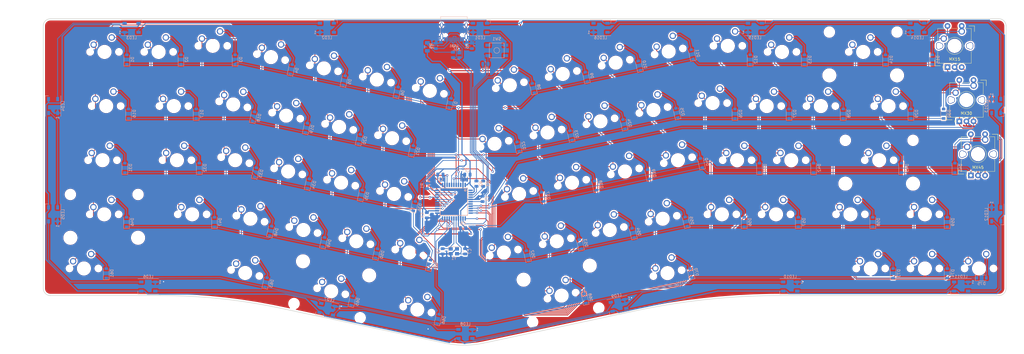
<source format=kicad_pcb>
(kicad_pcb (version 20171130) (host pcbnew 5.1.5-52549c5~86~ubuntu18.04.1)
  (layers (0 F.Cu signal) (31 B.Cu signal) (34 B.Paste user) (35 F.Paste user) (36 B.SilkS user) (37 F.SilkS user) (38 B.Mask user) (39 F.Mask user) (44 Edge.Cuts user))
  (net 0 "")
  (net 1 GND)
  (net 2 "Net-(C1-Pad1)")
  (net 3 +5V)
  (net 4 XTAL1)
  (net 5 XTAL2)
  (net 6 "Net-(D1-Pad2)")
  (net 7 ROW0)
  (net 8 "Net-(D2-Pad2)")
  (net 9 "Net-(D3-Pad2)")
  (net 10 "Net-(D4-Pad2)")
  (net 11 "Net-(D5-Pad2)")
  (net 12 "Net-(D6-Pad2)")
  (net 13 "Net-(D7-Pad2)")
  (net 14 "Net-(D8-Pad2)")
  (net 15 "Net-(D9-Pad2)")
  (net 16 "Net-(D10-Pad2)")
  (net 17 "Net-(D11-Pad2)")
  (net 18 "Net-(D12-Pad2)")
  (net 19 "Net-(D13-Pad2)")
  (net 20 "Net-(D14-Pad2)")
  (net 21 "Net-(D15-Pad2)")
  (net 22 "Net-(D16-Pad2)")
  (net 23 ROW1)
  (net 24 "Net-(D17-Pad2)")
  (net 25 "Net-(D18-Pad2)")
  (net 26 "Net-(D19-Pad2)")
  (net 27 "Net-(D20-Pad2)")
  (net 28 "Net-(D21-Pad2)")
  (net 29 "Net-(D22-Pad2)")
  (net 30 "Net-(D23-Pad2)")
  (net 31 "Net-(D24-Pad2)")
  (net 32 "Net-(D25-Pad2)")
  (net 33 "Net-(D26-Pad2)")
  (net 34 "Net-(D27-Pad2)")
  (net 35 "Net-(D28-Pad2)")
  (net 36 "Net-(D29-Pad2)")
  (net 37 "Net-(D30-Pad2)")
  (net 38 "Net-(D31-Pad2)")
  (net 39 ROW2)
  (net 40 "Net-(D32-Pad2)")
  (net 41 "Net-(D33-Pad2)")
  (net 42 "Net-(D34-Pad2)")
  (net 43 "Net-(D35-Pad2)")
  (net 44 "Net-(D36-Pad2)")
  (net 45 "Net-(D37-Pad2)")
  (net 46 "Net-(D38-Pad2)")
  (net 47 "Net-(D39-Pad2)")
  (net 48 "Net-(D40-Pad2)")
  (net 49 "Net-(D41-Pad2)")
  (net 50 "Net-(D42-Pad2)")
  (net 51 "Net-(D43-Pad2)")
  (net 52 "Net-(D45-Pad2)")
  (net 53 "Net-(D46-Pad2)")
  (net 54 ROW3)
  (net 55 "Net-(D47-Pad2)")
  (net 56 "Net-(D48-Pad2)")
  (net 57 "Net-(D49-Pad2)")
  (net 58 "Net-(D50-Pad2)")
  (net 59 "Net-(D51-Pad2)")
  (net 60 "Net-(D52-Pad2)")
  (net 61 "Net-(D53-Pad2)")
  (net 62 "Net-(D54-Pad2)")
  (net 63 "Net-(D55-Pad2)")
  (net 64 "Net-(D56-Pad2)")
  (net 65 "Net-(D57-Pad2)")
  (net 66 "Net-(D58-Pad2)")
  (net 67 "Net-(D59-Pad2)")
  (net 68 "Net-(D61-Pad2)")
  (net 69 ROW4)
  (net 70 "Net-(D63-Pad2)")
  (net 71 "Net-(D65-Pad2)")
  (net 72 "Net-(D66-Pad2)")
  (net 73 "Net-(D68-Pad2)")
  (net 74 "Net-(D70-Pad2)")
  (net 75 "Net-(D73-Pad2)")
  (net 76 "Net-(D74-Pad2)")
  (net 77 "Net-(D75-Pad2)")
  (net 78 VCC)
  (net 79 COL0)
  (net 80 COL1)
  (net 81 COL2)
  (net 82 COL3)
  (net 83 COL4)
  (net 84 COL5)
  (net 85 COL6)
  (net 86 COL7)
  (net 87 COL8)
  (net 88 COL9)
  (net 89 COL10)
  (net 90 COL11)
  (net 91 COL12)
  (net 92 COL13)
  (net 93 COL14)
  (net 94 "Net-(R1-Pad2)")
  (net 95 D-)
  (net 96 "Net-(R2-Pad1)")
  (net 97 D+)
  (net 98 "Net-(R3-Pad1)")
  (net 99 "Net-(R4-Pad2)")
  (net 100 "Net-(R5-Pad2)")
  (net 101 "Net-(R6-Pad2)")
  (net 102 "Net-(U1-Pad42)")
  (net 103 "Net-(U1-Pad37)")
  (net 104 "Net-(USB1-PadB8)")
  (net 105 "Net-(USB1-PadA8)")
  (net 106 "Net-(U1-Pad1)")
  (net 107 ROTA)
  (net 108 ROTB)
  (net 109 "Net-(LED1-Pad2)")
  (net 110 LED)
  (net 111 "Net-(LED2-Pad2)")
  (net 112 "Net-(LED3-Pad2)")
  (net 113 "Net-(LED4-Pad2)")
  (net 114 "Net-(LED5-Pad2)")
  (net 115 "Net-(LED6-Pad2)")
  (net 116 "Net-(LED7-Pad2)")
  (net 117 "Net-(LED8-Pad2)")
  (net 118 "Net-(LED10-Pad4)")
  (net 119 "Net-(LED10-Pad2)")
  (net 120 "Net-(LED11-Pad2)")
  (net 121 "Net-(LED12-Pad2)")
  (net 122 "Net-(LED13-Pad2)")
  (net 123 "Net-(LED14-Pad2)")
  (net 124 "Net-(LED15-Pad2)")
  (net 125 "Net-(LED16-Pad2)")
  (module LED_SMD:LED_WS2812B_PLCC4_5.0x5.0mm_P3.2mm (layer B.Cu) (at 235.933231 71.686759)
    (fp_text reference LED16 (at 0 3.5) (layer B.SilkS) (effects (justify mirror)))
    (fp_text value WS2812B)
    (fp_text user 1 (at -4.15 1.6) (layer B.SilkS) (effects (justify mirror)))
    (pad 1 smd rect (at -2.45 1.6) (size 1.5 1) (layers B.Cu B.Paste B.Mask) (net 1 GND))
    (pad 2 smd rect (at -2.45 -1.6) (size 1.5 1) (layers B.Cu B.Paste B.Mask) (net 125 "Net-(LED16-Pad2)"))
    (pad 4 smd rect (at 2.45 1.6) (size 1.5 1) (layers B.Cu B.Paste B.Mask) (net 124 "Net-(LED15-Pad2)"))
    (pad 3 smd rect (at 2.45 -1.6) (size 1.5 1) (layers B.Cu B.Paste B.Mask) (net 3 +5V))
  )
  (module LED_SMD:LED_WS2812B_PLCC4_5.0x5.0mm_P3.2mm (layer B.Cu) (at 290.273231 71.68676)
    (fp_text reference LED15 (at 0 3.5) (layer B.SilkS) (effects (justify mirror)))
    (fp_text value WS2812B)
    (fp_text user 1 (at -4.15 1.6) (layer B.SilkS) (effects (justify mirror)))
    (pad 1 smd rect (at -2.45 1.6) (size 1.5 1) (layers B.Cu B.Paste B.Mask) (net 1 GND))
    (pad 2 smd rect (at -2.45 -1.6) (size 1.5 1) (layers B.Cu B.Paste B.Mask) (net 124 "Net-(LED15-Pad2)"))
    (pad 4 smd rect (at 2.45 1.6) (size 1.5 1) (layers B.Cu B.Paste B.Mask) (net 123 "Net-(LED14-Pad2)"))
    (pad 3 smd rect (at 2.45 -1.6) (size 1.5 1) (layers B.Cu B.Paste B.Mask) (net 3 +5V))
  )
  (module LED_SMD:LED_WS2812B_PLCC4_5.0x5.0mm_P3.2mm (layer B.Cu) (at 347.423231 71.686758)
    (fp_text reference LED14 (at 0 3.5) (layer B.SilkS) (effects (justify mirror)))
    (fp_text value WS2812B)
    (fp_text user 1 (at -4.15 1.6) (layer B.SilkS) (effects (justify mirror)))
    (pad 1 smd rect (at -2.45 1.6) (size 1.5 1) (layers B.Cu B.Paste B.Mask) (net 1 GND))
    (pad 2 smd rect (at -2.45 -1.6) (size 1.5 1) (layers B.Cu B.Paste B.Mask) (net 123 "Net-(LED14-Pad2)"))
    (pad 4 smd rect (at 2.45 1.6) (size 1.5 1) (layers B.Cu B.Paste B.Mask) (net 122 "Net-(LED13-Pad2)"))
    (pad 3 smd rect (at 2.45 -1.6) (size 1.5 1) (layers B.Cu B.Paste B.Mask) (net 3 +5V))
  )
  (module LED_SMD:LED_WS2812B_PLCC4_5.0x5.0mm_P3.2mm (layer B.Cu) (at 375.183749 99.21875 270)
    (fp_text reference LED13 (at 0 3.5 90) (layer B.SilkS) (effects (justify mirror)))
    (fp_text value WS2812B)
    (fp_text user 1 (at -4.15 1.6 90) (layer B.SilkS) (effects (justify mirror)))
    (pad 1 smd rect (at -2.45 1.6 270) (size 1.5 1) (layers B.Cu B.Paste B.Mask) (net 1 GND))
    (pad 2 smd rect (at -2.45 -1.6 270) (size 1.5 1) (layers B.Cu B.Paste B.Mask) (net 122 "Net-(LED13-Pad2)"))
    (pad 4 smd rect (at 2.45 1.6 270) (size 1.5 1) (layers B.Cu B.Paste B.Mask) (net 121 "Net-(LED12-Pad2)"))
    (pad 3 smd rect (at 2.45 -1.6 270) (size 1.5 1) (layers B.Cu B.Paste B.Mask) (net 3 +5V))
  )
  (module LED_SMD:LED_WS2812B_PLCC4_5.0x5.0mm_P3.2mm (layer B.Cu) (at 375.18329 137.334257 270)
    (fp_text reference LED12 (at 0 3.5 90) (layer B.SilkS) (effects (justify mirror)))
    (fp_text value WS2812B)
    (fp_text user 1 (at -4.15 1.6 90) (layer B.SilkS) (effects (justify mirror)))
    (pad 1 smd rect (at -2.45 1.6 270) (size 1.5 1) (layers B.Cu B.Paste B.Mask) (net 1 GND))
    (pad 2 smd rect (at -2.45 -1.6 270) (size 1.5 1) (layers B.Cu B.Paste B.Mask) (net 121 "Net-(LED12-Pad2)"))
    (pad 4 smd rect (at 2.45 1.6 270) (size 1.5 1) (layers B.Cu B.Paste B.Mask) (net 120 "Net-(LED11-Pad2)"))
    (pad 3 smd rect (at 2.45 -1.6 270) (size 1.5 1) (layers B.Cu B.Paste B.Mask) (net 3 +5V))
  )
  (module LED_SMD:LED_WS2812B_PLCC4_5.0x5.0mm_P3.2mm (layer B.Cu) (at 362.80704 162.738009 180)
    (fp_text reference LED11 (at 0 3.5) (layer B.SilkS) (effects (justify mirror)))
    (fp_text value WS2812B)
    (fp_text user 1 (at -4.15 1.6) (layer B.SilkS) (effects (justify mirror)))
    (pad 1 smd rect (at -2.45 1.6 180) (size 1.5 1) (layers B.Cu B.Paste B.Mask) (net 1 GND))
    (pad 2 smd rect (at -2.45 -1.6 180) (size 1.5 1) (layers B.Cu B.Paste B.Mask) (net 120 "Net-(LED11-Pad2)"))
    (pad 4 smd rect (at 2.45 1.6 180) (size 1.5 1) (layers B.Cu B.Paste B.Mask) (net 119 "Net-(LED10-Pad2)"))
    (pad 3 smd rect (at 2.45 -1.6 180) (size 1.5 1) (layers B.Cu B.Paste B.Mask) (net 3 +5V))
  )
  (module LED_SMD:LED_WS2812B_PLCC4_5.0x5.0mm_P3.2mm (layer B.Cu) (at 302.68829 162.738009 180)
    (fp_text reference LED10 (at 0 3.5) (layer B.SilkS) (effects (justify mirror)))
    (fp_text value WS2812B)
    (fp_text user 1 (at -4.15 1.6) (layer B.SilkS) (effects (justify mirror)))
    (pad 1 smd rect (at -2.45 1.6 180) (size 1.5 1) (layers B.Cu B.Paste B.Mask) (net 1 GND))
    (pad 2 smd rect (at -2.45 -1.6 180) (size 1.5 1) (layers B.Cu B.Paste B.Mask) (net 119 "Net-(LED10-Pad2)"))
    (pad 4 smd rect (at 2.45 1.6 180) (size 1.5 1) (layers B.Cu B.Paste B.Mask) (net 118 "Net-(LED10-Pad4)"))
    (pad 3 smd rect (at 2.45 -1.6 180) (size 1.5 1) (layers B.Cu B.Paste B.Mask) (net 3 +5V))
  )
  (module LED_SMD:LED_WS2812B_PLCC4_5.0x5.0mm_P3.2mm (layer B.Cu) (at 242.26804 169.342009 192)
    (fp_text reference LED9 (at 0 3.5 12) (layer B.SilkS) (effects (justify mirror)))
    (fp_text value WS2812B)
    (fp_text user 1 (at -4.15 1.6 12) (layer B.SilkS) (effects (justify mirror)))
    (pad 1 smd rect (at -2.45 1.6 192) (size 1.5 1) (layers B.Cu B.Paste B.Mask) (net 1 GND))
    (pad 2 smd rect (at -2.45 -1.6 192) (size 1.5 1) (layers B.Cu B.Paste B.Mask) (net 118 "Net-(LED10-Pad4)"))
    (pad 4 smd rect (at 2.45 1.6 192) (size 1.5 1) (layers B.Cu B.Paste B.Mask) (net 117 "Net-(LED8-Pad2)"))
    (pad 3 smd rect (at 2.45 -1.6 192) (size 1.5 1) (layers B.Cu B.Paste B.Mask) (net 3 +5V))
  )
  (module LED_SMD:LED_WS2812B_PLCC4_5.0x5.0mm_P3.2mm (layer B.Cu) (at 188.38829 179.406759 180)
    (fp_text reference LED8 (at 0 3.5) (layer B.SilkS) (effects (justify mirror)))
    (fp_text value WS2812B)
    (fp_text user 1 (at -4.15 1.6) (layer B.SilkS) (effects (justify mirror)))
    (pad 1 smd rect (at -2.45 1.6 180) (size 1.5 1) (layers B.Cu B.Paste B.Mask) (net 1 GND))
    (pad 2 smd rect (at -2.45 -1.6 180) (size 1.5 1) (layers B.Cu B.Paste B.Mask) (net 117 "Net-(LED8-Pad2)"))
    (pad 4 smd rect (at 2.45 1.6 180) (size 1.5 1) (layers B.Cu B.Paste B.Mask) (net 116 "Net-(LED7-Pad2)"))
    (pad 3 smd rect (at 2.45 -1.6 180) (size 1.5 1) (layers B.Cu B.Paste B.Mask) (net 3 +5V))
  )
  (module LED_SMD:LED_WS2812B_PLCC4_5.0x5.0mm_P3.2mm (layer B.Cu) (at 139.744027 170.738213 168)
    (fp_text reference LED7 (at 0 3.5 168) (layer B.SilkS) (effects (justify mirror)))
    (fp_text value WS2812B)
    (fp_text user 1 (at -4.15 1.6 168) (layer B.SilkS) (effects (justify mirror)))
    (pad 1 smd rect (at -2.45 1.6 168) (size 1.5 1) (layers B.Cu B.Paste B.Mask) (net 1 GND))
    (pad 2 smd rect (at -2.45 -1.6 168) (size 1.5 1) (layers B.Cu B.Paste B.Mask) (net 116 "Net-(LED7-Pad2)"))
    (pad 4 smd rect (at 2.45 1.6 168) (size 1.5 1) (layers B.Cu B.Paste B.Mask) (net 115 "Net-(LED6-Pad2)"))
    (pad 3 smd rect (at 2.45 -1.6 168) (size 1.5 1) (layers B.Cu B.Paste B.Mask) (net 3 +5V))
  )
  (module LED_SMD:LED_WS2812B_PLCC4_5.0x5.0mm_P3.2mm (layer B.Cu) (at 76.78704 162.738009 180)
    (fp_text reference LED6 (at 0 3.5) (layer B.SilkS) (effects (justify mirror)))
    (fp_text value WS2812B)
    (fp_text user 1 (at -4.15 1.6) (layer B.SilkS) (effects (justify mirror)))
    (pad 1 smd rect (at -2.45 1.6 180) (size 1.5 1) (layers B.Cu B.Paste B.Mask) (net 1 GND))
    (pad 2 smd rect (at -2.45 -1.6 180) (size 1.5 1) (layers B.Cu B.Paste B.Mask) (net 115 "Net-(LED6-Pad2)"))
    (pad 4 smd rect (at 2.45 1.6 180) (size 1.5 1) (layers B.Cu B.Paste B.Mask) (net 114 "Net-(LED5-Pad2)"))
    (pad 3 smd rect (at 2.45 -1.6 180) (size 1.5 1) (layers B.Cu B.Paste B.Mask) (net 3 +5V))
  )
  (module LED_SMD:LED_WS2812B_PLCC4_5.0x5.0mm_P3.2mm (layer B.Cu) (at 43.28454 137.334258 90)
    (fp_text reference LED5 (at 0 3.5 90) (layer B.SilkS) (effects (justify mirror)))
    (fp_text value WS2812B)
    (fp_text user 1 (at -4.15 1.6 90) (layer B.SilkS) (effects (justify mirror)))
    (pad 1 smd rect (at -2.45 1.6 90) (size 1.5 1) (layers B.Cu B.Paste B.Mask) (net 1 GND))
    (pad 2 smd rect (at -2.45 -1.6 90) (size 1.5 1) (layers B.Cu B.Paste B.Mask) (net 114 "Net-(LED5-Pad2)"))
    (pad 4 smd rect (at 2.45 1.6 90) (size 1.5 1) (layers B.Cu B.Paste B.Mask) (net 113 "Net-(LED4-Pad2)"))
    (pad 3 smd rect (at 2.45 -1.6 90) (size 1.5 1) (layers B.Cu B.Paste B.Mask) (net 3 +5V))
  )
  (module LED_SMD:LED_WS2812B_PLCC4_5.0x5.0mm_P3.2mm (layer B.Cu) (at 43.284539 99.234258 90)
    (fp_text reference LED4 (at 0 3.5 90) (layer B.SilkS) (effects (justify mirror)))
    (fp_text value WS2812B)
    (fp_text user 1 (at -4.15 1.6 90) (layer B.SilkS) (effects (justify mirror)))
    (pad 1 smd rect (at -2.45 1.6 90) (size 1.5 1) (layers B.Cu B.Paste B.Mask) (net 1 GND))
    (pad 2 smd rect (at -2.45 -1.6 90) (size 1.5 1) (layers B.Cu B.Paste B.Mask) (net 113 "Net-(LED4-Pad2)"))
    (pad 4 smd rect (at 2.45 1.6 90) (size 1.5 1) (layers B.Cu B.Paste B.Mask) (net 112 "Net-(LED3-Pad2)"))
    (pad 3 smd rect (at 2.45 -1.6 90) (size 1.5 1) (layers B.Cu B.Paste B.Mask) (net 3 +5V))
  )
  (module LED_SMD:LED_WS2812B_PLCC4_5.0x5.0mm_P3.2mm (layer B.Cu) (at 70.913231 71.686759)
    (fp_text reference LED3 (at 0 3.5) (layer B.SilkS) (effects (justify mirror)))
    (fp_text value WS2812B)
    (fp_text user 1 (at -4.15 1.6) (layer B.SilkS) (effects (justify mirror)))
    (pad 1 smd rect (at -2.45 1.6) (size 1.5 1) (layers B.Cu B.Paste B.Mask) (net 1 GND))
    (pad 2 smd rect (at -2.45 -1.6) (size 1.5 1) (layers B.Cu B.Paste B.Mask) (net 112 "Net-(LED3-Pad2)"))
    (pad 4 smd rect (at 2.45 1.6) (size 1.5 1) (layers B.Cu B.Paste B.Mask) (net 111 "Net-(LED2-Pad2)"))
    (pad 3 smd rect (at 2.45 -1.6) (size 1.5 1) (layers B.Cu B.Paste B.Mask) (net 3 +5V))
  )
  (module LED_SMD:LED_WS2812B_PLCC4_5.0x5.0mm_P3.2mm (layer B.Cu) (at 139.652039 71.690009)
    (fp_text reference LED2 (at 0 3.5) (layer B.SilkS) (effects (justify mirror)))
    (fp_text value WS2812B)
    (fp_text user 1 (at -4.15 1.6) (layer B.SilkS) (effects (justify mirror)))
    (pad 1 smd rect (at -2.45 1.6) (size 1.5 1) (layers B.Cu B.Paste B.Mask) (net 1 GND))
    (pad 2 smd rect (at -2.45 -1.6) (size 1.5 1) (layers B.Cu B.Paste B.Mask) (net 111 "Net-(LED2-Pad2)"))
    (pad 4 smd rect (at 2.45 1.6) (size 1.5 1) (layers B.Cu B.Paste B.Mask) (net 109 "Net-(LED1-Pad2)"))
    (pad 3 smd rect (at 2.45 -1.6) (size 1.5 1) (layers B.Cu B.Paste B.Mask) (net 3 +5V))
  )
  (module LED_SMD:LED_WS2812B_PLCC4_5.0x5.0mm_P3.2mm (layer B.Cu) (at 193.53323 71.686759)
    (fp_text reference LED1 (at 0 3.5) (layer B.SilkS) (effects (justify mirror)))
    (fp_text value WS2812B)
    (fp_text user 1 (at -4.15 1.6) (layer B.SilkS) (effects (justify mirror)))
    (pad 1 smd rect (at -2.45 1.6) (size 1.5 1) (layers B.Cu B.Paste B.Mask) (net 1 GND))
    (pad 2 smd rect (at -2.45 -1.6) (size 1.5 1) (layers B.Cu B.Paste B.Mask) (net 109 "Net-(LED1-Pad2)"))
    (pad 4 smd rect (at 2.45 1.6) (size 1.5 1) (layers B.Cu B.Paste B.Mask) (net 110 LED))
    (pad 3 smd rect (at 2.45 -1.6) (size 1.5 1) (layers B.Cu B.Paste B.Mask) (net 3 +5V))
  )
  (module Rotary_Encoder:rotary_x_MX (layer F.Cu) (at 368.759539 116.144259)
    (fp_text reference MX45 (at 0 4.699) (layer F.SilkS))
    (fp_text value Rotary_Encoder_Switch)
    (pad C thru_hole circle (at 0 7.5 90) (size 2 2) (drill 1) (layers *.Cu *.Mask) (net 1 GND))
    (pad "" np_thru_hole oval (at 5.6 0 90) (size 2.6 1.9) (drill oval 2.2 1.5) (layers *.Cu *.Mask))
    (pad B thru_hole circle (at 2.5 7.5 90) (size 2 2) (drill 1) (layers *.Cu *.Mask) (net 108 ROTB))
    (pad "" np_thru_hole oval (at -5.6 0 90) (size 2.6 1.9) (drill oval 2.2 1.5) (layers *.Cu *.Mask))
    (pad "" np_thru_hole circle (at 5.08 0 48.1) (size 2.15 2.15) (drill 1.75) (layers *.Cu *.Mask))
    (pad "" np_thru_hole circle (at -5.08 0 48.1) (size 2.15 2.15) (drill 1.75) (layers *.Cu *.Mask))
    (pad "" np_thru_hole circle (at 0 0) (size 3.9878 3.9878) (drill 3.9878) (layers *.Cu *.Mask))
    (pad S2 thru_hole circle (at -3.81 -2.54) (size 2.25 2.25) (drill 1.47) (layers *.Cu *.Mask) (net 93 COL14))
    (pad S1 thru_hole circle (at 2.54 -5.08) (size 2.25 2.25) (drill 1.47) (layers *.Cu *.Mask) (net 52 "Net-(D45-Pad2)"))
    (pad S1 thru_hole circle (at 2.5 -7 90) (size 2 2) (drill 1) (layers *.Cu *.Mask) (net 52 "Net-(D45-Pad2)"))
    (pad S2 thru_hole circle (at -2.5 -7 90) (size 2 2) (drill 1) (layers *.Cu *.Mask) (net 93 COL14))
    (pad A thru_hole rect (at -2.5 7.5 90) (size 2 2) (drill 1) (layers *.Cu *.Mask) (net 107 ROTA))
  )
  (module Keebio-Parts:ATMEGA32U4-AU (layer B.Cu) (at 184.329539 132.889259 180)
    (fp_text reference U1 (at -3.474 8.014) (layer B.SilkS) (effects (font (size 1.4 1.4) (thickness 0.05)) (justify mirror)))
    (fp_text value ATmega32U4-AU (at -2.55 -8.1261) (layer B.SilkS) (effects (font (size 1.4 1.4) (thickness 0.05)) (justify mirror)))
    (pad 44 smd rect (at -4 5.9 180) (size 0.5 1.5) (layers B.Cu B.Paste B.Mask) (net 3 +5V))
    (pad 43 smd rect (at -3.2 5.9 180) (size 0.5 1.5) (layers B.Cu B.Paste B.Mask) (net 1 GND))
    (pad 42 smd rect (at -2.4 5.9 180) (size 0.5 1.5) (layers B.Cu B.Paste B.Mask) (net 102 "Net-(U1-Pad42)"))
    (pad 41 smd rect (at -1.6 5.9 180) (size 0.5 1.5) (layers B.Cu B.Paste B.Mask) (net 7 ROW0))
    (pad 40 smd rect (at -0.8 5.9 180) (size 0.5 1.5) (layers B.Cu B.Paste B.Mask) (net 23 ROW1))
    (pad 39 smd rect (at 0 5.9 180) (size 0.5 1.5) (layers B.Cu B.Paste B.Mask) (net 87 COL8))
    (pad 38 smd rect (at 0.8 5.9 180) (size 0.5 1.5) (layers B.Cu B.Paste B.Mask) (net 86 COL7))
    (pad 37 smd rect (at 1.6 5.9 180) (size 0.5 1.5) (layers B.Cu B.Paste B.Mask) (net 103 "Net-(U1-Pad37)"))
    (pad 36 smd rect (at 2.4 5.9 180) (size 0.5 1.5) (layers B.Cu B.Paste B.Mask) (net 85 COL6))
    (pad 35 smd rect (at 3.2 5.9 180) (size 0.5 1.5) (layers B.Cu B.Paste B.Mask) (net 1 GND))
    (pad 34 smd rect (at 4 5.9 180) (size 0.5 1.5) (layers B.Cu B.Paste B.Mask) (net 3 +5V))
    (pad 33 smd rect (at 5.9 4 180) (size 1.5 0.5) (layers B.Cu B.Paste B.Mask) (net 94 "Net-(R1-Pad2)"))
    (pad 32 smd rect (at 5.9 3.2 180) (size 1.5 0.5) (layers B.Cu B.Paste B.Mask) (net 93 COL14))
    (pad 31 smd rect (at 5.9 2.4 180) (size 1.5 0.5) (layers B.Cu B.Paste B.Mask) (net 79 COL0))
    (pad 30 smd rect (at 5.9 1.6 180) (size 1.5 0.5) (layers B.Cu B.Paste B.Mask) (net 110 LED))
    (pad 29 smd rect (at 5.9 0.8 180) (size 1.5 0.5) (layers B.Cu B.Paste B.Mask) (net 80 COL1))
    (pad 28 smd rect (at 5.9 0 180) (size 1.5 0.5) (layers B.Cu B.Paste B.Mask) (net 81 COL2))
    (pad 27 smd rect (at 5.9 -0.8 180) (size 1.5 0.5) (layers B.Cu B.Paste B.Mask) (net 82 COL3))
    (pad 26 smd rect (at 5.9 -1.6 180) (size 1.5 0.5) (layers B.Cu B.Paste B.Mask) (net 83 COL4))
    (pad 25 smd rect (at 5.9 -2.4 180) (size 1.5 0.5) (layers B.Cu B.Paste B.Mask) (net 84 COL5))
    (pad 24 smd rect (at 5.9 -3.2 180) (size 1.5 0.5) (layers B.Cu B.Paste B.Mask) (net 3 +5V))
    (pad 23 smd rect (at 5.9 -4 180) (size 1.5 0.5) (layers B.Cu B.Paste B.Mask) (net 1 GND))
    (pad 22 smd rect (at 4 -5.9 180) (size 0.5 1.5) (layers B.Cu B.Paste B.Mask) (net 39 ROW2))
    (pad 21 smd rect (at 3.2 -5.9 180) (size 0.5 1.5) (layers B.Cu B.Paste B.Mask) (net 54 ROW3))
    (pad 20 smd rect (at 2.4 -5.9 180) (size 0.5 1.5) (layers B.Cu B.Paste B.Mask) (net 69 ROW4))
    (pad 19 smd rect (at 1.6 -5.9 180) (size 0.5 1.5) (layers B.Cu B.Paste B.Mask) (net 91 COL12))
    (pad 18 smd rect (at 0.8 -5.9 180) (size 0.5 1.5) (layers B.Cu B.Paste B.Mask) (net 92 COL13))
    (pad 17 smd rect (at 0 -5.9 180) (size 0.5 1.5) (layers B.Cu B.Paste B.Mask) (net 4 XTAL1))
    (pad 16 smd rect (at -0.8 -5.9 180) (size 0.5 1.5) (layers B.Cu B.Paste B.Mask) (net 5 XTAL2))
    (pad 15 smd rect (at -1.6 -5.9 180) (size 0.5 1.5) (layers B.Cu B.Paste B.Mask) (net 1 GND))
    (pad 14 smd rect (at -2.4 -5.9 180) (size 0.5 1.5) (layers B.Cu B.Paste B.Mask) (net 3 +5V))
    (pad 13 smd rect (at -3.2 -5.9 180) (size 0.5 1.5) (layers B.Cu B.Paste B.Mask) (net 99 "Net-(R4-Pad2)"))
    (pad 12 smd rect (at -4 -5.9 180) (size 0.5 1.5) (layers B.Cu B.Paste B.Mask) (net 90 COL11))
    (pad 11 smd rect (at -5.9 -4 180) (size 1.5 0.5) (layers B.Cu B.Paste B.Mask) (net 89 COL10))
    (pad 10 smd rect (at -5.9 -3.2 180) (size 1.5 0.5) (layers B.Cu B.Paste B.Mask) (net 88 COL9))
    (pad 9 smd rect (at -5.9 -2.4 180) (size 1.5 0.5) (layers B.Cu B.Paste B.Mask) (net 107 ROTA))
    (pad 8 smd rect (at -5.9 -1.6 180) (size 1.5 0.5) (layers B.Cu B.Paste B.Mask) (net 108 ROTB))
    (pad 7 smd rect (at -5.9 -0.8 180) (size 1.5 0.5) (layers B.Cu B.Paste B.Mask) (net 3 +5V))
    (pad 6 smd rect (at -5.9 0 180) (size 1.5 0.5) (layers B.Cu B.Paste B.Mask) (net 2 "Net-(C1-Pad1)"))
    (pad 5 smd rect (at -5.9 0.8 180) (size 1.5 0.5) (layers B.Cu B.Paste B.Mask) (net 1 GND))
    (pad 4 smd rect (at -5.9 1.6 180) (size 1.5 0.5) (layers B.Cu B.Paste B.Mask) (net 98 "Net-(R3-Pad1)"))
    (pad 3 smd rect (at -5.9 2.4 180) (size 1.5 0.5) (layers B.Cu B.Paste B.Mask) (net 96 "Net-(R2-Pad1)"))
    (pad 2 smd rect (at -5.9 3.2 180) (size 1.5 0.5) (layers B.Cu B.Paste B.Mask) (net 3 +5V))
    (pad 1 smd rect (at -5.9 4 180) (size 1.5 0.5) (layers B.Cu B.Paste B.Mask) (net 106 "Net-(U1-Pad1)"))
  )
  (module Rotary_Encoder:rotary_x_MX (layer F.Cu) (at 364.689538 97.094258)
    (fp_text reference MX30 (at 0 4.699) (layer F.SilkS))
    (fp_text value Rotary_Encoder_Switch)
    (pad C thru_hole circle (at 0 7.5 90) (size 2 2) (drill 1) (layers *.Cu *.Mask) (net 1 GND))
    (pad "" np_thru_hole oval (at 5.6 0 90) (size 2.6 1.9) (drill oval 2.2 1.5) (layers *.Cu *.Mask))
    (pad B thru_hole circle (at 2.5 7.5 90) (size 2 2) (drill 1) (layers *.Cu *.Mask) (net 108 ROTB))
    (pad "" np_thru_hole oval (at -5.6 0 90) (size 2.6 1.9) (drill oval 2.2 1.5) (layers *.Cu *.Mask))
    (pad "" np_thru_hole circle (at 5.08 0 48.1) (size 2.15 2.15) (drill 1.75) (layers *.Cu *.Mask))
    (pad "" np_thru_hole circle (at -5.08 0 48.1) (size 2.15 2.15) (drill 1.75) (layers *.Cu *.Mask))
    (pad "" np_thru_hole circle (at 0 0) (size 3.9878 3.9878) (drill 3.9878) (layers *.Cu *.Mask))
    (pad S2 thru_hole circle (at -3.81 -2.54) (size 2.25 2.25) (drill 1.47) (layers *.Cu *.Mask) (net 93 COL14))
    (pad S1 thru_hole circle (at 2.54 -5.08) (size 2.25 2.25) (drill 1.47) (layers *.Cu *.Mask) (net 37 "Net-(D30-Pad2)"))
    (pad S1 thru_hole circle (at 2.5 -7 90) (size 2 2) (drill 1) (layers *.Cu *.Mask) (net 37 "Net-(D30-Pad2)"))
    (pad S2 thru_hole circle (at -2.5 -7 90) (size 2 2) (drill 1) (layers *.Cu *.Mask) (net 93 COL14))
    (pad A thru_hole rect (at -2.5 7.5 90) (size 2 2) (drill 1) (layers *.Cu *.Mask) (net 107 ROTA))
  )
  (module Rotary_Encoder:rotary_x_MX (layer F.Cu) (at 360.529539 78.044259)
    (fp_text reference MX15 (at 0 4.699) (layer F.SilkS))
    (fp_text value Rotary_Encoder_Switch)
    (pad C thru_hole circle (at 0 7.5 90) (size 2 2) (drill 1) (layers *.Cu *.Mask) (net 1 GND))
    (pad "" np_thru_hole oval (at 5.6 0 90) (size 2.6 1.9) (drill oval 2.2 1.5) (layers *.Cu *.Mask))
    (pad B thru_hole circle (at 2.5 7.5 90) (size 2 2) (drill 1) (layers *.Cu *.Mask) (net 108 ROTB))
    (pad "" np_thru_hole oval (at -5.6 0 90) (size 2.6 1.9) (drill oval 2.2 1.5) (layers *.Cu *.Mask))
    (pad "" np_thru_hole circle (at 5.08 0 48.1) (size 2.15 2.15) (drill 1.75) (layers *.Cu *.Mask))
    (pad "" np_thru_hole circle (at -5.08 0 48.1) (size 2.15 2.15) (drill 1.75) (layers *.Cu *.Mask))
    (pad "" np_thru_hole circle (at 0 0) (size 3.9878 3.9878) (drill 3.9878) (layers *.Cu *.Mask))
    (pad S2 thru_hole circle (at -3.81 -2.54) (size 2.25 2.25) (drill 1.47) (layers *.Cu *.Mask) (net 93 COL14))
    (pad S1 thru_hole circle (at 2.54 -5.08) (size 2.25 2.25) (drill 1.47) (layers *.Cu *.Mask) (net 21 "Net-(D15-Pad2)"))
    (pad S1 thru_hole circle (at 2.5 -7 90) (size 2 2) (drill 1) (layers *.Cu *.Mask) (net 21 "Net-(D15-Pad2)"))
    (pad S2 thru_hole circle (at -2.5 -7 90) (size 2 2) (drill 1) (layers *.Cu *.Mask) (net 93 COL14))
    (pad A thru_hole rect (at -2.5 7.5 90) (size 2 2) (drill 1) (layers *.Cu *.Mask) (net 107 ROTA))
  )
  (module Connector_USB:USB_C_Receptacle_HRO_TYPE-C-31-M-12 (layer B.Cu) (at 184.32954 71.71551)
    (fp_text reference USB1 (at 0 6.35) (layer B.SilkS) (effects (font (size 0.8 0.8)) (justify mirror)))
    (fp_text value USB_C_Receptacle_USB2.0)
    (pad B1 smd rect (at 3.25 4.045) (size 0.6 1.45) (layers B.Cu B.Paste B.Mask) (net 1 GND))
    (pad A9 smd rect (at 2.45 4.045) (size 0.6 1.45) (layers B.Cu B.Paste B.Mask) (net 78 VCC))
    (pad B9 smd rect (at -2.45 4.045) (size 0.6 1.45) (layers B.Cu B.Paste B.Mask) (net 78 VCC))
    (pad B12 smd rect (at -3.25 4.045) (size 0.6 1.45) (layers B.Cu B.Paste B.Mask) (net 1 GND))
    (pad A1 smd rect (at -3.25 4.045) (size 0.6 1.45) (layers B.Cu B.Paste B.Mask) (net 1 GND))
    (pad A4 smd rect (at -2.45 4.045) (size 0.6 1.45) (layers B.Cu B.Paste B.Mask) (net 78 VCC))
    (pad B4 smd rect (at 2.45 4.045) (size 0.6 1.45) (layers B.Cu B.Paste B.Mask) (net 78 VCC))
    (pad A12 smd rect (at 3.25 4.045) (size 0.6 1.45) (layers B.Cu B.Paste B.Mask) (net 1 GND))
    (pad B8 smd rect (at -1.75 4.045) (size 0.3 1.45) (layers B.Cu B.Paste B.Mask) (net 104 "Net-(USB1-PadB8)"))
    (pad A5 smd rect (at -1.25 4.045) (size 0.3 1.45) (layers B.Cu B.Paste B.Mask) (net 100 "Net-(R5-Pad2)"))
    (pad B7 smd rect (at -0.75 4.045) (size 0.3 1.45) (layers B.Cu B.Paste B.Mask) (net 95 D-))
    (pad A7 smd rect (at 0.25 4.045) (size 0.3 1.45) (layers B.Cu B.Paste B.Mask) (net 95 D-))
    (pad B6 smd rect (at 0.75 4.045) (size 0.3 1.45) (layers B.Cu B.Paste B.Mask) (net 97 D+))
    (pad A8 smd rect (at 1.25 4.045) (size 0.3 1.45) (layers B.Cu B.Paste B.Mask) (net 105 "Net-(USB1-PadA8)"))
    (pad B5 smd rect (at 1.75 4.045) (size 0.3 1.45) (layers B.Cu B.Paste B.Mask) (net 101 "Net-(R6-Pad2)"))
    (pad A6 smd rect (at -0.25 4.045) (size 0.3 1.45) (layers B.Cu B.Paste B.Mask) (net 97 D+))
    (pad S1 thru_hole oval (at 4.32 3.13) (size 1 2.1) (drill oval 0.6 1.7) (layers *.Cu *.Mask) (net 1 GND))
    (pad S1 thru_hole oval (at -4.32 3.13) (size 1 2.1) (drill oval 0.6 1.7) (layers *.Cu *.Mask) (net 1 GND))
    (pad "" np_thru_hole circle (at -2.89 2.6) (size 0.65 0.65) (drill 0.65) (layers *.Cu *.Mask))
    (pad S1 thru_hole oval (at -4.32 -1.05) (size 1 1.6) (drill oval 0.6 1.2) (layers *.Cu *.Mask) (net 1 GND))
    (pad "" np_thru_hole circle (at 2.89 2.6) (size 0.65 0.65) (drill 0.65) (layers *.Cu *.Mask))
    (pad S1 thru_hole oval (at 4.32 -1.05) (size 1 1.6) (drill oval 0.6 1.2) (layers *.Cu *.Mask) (net 1 GND))
  )
  (module MX_Only:MXOnly-2.25U-NoLED (layer F.Cu) (at 334.00454 118.284259)
    (fp_text reference MX43)
    (fp_text value MX-NoLED)
    (pad "" np_thru_hole circle (at 11.90625 8.255) (size 3.9878 3.9878) (drill 3.9878) (layers *.Cu *.Mask))
    (pad "" np_thru_hole circle (at -11.90625 8.255) (size 3.9878 3.9878) (drill 3.9878) (layers *.Cu *.Mask))
    (pad "" np_thru_hole circle (at 11.90625 -6.985) (size 3.048 3.048) (drill 3.048) (layers *.Cu *.Mask))
    (pad "" np_thru_hole circle (at -11.90625 -6.985) (size 3.048 3.048) (drill 3.048) (layers *.Cu *.Mask))
    (pad "" np_thru_hole circle (at 5.08 0 48.0996) (size 1.75 1.75) (drill 1.75) (layers *.Cu *.Mask))
    (pad "" np_thru_hole circle (at -5.08 0 48.0996) (size 1.75 1.75) (drill 1.75) (layers *.Cu *.Mask))
    (pad 1 thru_hole circle (at -3.81 -2.54) (size 2.25 2.25) (drill 1.47) (layers *.Cu B.Mask) (net 91 COL12))
    (pad "" np_thru_hole circle (at 0 0) (size 3.9878 3.9878) (drill 3.9878) (layers *.Cu *.Mask))
    (pad 2 thru_hole circle (at 2.54 -5.08) (size 2.25 2.25) (drill 1.47) (layers *.Cu B.Mask) (net 51 "Net-(D43-Pad2)"))
  )
  (module MX_Only:MXOnly-1U-NoLED (layer F.Cu) (at 157.231963 89.925694 348)
    (fp_text reference MX6)
    (fp_text value MX-NoLED)
    (pad "" np_thru_hole circle (at 5.08 0 36.0996) (size 1.75 1.75) (drill 1.75) (layers *.Cu *.Mask))
    (pad "" np_thru_hole circle (at -5.08 0 36.0996) (size 1.75 1.75) (drill 1.75) (layers *.Cu *.Mask))
    (pad 1 thru_hole circle (at -3.81 -2.54 348) (size 2.25 2.25) (drill 1.47) (layers *.Cu B.Mask) (net 84 COL5))
    (pad "" np_thru_hole circle (at 0 0 348) (size 3.9878 3.9878) (drill 3.9878) (layers *.Cu *.Mask))
    (pad 2 thru_hole circle (at 2.54 -5.08 348) (size 2.25 2.25) (drill 1.47) (layers *.Cu B.Mask) (net 12 "Net-(D6-Pad2)"))
  )
  (module MX_Only:MXOnly-1U-NoLED (layer F.Cu) (at 61.38454 80.184258)
    (fp_text reference MX1)
    (fp_text value MX-NoLED)
    (pad "" np_thru_hole circle (at 5.08 0 48.0996) (size 1.75 1.75) (drill 1.75) (layers *.Cu *.Mask))
    (pad "" np_thru_hole circle (at -5.08 0 48.0996) (size 1.75 1.75) (drill 1.75) (layers *.Cu *.Mask))
    (pad 1 thru_hole circle (at -3.81 -2.54) (size 2.25 2.25) (drill 1.47) (layers *.Cu B.Mask) (net 79 COL0))
    (pad "" np_thru_hole circle (at 0 0) (size 3.9878 3.9878) (drill 3.9878) (layers *.Cu *.Mask))
    (pad 2 thru_hole circle (at 2.54 -5.08) (size 2.25 2.25) (drill 1.47) (layers *.Cu B.Mask) (net 6 "Net-(D1-Pad2)"))
  )
  (module MX_Only:MXOnly-1U-NoLED (layer F.Cu) (at 80.43454 80.184258)
    (fp_text reference MX2)
    (fp_text value MX-NoLED)
    (pad "" np_thru_hole circle (at 5.08 0 48.0996) (size 1.75 1.75) (drill 1.75) (layers *.Cu *.Mask))
    (pad "" np_thru_hole circle (at -5.08 0 48.0996) (size 1.75 1.75) (drill 1.75) (layers *.Cu *.Mask))
    (pad 1 thru_hole circle (at -3.81 -2.54) (size 2.25 2.25) (drill 1.47) (layers *.Cu B.Mask) (net 80 COL1))
    (pad "" np_thru_hole circle (at 0 0) (size 3.9878 3.9878) (drill 3.9878) (layers *.Cu *.Mask))
    (pad 2 thru_hole circle (at 2.54 -5.08) (size 2.25 2.25) (drill 1.47) (layers *.Cu B.Mask) (net 8 "Net-(D2-Pad2)"))
  )
  (module MX_Only:MXOnly-1U-NoLED (layer F.Cu) (at 99.484541 78.044259)
    (fp_text reference MX3)
    (fp_text value MX-NoLED)
    (pad "" np_thru_hole circle (at 5.08 0 48.0996) (size 1.75 1.75) (drill 1.75) (layers *.Cu *.Mask))
    (pad "" np_thru_hole circle (at -5.08 0 48.0996) (size 1.75 1.75) (drill 1.75) (layers *.Cu *.Mask))
    (pad 1 thru_hole circle (at -3.81 -2.54) (size 2.25 2.25) (drill 1.47) (layers *.Cu B.Mask) (net 81 COL2))
    (pad "" np_thru_hole circle (at 0 0) (size 3.9878 3.9878) (drill 3.9878) (layers *.Cu *.Mask))
    (pad 2 thru_hole circle (at 2.54 -5.08) (size 2.25 2.25) (drill 1.47) (layers *.Cu B.Mask) (net 9 "Net-(D3-Pad2)"))
  )
  (module MX_Only:MXOnly-1U-NoLED (layer F.Cu) (at 119.96454 82.004259 348)
    (fp_text reference MX4)
    (fp_text value MX-NoLED)
    (pad "" np_thru_hole circle (at 5.08 0 36.0996) (size 1.75 1.75) (drill 1.75) (layers *.Cu *.Mask))
    (pad "" np_thru_hole circle (at -5.08 0 36.0996) (size 1.75 1.75) (drill 1.75) (layers *.Cu *.Mask))
    (pad 1 thru_hole circle (at -3.81 -2.54 348) (size 2.25 2.25) (drill 1.47) (layers *.Cu B.Mask) (net 82 COL3))
    (pad "" np_thru_hole circle (at 0 0 348) (size 3.9878 3.9878) (drill 3.9878) (layers *.Cu *.Mask))
    (pad 2 thru_hole circle (at 2.54 -5.08 348) (size 2.25 2.25) (drill 1.47) (layers *.Cu B.Mask) (net 10 "Net-(D4-Pad2)"))
  )
  (module MX_Only:MXOnly-1U-NoLED (layer F.Cu) (at 138.598251 85.964976 348)
    (fp_text reference MX5)
    (fp_text value MX-NoLED)
    (pad "" np_thru_hole circle (at 5.08 0 36.0996) (size 1.75 1.75) (drill 1.75) (layers *.Cu *.Mask))
    (pad "" np_thru_hole circle (at -5.08 0 36.0996) (size 1.75 1.75) (drill 1.75) (layers *.Cu *.Mask))
    (pad 1 thru_hole circle (at -3.81 -2.54 348) (size 2.25 2.25) (drill 1.47) (layers *.Cu B.Mask) (net 83 COL4))
    (pad "" np_thru_hole circle (at 0 0 348) (size 3.9878 3.9878) (drill 3.9878) (layers *.Cu *.Mask))
    (pad 2 thru_hole circle (at 2.54 -5.08 348) (size 2.25 2.25) (drill 1.47) (layers *.Cu B.Mask) (net 11 "Net-(D5-Pad2)"))
  )
  (module MX_Only:MXOnly-1U-NoLED (layer F.Cu) (at 175.865675 93.88641 348)
    (fp_text reference MX7)
    (fp_text value MX-NoLED)
    (pad "" np_thru_hole circle (at 5.08 0 36.0996) (size 1.75 1.75) (drill 1.75) (layers *.Cu *.Mask))
    (pad "" np_thru_hole circle (at -5.08 0 36.0996) (size 1.75 1.75) (drill 1.75) (layers *.Cu *.Mask))
    (pad 1 thru_hole circle (at -3.81 -2.54 348) (size 2.25 2.25) (drill 1.47) (layers *.Cu B.Mask) (net 85 COL6))
    (pad "" np_thru_hole circle (at 0 0 348) (size 3.9878 3.9878) (drill 3.9878) (layers *.Cu *.Mask))
    (pad 2 thru_hole circle (at 2.54 -5.08 348) (size 2.25 2.25) (drill 1.47) (layers *.Cu B.Mask) (net 13 "Net-(D7-Pad2)"))
  )
  (module MX_Only:MXOnly-1U-NoLED (layer F.Cu) (at 204.023404 91.906413 12)
    (fp_text reference MX8)
    (fp_text value MX-NoLED)
    (pad "" np_thru_hole circle (at 5.08 0 60.0996) (size 1.75 1.75) (drill 1.75) (layers *.Cu *.Mask))
    (pad "" np_thru_hole circle (at -5.08 0 60.0996) (size 1.75 1.75) (drill 1.75) (layers *.Cu *.Mask))
    (pad 1 thru_hole circle (at -3.81 -2.54 12) (size 2.25 2.25) (drill 1.47) (layers *.Cu B.Mask) (net 86 COL7))
    (pad "" np_thru_hole circle (at 0 0 12) (size 3.9878 3.9878) (drill 3.9878) (layers *.Cu *.Mask))
    (pad 2 thru_hole circle (at 2.54 -5.08 12) (size 2.25 2.25) (drill 1.47) (layers *.Cu B.Mask) (net 14 "Net-(D8-Pad2)"))
  )
  (module MX_Only:MXOnly-1U-NoLED (layer F.Cu) (at 222.657115 87.945695 12)
    (fp_text reference MX9)
    (fp_text value MX-NoLED)
    (pad "" np_thru_hole circle (at 5.08 0 60.0996) (size 1.75 1.75) (drill 1.75) (layers *.Cu *.Mask))
    (pad "" np_thru_hole circle (at -5.08 0 60.0996) (size 1.75 1.75) (drill 1.75) (layers *.Cu *.Mask))
    (pad 1 thru_hole circle (at -3.81 -2.54 12) (size 2.25 2.25) (drill 1.47) (layers *.Cu B.Mask) (net 87 COL8))
    (pad "" np_thru_hole circle (at 0 0 12) (size 3.9878 3.9878) (drill 3.9878) (layers *.Cu *.Mask))
    (pad 2 thru_hole circle (at 2.54 -5.08 12) (size 2.25 2.25) (drill 1.47) (layers *.Cu B.Mask) (net 15 "Net-(D9-Pad2)"))
  )
  (module MX_Only:MXOnly-1U-NoLED (layer F.Cu) (at 241.290828 83.984975 12)
    (fp_text reference MX10)
    (fp_text value MX-NoLED)
    (pad "" np_thru_hole circle (at 5.08 0 60.0996) (size 1.75 1.75) (drill 1.75) (layers *.Cu *.Mask))
    (pad "" np_thru_hole circle (at -5.08 0 60.0996) (size 1.75 1.75) (drill 1.75) (layers *.Cu *.Mask))
    (pad 1 thru_hole circle (at -3.81 -2.54 12) (size 2.25 2.25) (drill 1.47) (layers *.Cu B.Mask) (net 88 COL9))
    (pad "" np_thru_hole circle (at 0 0 12) (size 3.9878 3.9878) (drill 3.9878) (layers *.Cu *.Mask))
    (pad 2 thru_hole circle (at 2.54 -5.08 12) (size 2.25 2.25) (drill 1.47) (layers *.Cu B.Mask) (net 16 "Net-(D10-Pad2)"))
  )
  (module MX_Only:MXOnly-1U-NoLED (layer F.Cu) (at 259.924539 80.024259 12)
    (fp_text reference MX11)
    (fp_text value MX-NoLED)
    (pad "" np_thru_hole circle (at 5.08 0 60.0996) (size 1.75 1.75) (drill 1.75) (layers *.Cu *.Mask))
    (pad "" np_thru_hole circle (at -5.08 0 60.0996) (size 1.75 1.75) (drill 1.75) (layers *.Cu *.Mask))
    (pad 1 thru_hole circle (at -3.81 -2.54 12) (size 2.25 2.25) (drill 1.47) (layers *.Cu B.Mask) (net 89 COL10))
    (pad "" np_thru_hole circle (at 0 0 12) (size 3.9878 3.9878) (drill 3.9878) (layers *.Cu *.Mask))
    (pad 2 thru_hole circle (at 2.54 -5.08 12) (size 2.25 2.25) (drill 1.47) (layers *.Cu B.Mask) (net 17 "Net-(D11-Pad2)"))
  )
  (module MX_Only:MXOnly-1U-NoLED (layer F.Cu) (at 280.74454 78.044258)
    (fp_text reference MX12)
    (fp_text value MX-NoLED)
    (pad "" np_thru_hole circle (at 5.08 0 48.0996) (size 1.75 1.75) (drill 1.75) (layers *.Cu *.Mask))
    (pad "" np_thru_hole circle (at -5.08 0 48.0996) (size 1.75 1.75) (drill 1.75) (layers *.Cu *.Mask))
    (pad 1 thru_hole circle (at -3.81 -2.54) (size 2.25 2.25) (drill 1.47) (layers *.Cu B.Mask) (net 90 COL11))
    (pad "" np_thru_hole circle (at 0 0) (size 3.9878 3.9878) (drill 3.9878) (layers *.Cu *.Mask))
    (pad 2 thru_hole circle (at 2.54 -5.08) (size 2.25 2.25) (drill 1.47) (layers *.Cu B.Mask) (net 18 "Net-(D12-Pad2)"))
  )
  (module MX_Only:MXOnly-1U-NoLED (layer F.Cu) (at 299.79454 80.184259)
    (fp_text reference MX13)
    (fp_text value MX-NoLED)
    (pad "" np_thru_hole circle (at 5.08 0 48.0996) (size 1.75 1.75) (drill 1.75) (layers *.Cu *.Mask))
    (pad "" np_thru_hole circle (at -5.08 0 48.0996) (size 1.75 1.75) (drill 1.75) (layers *.Cu *.Mask))
    (pad 1 thru_hole circle (at -3.81 -2.54) (size 2.25 2.25) (drill 1.47) (layers *.Cu B.Mask) (net 91 COL12))
    (pad "" np_thru_hole circle (at 0 0) (size 3.9878 3.9878) (drill 3.9878) (layers *.Cu *.Mask))
    (pad 2 thru_hole circle (at 2.54 -5.08) (size 2.25 2.25) (drill 1.47) (layers *.Cu B.Mask) (net 19 "Net-(D13-Pad2)"))
  )
  (module MX_Only:MXOnly-1U-NoLED (layer F.Cu) (at 85.79454 99.234258)
    (fp_text reference MX17)
    (fp_text value MX-NoLED)
    (pad "" np_thru_hole circle (at 5.08 0 48.0996) (size 1.75 1.75) (drill 1.75) (layers *.Cu *.Mask))
    (pad "" np_thru_hole circle (at -5.08 0 48.0996) (size 1.75 1.75) (drill 1.75) (layers *.Cu *.Mask))
    (pad 1 thru_hole circle (at -3.81 -2.54) (size 2.25 2.25) (drill 1.47) (layers *.Cu B.Mask) (net 80 COL1))
    (pad "" np_thru_hole circle (at 0 0) (size 3.9878 3.9878) (drill 3.9878) (layers *.Cu *.Mask))
    (pad 2 thru_hole circle (at 2.54 -5.08) (size 2.25 2.25) (drill 1.47) (layers *.Cu B.Mask) (net 24 "Net-(D17-Pad2)"))
  )
  (module MX_Only:MXOnly-1U-NoLED (layer F.Cu) (at 106.68454 98.65426 348)
    (fp_text reference MX18)
    (fp_text value MX-NoLED)
    (pad "" np_thru_hole circle (at 5.08 0 36.0996) (size 1.75 1.75) (drill 1.75) (layers *.Cu *.Mask))
    (pad "" np_thru_hole circle (at -5.08 0 36.0996) (size 1.75 1.75) (drill 1.75) (layers *.Cu *.Mask))
    (pad 1 thru_hole circle (at -3.81 -2.54 348) (size 2.25 2.25) (drill 1.47) (layers *.Cu B.Mask) (net 81 COL2))
    (pad "" np_thru_hole circle (at 0 0 348) (size 3.9878 3.9878) (drill 3.9878) (layers *.Cu *.Mask))
    (pad 2 thru_hole circle (at 2.54 -5.08 348) (size 2.25 2.25) (drill 1.47) (layers *.Cu B.Mask) (net 25 "Net-(D18-Pad2)"))
  )
  (module MX_Only:MXOnly-1U-NoLED (layer F.Cu) (at 125.318251 102.614977 348)
    (fp_text reference MX19)
    (fp_text value MX-NoLED)
    (pad "" np_thru_hole circle (at 5.08 0 36.0996) (size 1.75 1.75) (drill 1.75) (layers *.Cu *.Mask))
    (pad "" np_thru_hole circle (at -5.08 0 36.0996) (size 1.75 1.75) (drill 1.75) (layers *.Cu *.Mask))
    (pad 1 thru_hole circle (at -3.81 -2.54 348) (size 2.25 2.25) (drill 1.47) (layers *.Cu B.Mask) (net 82 COL3))
    (pad "" np_thru_hole circle (at 0 0 348) (size 3.9878 3.9878) (drill 3.9878) (layers *.Cu *.Mask))
    (pad 2 thru_hole circle (at 2.54 -5.08 348) (size 2.25 2.25) (drill 1.47) (layers *.Cu B.Mask) (net 26 "Net-(D19-Pad2)"))
  )
  (module MX_Only:MXOnly-1U-NoLED (layer F.Cu) (at 143.951962 106.575695 348)
    (fp_text reference MX20)
    (fp_text value MX-NoLED)
    (pad "" np_thru_hole circle (at 5.08 0 36.0996) (size 1.75 1.75) (drill 1.75) (layers *.Cu *.Mask))
    (pad "" np_thru_hole circle (at -5.08 0 36.0996) (size 1.75 1.75) (drill 1.75) (layers *.Cu *.Mask))
    (pad 1 thru_hole circle (at -3.81 -2.54 348) (size 2.25 2.25) (drill 1.47) (layers *.Cu B.Mask) (net 83 COL4))
    (pad "" np_thru_hole circle (at 0 0 348) (size 3.9878 3.9878) (drill 3.9878) (layers *.Cu *.Mask))
    (pad 2 thru_hole circle (at 2.54 -5.08 348) (size 2.25 2.25) (drill 1.47) (layers *.Cu B.Mask) (net 27 "Net-(D20-Pad2)"))
  )
  (module MX_Only:MXOnly-1U-NoLED (layer F.Cu) (at 162.585675 110.536412 348)
    (fp_text reference MX21)
    (fp_text value MX-NoLED)
    (pad "" np_thru_hole circle (at 5.08 0 36.0996) (size 1.75 1.75) (drill 1.75) (layers *.Cu *.Mask))
    (pad "" np_thru_hole circle (at -5.08 0 36.0996) (size 1.75 1.75) (drill 1.75) (layers *.Cu *.Mask))
    (pad 1 thru_hole circle (at -3.81 -2.54 348) (size 2.25 2.25) (drill 1.47) (layers *.Cu B.Mask) (net 84 COL5))
    (pad "" np_thru_hole circle (at 0 0 348) (size 3.9878 3.9878) (drill 3.9878) (layers *.Cu *.Mask))
    (pad 2 thru_hole circle (at 2.54 -5.08 348) (size 2.25 2.25) (drill 1.47) (layers *.Cu B.Mask) (net 28 "Net-(D21-Pad2)"))
  )
  (module MX_Only:MXOnly-1U-NoLED (layer F.Cu) (at 198.663405 112.516412 12)
    (fp_text reference MX22)
    (fp_text value MX-NoLED)
    (pad "" np_thru_hole circle (at 5.08 0 60.0996) (size 1.75 1.75) (drill 1.75) (layers *.Cu *.Mask))
    (pad "" np_thru_hole circle (at -5.08 0 60.0996) (size 1.75 1.75) (drill 1.75) (layers *.Cu *.Mask))
    (pad 1 thru_hole circle (at -3.81 -2.54 12) (size 2.25 2.25) (drill 1.47) (layers *.Cu B.Mask) (net 85 COL6))
    (pad "" np_thru_hole circle (at 0 0 12) (size 3.9878 3.9878) (drill 3.9878) (layers *.Cu *.Mask))
    (pad 2 thru_hole circle (at 2.54 -5.08 12) (size 2.25 2.25) (drill 1.47) (layers *.Cu B.Mask) (net 29 "Net-(D22-Pad2)"))
  )
  (module MX_Only:MXOnly-1U-NoLED (layer F.Cu) (at 217.297116 108.555694 12)
    (fp_text reference MX23)
    (fp_text value MX-NoLED)
    (pad "" np_thru_hole circle (at 5.08 0 60.0996) (size 1.75 1.75) (drill 1.75) (layers *.Cu *.Mask))
    (pad "" np_thru_hole circle (at -5.08 0 60.0996) (size 1.75 1.75) (drill 1.75) (layers *.Cu *.Mask))
    (pad 1 thru_hole circle (at -3.81 -2.54 12) (size 2.25 2.25) (drill 1.47) (layers *.Cu B.Mask) (net 86 COL7))
    (pad "" np_thru_hole circle (at 0 0 12) (size 3.9878 3.9878) (drill 3.9878) (layers *.Cu *.Mask))
    (pad 2 thru_hole circle (at 2.54 -5.08 12) (size 2.25 2.25) (drill 1.47) (layers *.Cu B.Mask) (net 30 "Net-(D23-Pad2)"))
  )
  (module MX_Only:MXOnly-1U-NoLED (layer F.Cu) (at 235.930829 104.594977 12)
    (fp_text reference MX24)
    (fp_text value MX-NoLED)
    (pad "" np_thru_hole circle (at 5.08 0 60.0996) (size 1.75 1.75) (drill 1.75) (layers *.Cu *.Mask))
    (pad "" np_thru_hole circle (at -5.08 0 60.0996) (size 1.75 1.75) (drill 1.75) (layers *.Cu *.Mask))
    (pad 1 thru_hole circle (at -3.81 -2.54 12) (size 2.25 2.25) (drill 1.47) (layers *.Cu B.Mask) (net 87 COL8))
    (pad "" np_thru_hole circle (at 0 0 12) (size 3.9878 3.9878) (drill 3.9878) (layers *.Cu *.Mask))
    (pad 2 thru_hole circle (at 2.54 -5.08 12) (size 2.25 2.25) (drill 1.47) (layers *.Cu B.Mask) (net 31 "Net-(D24-Pad2)"))
  )
  (module MX_Only:MXOnly-1U-NoLED (layer F.Cu) (at 254.56454 100.634258 12)
    (fp_text reference MX25)
    (fp_text value MX-NoLED)
    (pad "" np_thru_hole circle (at 5.08 0 60.0996) (size 1.75 1.75) (drill 1.75) (layers *.Cu *.Mask))
    (pad "" np_thru_hole circle (at -5.08 0 60.0996) (size 1.75 1.75) (drill 1.75) (layers *.Cu *.Mask))
    (pad 1 thru_hole circle (at -3.81 -2.54 12) (size 2.25 2.25) (drill 1.47) (layers *.Cu B.Mask) (net 88 COL9))
    (pad "" np_thru_hole circle (at 0 0 12) (size 3.9878 3.9878) (drill 3.9878) (layers *.Cu *.Mask))
    (pad 2 thru_hole circle (at 2.54 -5.08 12) (size 2.25 2.25) (drill 1.47) (layers *.Cu B.Mask) (net 32 "Net-(D25-Pad2)"))
  )
  (module MX_Only:MXOnly-1U-NoLED (layer F.Cu) (at 275.384539 98.174258)
    (fp_text reference MX26)
    (fp_text value MX-NoLED)
    (pad "" np_thru_hole circle (at 5.08 0 48.0996) (size 1.75 1.75) (drill 1.75) (layers *.Cu *.Mask))
    (pad "" np_thru_hole circle (at -5.08 0 48.0996) (size 1.75 1.75) (drill 1.75) (layers *.Cu *.Mask))
    (pad 1 thru_hole circle (at -3.81 -2.54) (size 2.25 2.25) (drill 1.47) (layers *.Cu B.Mask) (net 89 COL10))
    (pad "" np_thru_hole circle (at 0 0) (size 3.9878 3.9878) (drill 3.9878) (layers *.Cu *.Mask))
    (pad 2 thru_hole circle (at 2.54 -5.08) (size 2.25 2.25) (drill 1.47) (layers *.Cu B.Mask) (net 33 "Net-(D26-Pad2)"))
  )
  (module MX_Only:MXOnly-1U-NoLED (layer F.Cu) (at 294.434541 99.234259)
    (fp_text reference MX27)
    (fp_text value MX-NoLED)
    (pad "" np_thru_hole circle (at 5.08 0 48.0996) (size 1.75 1.75) (drill 1.75) (layers *.Cu *.Mask))
    (pad "" np_thru_hole circle (at -5.08 0 48.0996) (size 1.75 1.75) (drill 1.75) (layers *.Cu *.Mask))
    (pad 1 thru_hole circle (at -3.81 -2.54) (size 2.25 2.25) (drill 1.47) (layers *.Cu B.Mask) (net 90 COL11))
    (pad "" np_thru_hole circle (at 0 0) (size 3.9878 3.9878) (drill 3.9878) (layers *.Cu *.Mask))
    (pad 2 thru_hole circle (at 2.54 -5.08) (size 2.25 2.25) (drill 1.47) (layers *.Cu B.Mask) (net 34 "Net-(D27-Pad2)"))
  )
  (module MX_Only:MXOnly-1U-NoLED (layer F.Cu) (at 313.48454 99.234259)
    (fp_text reference MX28)
    (fp_text value MX-NoLED)
    (pad "" np_thru_hole circle (at 5.08 0 48.0996) (size 1.75 1.75) (drill 1.75) (layers *.Cu *.Mask))
    (pad "" np_thru_hole circle (at -5.08 0 48.0996) (size 1.75 1.75) (drill 1.75) (layers *.Cu *.Mask))
    (pad 1 thru_hole circle (at -3.81 -2.54) (size 2.25 2.25) (drill 1.47) (layers *.Cu B.Mask) (net 91 COL12))
    (pad "" np_thru_hole circle (at 0 0) (size 3.9878 3.9878) (drill 3.9878) (layers *.Cu *.Mask))
    (pad 2 thru_hole circle (at 2.54 -5.08) (size 2.25 2.25) (drill 1.47) (layers *.Cu B.Mask) (net 35 "Net-(D28-Pad2)"))
  )
  (module MX_Only:MXOnly-1U-NoLED (layer F.Cu) (at 86.88454 118.284259)
    (fp_text reference MX32)
    (fp_text value MX-NoLED)
    (pad "" np_thru_hole circle (at 5.08 0 48.0996) (size 1.75 1.75) (drill 1.75) (layers *.Cu *.Mask))
    (pad "" np_thru_hole circle (at -5.08 0 48.0996) (size 1.75 1.75) (drill 1.75) (layers *.Cu *.Mask))
    (pad 1 thru_hole circle (at -3.81 -2.54) (size 2.25 2.25) (drill 1.47) (layers *.Cu B.Mask) (net 80 COL1))
    (pad "" np_thru_hole circle (at 0 0) (size 3.9878 3.9878) (drill 3.9878) (layers *.Cu *.Mask))
    (pad 2 thru_hole circle (at 2.54 -5.08) (size 2.25 2.25) (drill 1.47) (layers *.Cu B.Mask) (net 40 "Net-(D32-Pad2)"))
  )
  (module MX_Only:MXOnly-1U-NoLED (layer F.Cu) (at 107.384541 118.284259 348)
    (fp_text reference MX33)
    (fp_text value MX-NoLED)
    (pad "" np_thru_hole circle (at 5.08 0 36.0996) (size 1.75 1.75) (drill 1.75) (layers *.Cu *.Mask))
    (pad "" np_thru_hole circle (at -5.08 0 36.0996) (size 1.75 1.75) (drill 1.75) (layers *.Cu *.Mask))
    (pad 1 thru_hole circle (at -3.81 -2.54 348) (size 2.25 2.25) (drill 1.47) (layers *.Cu B.Mask) (net 81 COL2))
    (pad "" np_thru_hole circle (at 0 0 348) (size 3.9878 3.9878) (drill 3.9878) (layers *.Cu *.Mask))
    (pad 2 thru_hole circle (at 2.54 -5.08 348) (size 2.25 2.25) (drill 1.47) (layers *.Cu B.Mask) (net 41 "Net-(D33-Pad2)"))
  )
  (module MX_Only:MXOnly-1U-NoLED (layer F.Cu) (at 126.01825 122.244976 348)
    (fp_text reference MX34)
    (fp_text value MX-NoLED)
    (pad "" np_thru_hole circle (at 5.08 0 36.0996) (size 1.75 1.75) (drill 1.75) (layers *.Cu *.Mask))
    (pad "" np_thru_hole circle (at -5.08 0 36.0996) (size 1.75 1.75) (drill 1.75) (layers *.Cu *.Mask))
    (pad 1 thru_hole circle (at -3.81 -2.54 348) (size 2.25 2.25) (drill 1.47) (layers *.Cu B.Mask) (net 82 COL3))
    (pad "" np_thru_hole circle (at 0 0 348) (size 3.9878 3.9878) (drill 3.9878) (layers *.Cu *.Mask))
    (pad 2 thru_hole circle (at 2.54 -5.08 348) (size 2.25 2.25) (drill 1.47) (layers *.Cu B.Mask) (net 42 "Net-(D34-Pad2)"))
  )
  (module MX_Only:MXOnly-1U-NoLED (layer F.Cu) (at 144.651963 126.205694 348)
    (fp_text reference MX35)
    (fp_text value MX-NoLED)
    (pad "" np_thru_hole circle (at 5.08 0 36.0996) (size 1.75 1.75) (drill 1.75) (layers *.Cu *.Mask))
    (pad "" np_thru_hole circle (at -5.08 0 36.0996) (size 1.75 1.75) (drill 1.75) (layers *.Cu *.Mask))
    (pad 1 thru_hole circle (at -3.81 -2.54 348) (size 2.25 2.25) (drill 1.47) (layers *.Cu B.Mask) (net 83 COL4))
    (pad "" np_thru_hole circle (at 0 0 348) (size 3.9878 3.9878) (drill 3.9878) (layers *.Cu *.Mask))
    (pad 2 thru_hole circle (at 2.54 -5.08 348) (size 2.25 2.25) (drill 1.47) (layers *.Cu B.Mask) (net 43 "Net-(D35-Pad2)"))
  )
  (module MX_Only:MXOnly-1U-NoLED (layer F.Cu) (at 163.285676 130.166411 348)
    (fp_text reference MX36)
    (fp_text value MX-NoLED)
    (pad "" np_thru_hole circle (at 5.08 0 36.0996) (size 1.75 1.75) (drill 1.75) (layers *.Cu *.Mask))
    (pad "" np_thru_hole circle (at -5.08 0 36.0996) (size 1.75 1.75) (drill 1.75) (layers *.Cu *.Mask))
    (pad 1 thru_hole circle (at -3.81 -2.54 348) (size 2.25 2.25) (drill 1.47) (layers *.Cu B.Mask) (net 84 COL5))
    (pad "" np_thru_hole circle (at 0 0 348) (size 3.9878 3.9878) (drill 3.9878) (layers *.Cu *.Mask))
    (pad 2 thru_hole circle (at 2.54 -5.08 348) (size 2.25 2.25) (drill 1.47) (layers *.Cu B.Mask) (net 44 "Net-(D36-Pad2)"))
  )
  (module MX_Only:MXOnly-1U-NoLED (layer F.Cu) (at 207.283403 130.166412 12)
    (fp_text reference MX37)
    (fp_text value MX-NoLED)
    (pad "" np_thru_hole circle (at 5.08 0 60.0996) (size 1.75 1.75) (drill 1.75) (layers *.Cu *.Mask))
    (pad "" np_thru_hole circle (at -5.08 0 60.0996) (size 1.75 1.75) (drill 1.75) (layers *.Cu *.Mask))
    (pad 1 thru_hole circle (at -3.81 -2.54 12) (size 2.25 2.25) (drill 1.47) (layers *.Cu B.Mask) (net 85 COL6))
    (pad "" np_thru_hole circle (at 0 0 12) (size 3.9878 3.9878) (drill 3.9878) (layers *.Cu *.Mask))
    (pad 2 thru_hole circle (at 2.54 -5.08 12) (size 2.25 2.25) (drill 1.47) (layers *.Cu B.Mask) (net 45 "Net-(D37-Pad2)"))
  )
  (module MX_Only:MXOnly-1U-NoLED (layer F.Cu) (at 225.917115 126.205693 12)
    (fp_text reference MX38)
    (fp_text value MX-NoLED)
    (pad "" np_thru_hole circle (at 5.08 0 60.0996) (size 1.75 1.75) (drill 1.75) (layers *.Cu *.Mask))
    (pad "" np_thru_hole circle (at -5.08 0 60.0996) (size 1.75 1.75) (drill 1.75) (layers *.Cu *.Mask))
    (pad 1 thru_hole circle (at -3.81 -2.54 12) (size 2.25 2.25) (drill 1.47) (layers *.Cu B.Mask) (net 86 COL7))
    (pad "" np_thru_hole circle (at 0 0 12) (size 3.9878 3.9878) (drill 3.9878) (layers *.Cu *.Mask))
    (pad 2 thru_hole circle (at 2.54 -5.08 12) (size 2.25 2.25) (drill 1.47) (layers *.Cu B.Mask) (net 46 "Net-(D38-Pad2)"))
  )
  (module MX_Only:MXOnly-1U-NoLED (layer F.Cu) (at 244.550828 122.244975 12)
    (fp_text reference MX39)
    (fp_text value MX-NoLED)
    (pad "" np_thru_hole circle (at 5.08 0 60.0996) (size 1.75 1.75) (drill 1.75) (layers *.Cu *.Mask))
    (pad "" np_thru_hole circle (at -5.08 0 60.0996) (size 1.75 1.75) (drill 1.75) (layers *.Cu *.Mask))
    (pad 1 thru_hole circle (at -3.81 -2.54 12) (size 2.25 2.25) (drill 1.47) (layers *.Cu B.Mask) (net 87 COL8))
    (pad "" np_thru_hole circle (at 0 0 12) (size 3.9878 3.9878) (drill 3.9878) (layers *.Cu *.Mask))
    (pad 2 thru_hole circle (at 2.54 -5.08 12) (size 2.25 2.25) (drill 1.47) (layers *.Cu B.Mask) (net 47 "Net-(D39-Pad2)"))
  )
  (module MX_Only:MXOnly-1U-NoLED (layer F.Cu) (at 263.18454 118.28426 12)
    (fp_text reference MX40)
    (fp_text value MX-NoLED)
    (pad "" np_thru_hole circle (at 5.08 0 60.0996) (size 1.75 1.75) (drill 1.75) (layers *.Cu *.Mask))
    (pad "" np_thru_hole circle (at -5.08 0 60.0996) (size 1.75 1.75) (drill 1.75) (layers *.Cu *.Mask))
    (pad 1 thru_hole circle (at -3.81 -2.54 12) (size 2.25 2.25) (drill 1.47) (layers *.Cu B.Mask) (net 88 COL9))
    (pad "" np_thru_hole circle (at 0 0 12) (size 3.9878 3.9878) (drill 3.9878) (layers *.Cu *.Mask))
    (pad 2 thru_hole circle (at 2.54 -5.08 12) (size 2.25 2.25) (drill 1.47) (layers *.Cu B.Mask) (net 48 "Net-(D40-Pad2)"))
  )
  (module MX_Only:MXOnly-1U-NoLED (layer F.Cu) (at 284.004539 118.284259)
    (fp_text reference MX41)
    (fp_text value MX-NoLED)
    (pad "" np_thru_hole circle (at 5.08 0 48.0996) (size 1.75 1.75) (drill 1.75) (layers *.Cu *.Mask))
    (pad "" np_thru_hole circle (at -5.08 0 48.0996) (size 1.75 1.75) (drill 1.75) (layers *.Cu *.Mask))
    (pad 1 thru_hole circle (at -3.81 -2.54) (size 2.25 2.25) (drill 1.47) (layers *.Cu B.Mask) (net 89 COL10))
    (pad "" np_thru_hole circle (at 0 0) (size 3.9878 3.9878) (drill 3.9878) (layers *.Cu *.Mask))
    (pad 2 thru_hole circle (at 2.54 -5.08) (size 2.25 2.25) (drill 1.47) (layers *.Cu B.Mask) (net 49 "Net-(D41-Pad2)"))
  )
  (module MX_Only:MXOnly-1U-NoLED (layer F.Cu) (at 303.05454 118.284259)
    (fp_text reference MX42)
    (fp_text value MX-NoLED)
    (pad "" np_thru_hole circle (at 5.08 0 48.0996) (size 1.75 1.75) (drill 1.75) (layers *.Cu *.Mask))
    (pad "" np_thru_hole circle (at -5.08 0 48.0996) (size 1.75 1.75) (drill 1.75) (layers *.Cu *.Mask))
    (pad 1 thru_hole circle (at -3.81 -2.54) (size 2.25 2.25) (drill 1.47) (layers *.Cu B.Mask) (net 90 COL11))
    (pad "" np_thru_hole circle (at 0 0) (size 3.9878 3.9878) (drill 3.9878) (layers *.Cu *.Mask))
    (pad 2 thru_hole circle (at 2.54 -5.08) (size 2.25 2.25) (drill 1.47) (layers *.Cu B.Mask) (net 50 "Net-(D42-Pad2)"))
  )
  (module MX_Only:MXOnly-1U-NoLED (layer F.Cu) (at 92.234539 137.334258)
    (fp_text reference MX47)
    (fp_text value MX-NoLED)
    (pad "" np_thru_hole circle (at 5.08 0 48.0996) (size 1.75 1.75) (drill 1.75) (layers *.Cu *.Mask))
    (pad "" np_thru_hole circle (at -5.08 0 48.0996) (size 1.75 1.75) (drill 1.75) (layers *.Cu *.Mask))
    (pad 1 thru_hole circle (at -3.81 -2.54) (size 2.25 2.25) (drill 1.47) (layers *.Cu B.Mask) (net 80 COL1))
    (pad "" np_thru_hole circle (at 0 0) (size 3.9878 3.9878) (drill 3.9878) (layers *.Cu *.Mask))
    (pad 2 thru_hole circle (at 2.54 -5.08) (size 2.25 2.25) (drill 1.47) (layers *.Cu B.Mask) (net 55 "Net-(D47-Pad2)"))
  )
  (module MX_Only:MXOnly-1U-NoLED (layer F.Cu) (at 112.734538 138.894259 348)
    (fp_text reference MX48)
    (fp_text value MX-NoLED)
    (pad "" np_thru_hole circle (at 5.08 0 36.0996) (size 1.75 1.75) (drill 1.75) (layers *.Cu *.Mask))
    (pad "" np_thru_hole circle (at -5.08 0 36.0996) (size 1.75 1.75) (drill 1.75) (layers *.Cu *.Mask))
    (pad 1 thru_hole circle (at -3.81 -2.54 348) (size 2.25 2.25) (drill 1.47) (layers *.Cu B.Mask) (net 81 COL2))
    (pad "" np_thru_hole circle (at 0 0 348) (size 3.9878 3.9878) (drill 3.9878) (layers *.Cu *.Mask))
    (pad 2 thru_hole circle (at 2.54 -5.08 348) (size 2.25 2.25) (drill 1.47) (layers *.Cu B.Mask) (net 56 "Net-(D48-Pad2)"))
  )
  (module MX_Only:MXOnly-1U-NoLED (layer F.Cu) (at 131.36825 142.854976 348)
    (fp_text reference MX49)
    (fp_text value MX-NoLED)
    (pad "" np_thru_hole circle (at 5.08 0 36.0996) (size 1.75 1.75) (drill 1.75) (layers *.Cu *.Mask))
    (pad "" np_thru_hole circle (at -5.08 0 36.0996) (size 1.75 1.75) (drill 1.75) (layers *.Cu *.Mask))
    (pad 1 thru_hole circle (at -3.81 -2.54 348) (size 2.25 2.25) (drill 1.47) (layers *.Cu B.Mask) (net 82 COL3))
    (pad "" np_thru_hole circle (at 0 0 348) (size 3.9878 3.9878) (drill 3.9878) (layers *.Cu *.Mask))
    (pad 2 thru_hole circle (at 2.54 -5.08 348) (size 2.25 2.25) (drill 1.47) (layers *.Cu B.Mask) (net 57 "Net-(D49-Pad2)"))
  )
  (module MX_Only:MXOnly-1U-NoLED (layer F.Cu) (at 150.001963 146.815693 348)
    (fp_text reference MX50)
    (fp_text value MX-NoLED)
    (pad "" np_thru_hole circle (at 5.08 0 36.0996) (size 1.75 1.75) (drill 1.75) (layers *.Cu *.Mask))
    (pad "" np_thru_hole circle (at -5.08 0 36.0996) (size 1.75 1.75) (drill 1.75) (layers *.Cu *.Mask))
    (pad 1 thru_hole circle (at -3.81 -2.54 348) (size 2.25 2.25) (drill 1.47) (layers *.Cu B.Mask) (net 83 COL4))
    (pad "" np_thru_hole circle (at 0 0 348) (size 3.9878 3.9878) (drill 3.9878) (layers *.Cu *.Mask))
    (pad 2 thru_hole circle (at 2.54 -5.08 348) (size 2.25 2.25) (drill 1.47) (layers *.Cu B.Mask) (net 58 "Net-(D50-Pad2)"))
  )
  (module MX_Only:MXOnly-1U-NoLED (layer F.Cu) (at 168.635675 150.776412 348)
    (fp_text reference MX51)
    (fp_text value MX-NoLED)
    (pad "" np_thru_hole circle (at 5.08 0 36.0996) (size 1.75 1.75) (drill 1.75) (layers *.Cu *.Mask))
    (pad "" np_thru_hole circle (at -5.08 0 36.0996) (size 1.75 1.75) (drill 1.75) (layers *.Cu *.Mask))
    (pad 1 thru_hole circle (at -3.81 -2.54 348) (size 2.25 2.25) (drill 1.47) (layers *.Cu B.Mask) (net 84 COL5))
    (pad "" np_thru_hole circle (at 0 0 348) (size 3.9878 3.9878) (drill 3.9878) (layers *.Cu *.Mask))
    (pad 2 thru_hole circle (at 2.54 -5.08 348) (size 2.25 2.25) (drill 1.47) (layers *.Cu B.Mask) (net 59 "Net-(D51-Pad2)"))
  )
  (module MX_Only:MXOnly-1U-NoLED (layer F.Cu) (at 201.923404 150.776412 12)
    (fp_text reference MX52)
    (fp_text value MX-NoLED)
    (pad "" np_thru_hole circle (at 5.08 0 60.0996) (size 1.75 1.75) (drill 1.75) (layers *.Cu *.Mask))
    (pad "" np_thru_hole circle (at -5.08 0 60.0996) (size 1.75 1.75) (drill 1.75) (layers *.Cu *.Mask))
    (pad 1 thru_hole circle (at -3.81 -2.54 12) (size 2.25 2.25) (drill 1.47) (layers *.Cu B.Mask) (net 85 COL6))
    (pad "" np_thru_hole circle (at 0 0 12) (size 3.9878 3.9878) (drill 3.9878) (layers *.Cu *.Mask))
    (pad 2 thru_hole circle (at 2.54 -5.08 12) (size 2.25 2.25) (drill 1.47) (layers *.Cu B.Mask) (net 60 "Net-(D52-Pad2)"))
  )
  (module MX_Only:MXOnly-1U-NoLED (layer F.Cu) (at 220.557115 146.815694 12)
    (fp_text reference MX53)
    (fp_text value MX-NoLED)
    (pad "" np_thru_hole circle (at 5.08 0 60.0996) (size 1.75 1.75) (drill 1.75) (layers *.Cu *.Mask))
    (pad "" np_thru_hole circle (at -5.08 0 60.0996) (size 1.75 1.75) (drill 1.75) (layers *.Cu *.Mask))
    (pad 1 thru_hole circle (at -3.81 -2.54 12) (size 2.25 2.25) (drill 1.47) (layers *.Cu B.Mask) (net 86 COL7))
    (pad "" np_thru_hole circle (at 0 0 12) (size 3.9878 3.9878) (drill 3.9878) (layers *.Cu *.Mask))
    (pad 2 thru_hole circle (at 2.54 -5.08 12) (size 2.25 2.25) (drill 1.47) (layers *.Cu B.Mask) (net 61 "Net-(D53-Pad2)"))
  )
  (module MX_Only:MXOnly-1U-NoLED (layer F.Cu) (at 239.190827 142.854976 12)
    (fp_text reference MX54)
    (fp_text value MX-NoLED)
    (pad "" np_thru_hole circle (at 5.08 0 60.0996) (size 1.75 1.75) (drill 1.75) (layers *.Cu *.Mask))
    (pad "" np_thru_hole circle (at -5.08 0 60.0996) (size 1.75 1.75) (drill 1.75) (layers *.Cu *.Mask))
    (pad 1 thru_hole circle (at -3.81 -2.54 12) (size 2.25 2.25) (drill 1.47) (layers *.Cu B.Mask) (net 87 COL8))
    (pad "" np_thru_hole circle (at 0 0 12) (size 3.9878 3.9878) (drill 3.9878) (layers *.Cu *.Mask))
    (pad 2 thru_hole circle (at 2.54 -5.08 12) (size 2.25 2.25) (drill 1.47) (layers *.Cu B.Mask) (net 62 "Net-(D54-Pad2)"))
  )
  (module MX_Only:MXOnly-1U-NoLED (layer F.Cu) (at 257.824538 138.894258 12)
    (fp_text reference MX55)
    (fp_text value MX-NoLED)
    (pad "" np_thru_hole circle (at 5.08 0 60.0996) (size 1.75 1.75) (drill 1.75) (layers *.Cu *.Mask))
    (pad "" np_thru_hole circle (at -5.08 0 60.0996) (size 1.75 1.75) (drill 1.75) (layers *.Cu *.Mask))
    (pad 1 thru_hole circle (at -3.81 -2.54 12) (size 2.25 2.25) (drill 1.47) (layers *.Cu B.Mask) (net 88 COL9))
    (pad "" np_thru_hole circle (at 0 0 12) (size 3.9878 3.9878) (drill 3.9878) (layers *.Cu *.Mask))
    (pad 2 thru_hole circle (at 2.54 -5.08 12) (size 2.25 2.25) (drill 1.47) (layers *.Cu B.Mask) (net 63 "Net-(D55-Pad2)"))
  )
  (module MX_Only:MXOnly-1U-NoLED (layer F.Cu) (at 278.644543 137.334259)
    (fp_text reference MX56)
    (fp_text value MX-NoLED)
    (pad "" np_thru_hole circle (at 5.08 0 48.0996) (size 1.75 1.75) (drill 1.75) (layers *.Cu *.Mask))
    (pad "" np_thru_hole circle (at -5.08 0 48.0996) (size 1.75 1.75) (drill 1.75) (layers *.Cu *.Mask))
    (pad 1 thru_hole circle (at -3.81 -2.54) (size 2.25 2.25) (drill 1.47) (layers *.Cu B.Mask) (net 89 COL10))
    (pad "" np_thru_hole circle (at 0 0) (size 3.9878 3.9878) (drill 3.9878) (layers *.Cu *.Mask))
    (pad 2 thru_hole circle (at 2.54 -5.08) (size 2.25 2.25) (drill 1.47) (layers *.Cu B.Mask) (net 64 "Net-(D56-Pad2)"))
  )
  (module MX_Only:MXOnly-1U-NoLED (layer F.Cu) (at 297.694538 137.334259)
    (fp_text reference MX57)
    (fp_text value MX-NoLED)
    (pad "" np_thru_hole circle (at 5.08 0 48.0996) (size 1.75 1.75) (drill 1.75) (layers *.Cu *.Mask))
    (pad "" np_thru_hole circle (at -5.08 0 48.0996) (size 1.75 1.75) (drill 1.75) (layers *.Cu *.Mask))
    (pad 1 thru_hole circle (at -3.81 -2.54) (size 2.25 2.25) (drill 1.47) (layers *.Cu B.Mask) (net 90 COL11))
    (pad "" np_thru_hole circle (at 0 0) (size 3.9878 3.9878) (drill 3.9878) (layers *.Cu *.Mask))
    (pad 2 thru_hole circle (at 2.54 -5.08) (size 2.25 2.25) (drill 1.47) (layers *.Cu B.Mask) (net 65 "Net-(D57-Pad2)"))
  )
  (module MX_Only:MXOnly-1U-NoLED (layer F.Cu) (at 350.08329 137.334259)
    (fp_text reference MX59)
    (fp_text value MX-NoLED)
    (pad "" np_thru_hole circle (at 5.08 0 48.0996) (size 1.75 1.75) (drill 1.75) (layers *.Cu *.Mask))
    (pad "" np_thru_hole circle (at -5.08 0 48.0996) (size 1.75 1.75) (drill 1.75) (layers *.Cu *.Mask))
    (pad 1 thru_hole circle (at -3.81 -2.54) (size 2.25 2.25) (drill 1.47) (layers *.Cu B.Mask) (net 92 COL13))
    (pad "" np_thru_hole circle (at 0 0) (size 3.9878 3.9878) (drill 3.9878) (layers *.Cu *.Mask))
    (pad 2 thru_hole circle (at 2.54 -5.08) (size 2.25 2.25) (drill 1.47) (layers *.Cu B.Mask) (net 67 "Net-(D59-Pad2)"))
  )
  (module MX_Only:MXOnly-1U-NoLED (layer F.Cu) (at 331.03329 156.384257)
    (fp_text reference MX73)
    (fp_text value MX-NoLED)
    (pad "" np_thru_hole circle (at 5.08 0 48.0996) (size 1.75 1.75) (drill 1.75) (layers *.Cu *.Mask))
    (pad "" np_thru_hole circle (at -5.08 0 48.0996) (size 1.75 1.75) (drill 1.75) (layers *.Cu *.Mask))
    (pad 1 thru_hole circle (at -3.81 -2.54) (size 2.25 2.25) (drill 1.47) (layers *.Cu B.Mask) (net 91 COL12))
    (pad "" np_thru_hole circle (at 0 0) (size 3.9878 3.9878) (drill 3.9878) (layers *.Cu *.Mask))
    (pad 2 thru_hole circle (at 2.54 -5.08) (size 2.25 2.25) (drill 1.47) (layers *.Cu B.Mask) (net 75 "Net-(D73-Pad2)"))
  )
  (module MX_Only:MXOnly-1U-NoLED (layer F.Cu) (at 350.083291 156.384257)
    (fp_text reference MX74)
    (fp_text value MX-NoLED)
    (pad "" np_thru_hole circle (at 5.08 0 48.0996) (size 1.75 1.75) (drill 1.75) (layers *.Cu *.Mask))
    (pad "" np_thru_hole circle (at -5.08 0 48.0996) (size 1.75 1.75) (drill 1.75) (layers *.Cu *.Mask))
    (pad 1 thru_hole circle (at -3.81 -2.54) (size 2.25 2.25) (drill 1.47) (layers *.Cu B.Mask) (net 92 COL13))
    (pad "" np_thru_hole circle (at 0 0) (size 3.9878 3.9878) (drill 3.9878) (layers *.Cu *.Mask))
    (pad 2 thru_hole circle (at 2.54 -5.08) (size 2.25 2.25) (drill 1.47) (layers *.Cu B.Mask) (net 76 "Net-(D74-Pad2)"))
  )
  (module MX_Only:MXOnly-1U-NoLED (layer F.Cu) (at 369.13329 156.384258)
    (fp_text reference MX75)
    (fp_text value MX-NoLED)
    (pad "" np_thru_hole circle (at 5.08 0 48.0996) (size 1.75 1.75) (drill 1.75) (layers *.Cu *.Mask))
    (pad "" np_thru_hole circle (at -5.08 0 48.0996) (size 1.75 1.75) (drill 1.75) (layers *.Cu *.Mask))
    (pad 1 thru_hole circle (at -3.81 -2.54) (size 2.25 2.25) (drill 1.47) (layers *.Cu B.Mask) (net 93 COL14))
    (pad "" np_thru_hole circle (at 0 0) (size 3.9878 3.9878) (drill 3.9878) (layers *.Cu *.Mask))
    (pad 2 thru_hole circle (at 2.54 -5.08) (size 2.25 2.25) (drill 1.47) (layers *.Cu B.Mask) (net 77 "Net-(D75-Pad2)"))
  )
  (module MX_Only:MXOnly-1.5U-NoLED (layer F.Cu) (at 61.98454 99.234258)
    (fp_text reference MX16)
    (fp_text value MX-NoLED)
    (pad "" np_thru_hole circle (at 5.08 0 48.0996) (size 1.75 1.75) (drill 1.75) (layers *.Cu *.Mask))
    (pad "" np_thru_hole circle (at -5.08 0 48.0996) (size 1.75 1.75) (drill 1.75) (layers *.Cu *.Mask))
    (pad 1 thru_hole circle (at -3.81 -2.54) (size 2.25 2.25) (drill 1.47) (layers *.Cu B.Mask) (net 79 COL0))
    (pad "" np_thru_hole circle (at 0 0) (size 3.9878 3.9878) (drill 3.9878) (layers *.Cu *.Mask))
    (pad 2 thru_hole circle (at 2.54 -5.08) (size 2.25 2.25) (drill 1.47) (layers *.Cu B.Mask) (net 22 "Net-(D16-Pad2)"))
  )
  (module MX_Only:MXOnly-1.5U-NoLED (layer F.Cu) (at 337.304539 99.234259)
    (fp_text reference MX29)
    (fp_text value MX-NoLED)
    (pad "" np_thru_hole circle (at 5.08 0 48.0996) (size 1.75 1.75) (drill 1.75) (layers *.Cu *.Mask))
    (pad "" np_thru_hole circle (at -5.08 0 48.0996) (size 1.75 1.75) (drill 1.75) (layers *.Cu *.Mask))
    (pad 1 thru_hole circle (at -3.81 -2.54) (size 2.25 2.25) (drill 1.47) (layers *.Cu B.Mask) (net 92 COL13))
    (pad "" np_thru_hole circle (at 0 0) (size 3.9878 3.9878) (drill 3.9878) (layers *.Cu *.Mask))
    (pad 2 thru_hole circle (at 2.54 -5.08) (size 2.25 2.25) (drill 1.47) (layers *.Cu B.Mask) (net 36 "Net-(D29-Pad2)"))
  )
  (module MX_Only:MXOnly-1.5U-NoLED (layer F.Cu) (at 54.14454 156.384258)
    (fp_text reference MX61)
    (fp_text value MX-NoLED)
    (pad "" np_thru_hole circle (at 5.08 0 48.0996) (size 1.75 1.75) (drill 1.75) (layers *.Cu *.Mask))
    (pad "" np_thru_hole circle (at -5.08 0 48.0996) (size 1.75 1.75) (drill 1.75) (layers *.Cu *.Mask))
    (pad 1 thru_hole circle (at -3.81 -2.54) (size 2.25 2.25) (drill 1.47) (layers *.Cu B.Mask) (net 79 COL0))
    (pad "" np_thru_hole circle (at 0 0) (size 3.9878 3.9878) (drill 3.9878) (layers *.Cu *.Mask))
    (pad 2 thru_hole circle (at 2.54 -5.08) (size 2.25 2.25) (drill 1.47) (layers *.Cu B.Mask) (net 68 "Net-(D61-Pad2)"))
  )
  (module MX_Only:MXOnly-1.75U-NoLED (layer F.Cu) (at 323.88954 137.334258)
    (fp_text reference MX58)
    (fp_text value MX-NoLED)
    (pad "" np_thru_hole circle (at 5.08 0 48.0996) (size 1.75 1.75) (drill 1.75) (layers *.Cu *.Mask))
    (pad "" np_thru_hole circle (at -5.08 0 48.0996) (size 1.75 1.75) (drill 1.75) (layers *.Cu *.Mask))
    (pad 1 thru_hole circle (at -3.81 -2.54) (size 2.25 2.25) (drill 1.47) (layers *.Cu B.Mask) (net 91 COL12))
    (pad "" np_thru_hole circle (at 0 0) (size 3.9878 3.9878) (drill 3.9878) (layers *.Cu *.Mask))
    (pad 2 thru_hole circle (at 2.54 -5.08) (size 2.25 2.25) (drill 1.47) (layers *.Cu B.Mask) (net 66 "Net-(D58-Pad2)"))
  )
  (module MX_Only:MXOnly-1.75U-NoLED (layer F.Cu) (at 60.68686 118.28426)
    (fp_text reference MX31)
    (fp_text value MX-NoLED)
    (pad "" np_thru_hole circle (at 5.08 0 48.0996) (size 1.75 1.75) (drill 1.75) (layers *.Cu *.Mask))
    (pad "" np_thru_hole circle (at -5.08 0 48.0996) (size 1.75 1.75) (drill 1.75) (layers *.Cu *.Mask))
    (pad 1 thru_hole circle (at -3.81 -2.54) (size 2.25 2.25) (drill 1.47) (layers *.Cu B.Mask) (net 79 COL0))
    (pad "" np_thru_hole circle (at 0 0) (size 3.9878 3.9878) (drill 3.9878) (layers *.Cu *.Mask))
    (pad 2 thru_hole circle (at 2.54 -5.08) (size 2.25 2.25) (drill 1.47) (layers *.Cu B.Mask) (net 38 "Net-(D31-Pad2)"))
  )
  (module MX_Only:MXOnly-1.25U-NoLED (layer F.Cu) (at 110.884539 157.974259 348)
    (fp_text reference MX63)
    (fp_text value MX-NoLED)
    (pad "" np_thru_hole circle (at 5.08 0 36.0996) (size 1.75 1.75) (drill 1.75) (layers *.Cu *.Mask))
    (pad "" np_thru_hole circle (at -5.08 0 36.0996) (size 1.75 1.75) (drill 1.75) (layers *.Cu *.Mask))
    (pad 1 thru_hole circle (at -3.81 -2.54 348) (size 2.25 2.25) (drill 1.47) (layers *.Cu B.Mask) (net 81 COL2))
    (pad "" np_thru_hole circle (at 0 0 348) (size 3.9878 3.9878) (drill 3.9878) (layers *.Cu *.Mask))
    (pad 2 thru_hole circle (at 2.54 -5.08 348) (size 2.25 2.25) (drill 1.47) (layers *.Cu B.Mask) (net 70 "Net-(D63-Pad2)"))
  )
  (module MX_Only:MXOnly-1.25U-NoLED (layer F.Cu) (at 171.459561 170.852194 348)
    (fp_text reference MX66)
    (fp_text value MX-NoLED)
    (pad "" np_thru_hole circle (at 5.08 0 36.0996) (size 1.75 1.75) (drill 1.75) (layers *.Cu *.Mask))
    (pad "" np_thru_hole circle (at -5.08 0 36.0996) (size 1.75 1.75) (drill 1.75) (layers *.Cu *.Mask))
    (pad 1 thru_hole circle (at -3.81 -2.54 348) (size 2.25 2.25) (drill 1.47) (layers *.Cu B.Mask) (net 84 COL5))
    (pad "" np_thru_hole circle (at 0 0 348) (size 3.9878 3.9878) (drill 3.9878) (layers *.Cu *.Mask))
    (pad 2 thru_hole circle (at 2.54 -5.08 348) (size 2.25 2.25) (drill 1.47) (layers *.Cu B.Mask) (net 72 "Net-(D66-Pad2)"))
  )
  (module MX_Only:MXOnly-1.25U-NoLED (layer F.Cu) (at 259.494538 158.024259 12)
    (fp_text reference MX70)
    (fp_text value MX-NoLED)
    (pad "" np_thru_hole circle (at 5.08 0 60.0996) (size 1.75 1.75) (drill 1.75) (layers *.Cu *.Mask))
    (pad "" np_thru_hole circle (at -5.08 0 60.0996) (size 1.75 1.75) (drill 1.75) (layers *.Cu *.Mask))
    (pad 1 thru_hole circle (at -3.81 -2.54 12) (size 2.25 2.25) (drill 1.47) (layers *.Cu B.Mask) (net 88 COL9))
    (pad "" np_thru_hole circle (at 0 0 12) (size 3.9878 3.9878) (drill 3.9878) (layers *.Cu *.Mask))
    (pad 2 thru_hole circle (at 2.54 -5.08 12) (size 2.25 2.25) (drill 1.47) (layers *.Cu B.Mask) (net 74 "Net-(D70-Pad2)"))
  )
  (module Package_TO_SOT_SMD:SOT-143 (layer B.Cu) (at 185.12329 81.240509 180)
    (fp_text reference U2 (at 0.02 2.38) (layer B.SilkS) (effects (justify mirror)))
    (fp_text value PRTR5V0U2X)
    (pad 4 smd rect (at 1.1 0.95 270) (size 1 1.4) (layers B.Cu B.Paste B.Mask) (net 78 VCC))
    (pad 3 smd rect (at 1.1 -0.95 270) (size 1 1.4) (layers B.Cu B.Paste B.Mask) (net 95 D-))
    (pad 2 smd rect (at -1.1 -0.95 270) (size 1 1.4) (layers B.Cu B.Paste B.Mask) (net 97 D+))
    (pad 1 smd rect (at -1.1 0.77 270) (size 1.2 1.4) (layers B.Cu B.Paste B.Mask) (net 1 GND))
  )
  (module Capacitor_SMD:C_0805_2012Metric (layer B.Cu) (at 188.29829 150.351759 90)
    (fp_text reference C7 (at 0 1.65 90) (layer B.SilkS) (effects (justify mirror)))
    (fp_text value 22pF)
    (pad 2 smd roundrect (at 0.9375 0 90) (size 0.975 1.4) (layers B.Cu B.Paste B.Mask) (net 1 GND))
    (pad 1 smd roundrect (at -0.9375 0 90) (size 0.975 1.4) (layers B.Cu B.Paste B.Mask) (net 5 XTAL2))
  )
  (module MX_Only:MXOnly-2U-NoLED (layer F.Cu) (at 328.369539 80.18426)
    (fp_text reference MX14)
    (fp_text value MX-NoLED)
    (pad "" np_thru_hole circle (at 11.90625 8.255) (size 3.9878 3.9878) (drill 3.9878) (layers *.Cu *.Mask))
    (pad "" np_thru_hole circle (at -11.90625 8.255) (size 3.9878 3.9878) (drill 3.9878) (layers *.Cu *.Mask))
    (pad "" np_thru_hole circle (at 11.90625 -6.985) (size 3.048 3.048) (drill 3.048) (layers *.Cu *.Mask))
    (pad "" np_thru_hole circle (at -11.90625 -6.985) (size 3.048 3.048) (drill 3.048) (layers *.Cu *.Mask))
    (pad "" np_thru_hole circle (at 5.08 0 48.0996) (size 1.75 1.75) (drill 1.75) (layers *.Cu *.Mask))
    (pad "" np_thru_hole circle (at -5.08 0 48.0996) (size 1.75 1.75) (drill 1.75) (layers *.Cu *.Mask))
    (pad 1 thru_hole circle (at -3.81 -2.54) (size 2.25 2.25) (drill 1.47) (layers *.Cu B.Mask) (net 92 COL13))
    (pad "" np_thru_hole circle (at 0 0) (size 3.9878 3.9878) (drill 3.9878) (layers *.Cu *.Mask))
    (pad 2 thru_hole circle (at 2.54 -5.08) (size 2.25 2.25) (drill 1.47) (layers *.Cu B.Mask) (net 20 "Net-(D14-Pad2)"))
  )
  (module MX_Only:MXOnly-2.75U-ReversedStabilizers-NoLED (layer F.Cu) (at 222.22454 165.944258 12)
    (fp_text reference MX68)
    (fp_text value MX-NoLED)
    (pad "" np_thru_hole circle (at 11.90625 -8.255 12) (size 3.9878 3.9878) (drill 3.9878) (layers *.Cu *.Mask))
    (pad "" np_thru_hole circle (at -11.90625 -8.255 12) (size 3.9878 3.9878) (drill 3.9878) (layers *.Cu *.Mask))
    (pad "" np_thru_hole circle (at 11.90625 6.985 12) (size 3.048 3.048) (drill 3.048) (layers *.Cu *.Mask))
    (pad "" np_thru_hole circle (at -11.90625 6.985 12) (size 3.048 3.048) (drill 3.048) (layers *.Cu *.Mask))
    (pad "" np_thru_hole circle (at 5.08 0 60.0996) (size 1.75 1.75) (drill 1.75) (layers *.Cu *.Mask))
    (pad "" np_thru_hole circle (at -5.08 0 60.0996) (size 1.75 1.75) (drill 1.75) (layers *.Cu *.Mask))
    (pad 1 thru_hole circle (at -3.81 -2.54 12) (size 2.25 2.25) (drill 1.47) (layers *.Cu B.Mask) (net 86 COL7))
    (pad "" np_thru_hole circle (at 0 0 12) (size 3.9878 3.9878) (drill 3.9878) (layers *.Cu *.Mask))
    (pad 2 thru_hole circle (at 2.54 -5.08 12) (size 2.25 2.25) (drill 1.47) (layers *.Cu B.Mask) (net 73 "Net-(D68-Pad2)"))
  )
  (module MX_Only:MXOnly-2U-ReversedStabilizers-NoLED (layer F.Cu) (at 141.163098 164.412483 348)
    (fp_text reference MX65)
    (fp_text value MX-NoLED)
    (pad "" np_thru_hole circle (at 11.90625 -8.255 348) (size 3.9878 3.9878) (drill 3.9878) (layers *.Cu *.Mask))
    (pad "" np_thru_hole circle (at -11.90625 -8.255 348) (size 3.9878 3.9878) (drill 3.9878) (layers *.Cu *.Mask))
    (pad "" np_thru_hole circle (at 11.90625 6.985 348) (size 3.048 3.048) (drill 3.048) (layers *.Cu *.Mask))
    (pad "" np_thru_hole circle (at -11.90625 6.985 348) (size 3.048 3.048) (drill 3.048) (layers *.Cu *.Mask))
    (pad "" np_thru_hole circle (at 5.08 0 36.0996) (size 1.75 1.75) (drill 1.75) (layers *.Cu *.Mask))
    (pad "" np_thru_hole circle (at -5.08 0 36.0996) (size 1.75 1.75) (drill 1.75) (layers *.Cu *.Mask))
    (pad 1 thru_hole circle (at -3.81 -2.54 348) (size 2.25 2.25) (drill 1.47) (layers *.Cu B.Mask) (net 83 COL4))
    (pad "" np_thru_hole circle (at 0 0 348) (size 3.9878 3.9878) (drill 3.9878) (layers *.Cu *.Mask))
    (pad 2 thru_hole circle (at 2.54 -5.08 348) (size 2.25 2.25) (drill 1.47) (layers *.Cu B.Mask) (net 71 "Net-(D65-Pad2)"))
  )
  (module MX_Only:MXOnly-2.25U-NoLED (layer F.Cu) (at 61.28454 137.334258)
    (fp_text reference MX46)
    (fp_text value MX-NoLED)
    (pad "" np_thru_hole circle (at 11.90625 8.255) (size 3.9878 3.9878) (drill 3.9878) (layers *.Cu *.Mask))
    (pad "" np_thru_hole circle (at -11.90625 8.255) (size 3.9878 3.9878) (drill 3.9878) (layers *.Cu *.Mask))
    (pad "" np_thru_hole circle (at 11.90625 -6.985) (size 3.048 3.048) (drill 3.048) (layers *.Cu *.Mask))
    (pad "" np_thru_hole circle (at -11.90625 -6.985) (size 3.048 3.048) (drill 3.048) (layers *.Cu *.Mask))
    (pad "" np_thru_hole circle (at 5.08 0 48.0996) (size 1.75 1.75) (drill 1.75) (layers *.Cu *.Mask))
    (pad "" np_thru_hole circle (at -5.08 0 48.0996) (size 1.75 1.75) (drill 1.75) (layers *.Cu *.Mask))
    (pad 1 thru_hole circle (at -3.81 -2.54) (size 2.25 2.25) (drill 1.47) (layers *.Cu B.Mask) (net 79 COL0))
    (pad "" np_thru_hole circle (at 0 0) (size 3.9878 3.9878) (drill 3.9878) (layers *.Cu *.Mask))
    (pad 2 thru_hole circle (at 2.54 -5.08) (size 2.25 2.25) (drill 1.47) (layers *.Cu B.Mask) (net 53 "Net-(D46-Pad2)"))
  )
  (module Crystal:Crystal_SMD_3225-4Pin_3.2x2.5mm (layer B.Cu) (at 184.329538 150.349259)
    (fp_text reference Y1 (at 0 2.45) (layer B.SilkS) (effects (justify mirror)))
    (fp_text value Crystal_GND24_Small)
    (pad 4 smd rect (at -1.1 0.85) (size 1.4 1.2) (layers B.Cu B.Paste B.Mask) (net 1 GND))
    (pad 3 smd rect (at 1.1 0.85) (size 1.4 1.2) (layers B.Cu B.Paste B.Mask) (net 5 XTAL2))
    (pad 2 smd rect (at 1.1 -0.85) (size 1.4 1.2) (layers B.Cu B.Paste B.Mask) (net 1 GND))
    (pad 1 smd rect (at -1.1 -0.85) (size 1.4 1.2) (layers B.Cu B.Paste B.Mask) (net 4 XTAL1))
  )
  (module random-keyboard-parts:SKQG-1155865 (layer B.Cu) (at 199.41079 79.653008)
    (fp_text reference SW1 (at 0 -4.064) (layer B.SilkS) (effects (justify mirror)))
    (fp_text value SW_Push)
    (pad 4 smd rect (at -3.1 -1.85) (size 1.8 1.1) (layers B.Cu B.Paste B.Mask))
    (pad 3 smd rect (at 3.1 1.85) (size 1.8 1.1) (layers B.Cu B.Paste B.Mask))
    (pad 2 smd rect (at -3.1 1.85) (size 1.8 1.1) (layers B.Cu B.Paste B.Mask) (net 99 "Net-(R4-Pad2)"))
    (pad 1 smd rect (at 3.1 -1.85) (size 1.8 1.1) (layers B.Cu B.Paste B.Mask) (net 1 GND))
  )
  (module Resistor_SMD:R_0805_2012Metric (layer B.Cu) (at 190.67954 78.065509 270)
    (fp_text reference R6 (at 0 1.65 90) (layer B.SilkS) (effects (justify mirror)))
    (fp_text value 5.1k)
    (pad 1 smd roundrect (at -0.9375 0 270) (size 0.975 1.4) (layers B.Cu B.Paste B.Mask) (net 1 GND))
    (pad 2 smd roundrect (at 0.9375 0 270) (size 0.975 1.4) (layers B.Cu B.Paste B.Mask) (net 101 "Net-(R6-Pad2)"))
  )
  (module Resistor_SMD:R_0805_2012Metric (layer B.Cu) (at 177.979539 78.065509 270)
    (fp_text reference R5 (at 0 1.65 270) (layer B.SilkS) (effects (justify mirror)))
    (fp_text value 5.1k)
    (pad 1 smd roundrect (at -0.9375 0 270) (size 0.975 1.4) (layers B.Cu B.Paste B.Mask) (net 1 GND))
    (pad 2 smd roundrect (at 0.9375 0 270) (size 0.975 1.4) (layers B.Cu B.Paste B.Mask) (net 100 "Net-(R5-Pad2)"))
  )
  (module Resistor_SMD:R_0805_2012Metric (layer B.Cu) (at 195.44204 84.415508)
    (fp_text reference R4 (at 0 1.65) (layer B.SilkS) (effects (justify mirror)))
    (fp_text value R_Small)
    (pad 1 smd roundrect (at -0.9375 0) (size 0.975 1.4) (layers B.Cu B.Paste B.Mask) (net 3 +5V))
    (pad 2 smd roundrect (at 0.9375 0) (size 0.975 1.4) (layers B.Cu B.Paste B.Mask) (net 99 "Net-(R4-Pad2)"))
  )
  (module Resistor_SMD:R_0805_2012Metric (layer B.Cu) (at 194.648289 126.539259 90)
    (fp_text reference R3 (at 0 1.65 90) (layer B.SilkS) (effects (justify mirror)))
    (fp_text value 22)
    (pad 2 smd roundrect (at 0.9375 0 90) (size 0.975 1.4) (layers B.Cu B.Paste B.Mask) (net 97 D+))
    (pad 1 smd roundrect (at -0.9375 0 90) (size 0.975 1.4) (layers B.Cu B.Paste B.Mask) (net 98 "Net-(R3-Pad1)"))
  )
  (module Resistor_SMD:R_0805_2012Metric (layer B.Cu) (at 192.267039 126.539258 90)
    (fp_text reference R2 (at 0 1.65 90) (layer B.SilkS) (effects (justify mirror)))
    (fp_text value 22)
    (pad 2 smd roundrect (at 0.9375 0 90) (size 0.975 1.4) (layers B.Cu B.Paste B.Mask) (net 95 D-))
    (pad 1 smd roundrect (at -0.9375 0 90) (size 0.975 1.4) (layers B.Cu B.Paste B.Mask) (net 96 "Net-(R2-Pad1)"))
  )
  (module Resistor_SMD:R_0805_2012Metric (layer B.Cu) (at 174.804538 127.333008 270)
    (fp_text reference R1 (at 0 1.65 90) (layer B.SilkS) (effects (justify mirror)))
    (fp_text value 10k)
    (pad 2 smd roundrect (at 0.9375 0 270) (size 0.975 1.4) (layers B.Cu B.Paste B.Mask) (net 94 "Net-(R1-Pad2)"))
    (pad 1 smd roundrect (at -0.9375 0 270) (size 0.975 1.4) (layers B.Cu B.Paste B.Mask) (net 1 GND))
  )
  (module Fuse:Fuse_1206_3216Metric (layer B.Cu) (at 174.99504 78.38301 90)
    (fp_text reference F1 (at 0 1.82 270) (layer B.SilkS) (effects (justify mirror)))
    (fp_text value 500mA)
    (pad 1 smd roundrect (at -1.4 0 90) (size 1.25 1.75) (layers B.Cu B.Paste B.Mask) (roundrect_rratio 0.2) (net 3 +5V))
    (pad 2 smd roundrect (at 1.4 0 90) (size 1.25 1.75) (layers B.Cu B.Paste B.Mask) (roundrect_rratio 0.2) (net 78 VCC))
  )
  (module Diode_SMD:D_SOD-123 (layer B.Cu) (at 370.03004 159.706009)
    (fp_text reference D75 (at 0 2) (layer B.SilkS) (effects (justify mirror)))
    (fp_text value D_Small)
    (pad 2 smd rect (at 1.65 0) (size 0.9 1.2) (layers B.Cu B.Paste B.Mask) (net 77 "Net-(D75-Pad2)"))
    (pad 1 smd rect (at -1.65 0) (size 0.9 1.2) (layers B.Cu B.Paste B.Mask) (net 69 ROW4))
  )
  (module Diode_SMD:D_SOD-123 (layer B.Cu) (at 357.933291 158.084258 90)
    (fp_text reference D74 (at 0 2 90) (layer B.SilkS) (effects (justify mirror)))
    (fp_text value D_Small)
    (pad 2 smd rect (at 1.65 0 90) (size 0.9 1.2) (layers B.Cu B.Paste B.Mask) (net 76 "Net-(D74-Pad2)"))
    (pad 1 smd rect (at -1.65 0 90) (size 0.9 1.2) (layers B.Cu B.Paste B.Mask) (net 69 ROW4))
  )
  (module Diode_SMD:D_SOD-123 (layer B.Cu) (at 338.88329 158.084258 90)
    (fp_text reference D73 (at 0 2 90) (layer B.SilkS) (effects (justify mirror)))
    (fp_text value D_Small)
    (pad 2 smd rect (at 1.65 0 90) (size 0.9 1.2) (layers B.Cu B.Paste B.Mask) (net 75 "Net-(D73-Pad2)"))
    (pad 1 smd rect (at -1.65 0 90) (size 0.9 1.2) (layers B.Cu B.Paste B.Mask) (net 69 ROW4))
  )
  (module Diode_SMD:D_SOD-123 (layer B.Cu) (at 267.734538 158.03426 102)
    (fp_text reference D70 (at 0 2 102) (layer B.SilkS) (effects (justify mirror)))
    (fp_text value D_Small)
    (pad 2 smd rect (at 1.65 0 102) (size 0.9 1.2) (layers B.Cu B.Paste B.Mask) (net 74 "Net-(D70-Pad2)"))
    (pad 1 smd rect (at -1.65 0 102) (size 0.9 1.2) (layers B.Cu B.Paste B.Mask) (net 69 ROW4))
  )
  (module Diode_SMD:D_SOD-123 (layer B.Cu) (at 230.46454 166.954257 102)
    (fp_text reference D68 (at 0 2 102) (layer B.SilkS) (effects (justify mirror)))
    (fp_text value D_Small)
    (pad 2 smd rect (at 1.65 0 102) (size 0.9 1.2) (layers B.Cu B.Paste B.Mask) (net 73 "Net-(D68-Pad2)"))
    (pad 1 smd rect (at -1.65 0 102) (size 0.9 1.2) (layers B.Cu B.Paste B.Mask) (net 69 ROW4))
  )
  (module Diode_SMD:D_SOD-123 (layer B.Cu) (at 178.787472 174.144046 78)
    (fp_text reference D66 (at 0 2 78) (layer B.SilkS) (effects (justify mirror)))
    (fp_text value D_Small)
    (pad 2 smd rect (at 1.65 0 78) (size 0.9 1.2) (layers B.Cu B.Paste B.Mask) (net 72 "Net-(D66-Pad2)"))
    (pad 1 smd rect (at -1.65 0 78) (size 0.9 1.2) (layers B.Cu B.Paste B.Mask) (net 69 ROW4))
  )
  (module Diode_SMD:D_SOD-123 (layer B.Cu) (at 148.491009 167.704335 78)
    (fp_text reference D65 (at 0 2 78) (layer B.SilkS) (effects (justify mirror)))
    (fp_text value D_Small)
    (pad 2 smd rect (at 1.65 0 78) (size 0.9 1.2) (layers B.Cu B.Paste B.Mask) (net 71 "Net-(D65-Pad2)"))
    (pad 1 smd rect (at -1.65 0 78) (size 0.9 1.2) (layers B.Cu B.Paste B.Mask) (net 69 ROW4))
  )
  (module Diode_SMD:D_SOD-123 (layer B.Cu) (at 118.212451 161.266111 78)
    (fp_text reference D63 (at 0 2 78) (layer B.SilkS) (effects (justify mirror)))
    (fp_text value D_Small)
    (pad 2 smd rect (at 1.65 0 78) (size 0.9 1.2) (layers B.Cu B.Paste B.Mask) (net 70 "Net-(D63-Pad2)"))
    (pad 1 smd rect (at -1.65 0 78) (size 0.9 1.2) (layers B.Cu B.Paste B.Mask) (net 69 ROW4))
  )
  (module Diode_SMD:D_SOD-123 (layer B.Cu) (at 61.994539 158.084258 90)
    (fp_text reference D61 (at 0 2 90) (layer B.SilkS) (effects (justify mirror)))
    (fp_text value D_Small)
    (pad 2 smd rect (at 1.65 0 90) (size 0.9 1.2) (layers B.Cu B.Paste B.Mask) (net 68 "Net-(D61-Pad2)"))
    (pad 1 smd rect (at -1.65 0 90) (size 0.9 1.2) (layers B.Cu B.Paste B.Mask) (net 69 ROW4))
  )
  (module Diode_SMD:D_SOD-123 (layer B.Cu) (at 357.93329 140.034258 90)
    (fp_text reference D59 (at 0 2 90) (layer B.SilkS) (effects (justify mirror)))
    (fp_text value D_Small)
    (pad 2 smd rect (at 1.65 0 90) (size 0.9 1.2) (layers B.Cu B.Paste B.Mask) (net 67 "Net-(D59-Pad2)"))
    (pad 1 smd rect (at -1.65 0 90) (size 0.9 1.2) (layers B.Cu B.Paste B.Mask) (net 54 ROW3))
  )
  (module Diode_SMD:D_SOD-123 (layer B.Cu) (at 331.73954 140.034257 90)
    (fp_text reference D58 (at 0 2 90) (layer B.SilkS) (effects (justify mirror)))
    (fp_text value D_Small)
    (pad 2 smd rect (at 1.65 0 90) (size 0.9 1.2) (layers B.Cu B.Paste B.Mask) (net 66 "Net-(D58-Pad2)"))
    (pad 1 smd rect (at -1.65 0 90) (size 0.9 1.2) (layers B.Cu B.Paste B.Mask) (net 54 ROW3))
  )
  (module Diode_SMD:D_SOD-123 (layer B.Cu) (at 305.54454 140.034259 90)
    (fp_text reference D57 (at 0 2 90) (layer B.SilkS) (effects (justify mirror)))
    (fp_text value D_Small)
    (pad 2 smd rect (at 1.65 0 90) (size 0.9 1.2) (layers B.Cu B.Paste B.Mask) (net 65 "Net-(D57-Pad2)"))
    (pad 1 smd rect (at -1.65 0 90) (size 0.9 1.2) (layers B.Cu B.Paste B.Mask) (net 54 ROW3))
  )
  (module Diode_SMD:D_SOD-123 (layer B.Cu) (at 286.494539 140.034259 90)
    (fp_text reference D56 (at 0 2 90) (layer B.SilkS) (effects (justify mirror)))
    (fp_text value D_Small)
    (pad 2 smd rect (at 1.65 0 90) (size 0.9 1.2) (layers B.Cu B.Paste B.Mask) (net 64 "Net-(D56-Pad2)"))
    (pad 1 smd rect (at -1.65 0 90) (size 0.9 1.2) (layers B.Cu B.Paste B.Mask) (net 54 ROW3))
  )
  (module Diode_SMD:D_SOD-123 (layer B.Cu) (at 266.06454 139.904258 102)
    (fp_text reference D55 (at 0 2 102) (layer B.SilkS) (effects (justify mirror)))
    (fp_text value D_Small)
    (pad 2 smd rect (at 1.65 0 102) (size 0.9 1.2) (layers B.Cu B.Paste B.Mask) (net 63 "Net-(D55-Pad2)"))
    (pad 1 smd rect (at -1.65 0 102) (size 0.9 1.2) (layers B.Cu B.Paste B.Mask) (net 54 ROW3))
  )
  (module Diode_SMD:D_SOD-123 (layer B.Cu) (at 247.430827 143.864976 102)
    (fp_text reference D54 (at 0 2 102) (layer B.SilkS) (effects (justify mirror)))
    (fp_text value D_Small)
    (pad 2 smd rect (at 1.65 0 102) (size 0.9 1.2) (layers B.Cu B.Paste B.Mask) (net 62 "Net-(D54-Pad2)"))
    (pad 1 smd rect (at -1.65 0 102) (size 0.9 1.2) (layers B.Cu B.Paste B.Mask) (net 54 ROW3))
  )
  (module Diode_SMD:D_SOD-123 (layer B.Cu) (at 228.797116 147.825693 102)
    (fp_text reference D53 (at 0 2 102) (layer B.SilkS) (effects (justify mirror)))
    (fp_text value D_Small)
    (pad 2 smd rect (at 1.65 0 102) (size 0.9 1.2) (layers B.Cu B.Paste B.Mask) (net 61 "Net-(D53-Pad2)"))
    (pad 1 smd rect (at -1.65 0 102) (size 0.9 1.2) (layers B.Cu B.Paste B.Mask) (net 54 ROW3))
  )
  (module Diode_SMD:D_SOD-123 (layer B.Cu) (at 210.163404 151.786412 102)
    (fp_text reference D52 (at 0 2 102) (layer B.SilkS) (effects (justify mirror)))
    (fp_text value D_Small)
    (pad 2 smd rect (at 1.65 0 102) (size 0.9 1.2) (layers B.Cu B.Paste B.Mask) (net 60 "Net-(D52-Pad2)"))
    (pad 1 smd rect (at -1.65 0 102) (size 0.9 1.2) (layers B.Cu B.Paste B.Mask) (net 54 ROW3))
  )
  (module Diode_SMD:D_SOD-123 (layer B.Cu) (at 175.755675 155.046412 78)
    (fp_text reference D51 (at 0 2 78) (layer B.SilkS) (effects (justify mirror)))
    (fp_text value D_Small)
    (pad 2 smd rect (at 1.65 0 78) (size 0.9 1.2) (layers B.Cu B.Paste B.Mask) (net 59 "Net-(D51-Pad2)"))
    (pad 1 smd rect (at -1.65 0 78) (size 0.9 1.2) (layers B.Cu B.Paste B.Mask) (net 54 ROW3))
  )
  (module Diode_SMD:D_SOD-123 (layer B.Cu) (at 157.121963 151.085694 78)
    (fp_text reference D50 (at 0 2 78) (layer B.SilkS) (effects (justify mirror)))
    (fp_text value D_Small)
    (pad 2 smd rect (at 1.65 0 78) (size 0.9 1.2) (layers B.Cu B.Paste B.Mask) (net 58 "Net-(D50-Pad2)"))
    (pad 1 smd rect (at -1.65 0 78) (size 0.9 1.2) (layers B.Cu B.Paste B.Mask) (net 54 ROW3))
  )
  (module Diode_SMD:D_SOD-123 (layer B.Cu) (at 138.488249 147.124976 78)
    (fp_text reference D49 (at 0 2 78) (layer B.SilkS) (effects (justify mirror)))
    (fp_text value D_Small)
    (pad 2 smd rect (at 1.65 0 78) (size 0.9 1.2) (layers B.Cu B.Paste B.Mask) (net 57 "Net-(D49-Pad2)"))
    (pad 1 smd rect (at -1.65 0 78) (size 0.9 1.2) (layers B.Cu B.Paste B.Mask) (net 54 ROW3))
  )
  (module Diode_SMD:D_SOD-123 (layer B.Cu) (at 119.854538 143.164256 78)
    (fp_text reference D48 (at 0 2 78) (layer B.SilkS) (effects (justify mirror)))
    (fp_text value D_Small)
    (pad 2 smd rect (at 1.65 0 78) (size 0.9 1.2) (layers B.Cu B.Paste B.Mask) (net 56 "Net-(D48-Pad2)"))
    (pad 1 smd rect (at -1.65 0 78) (size 0.9 1.2) (layers B.Cu B.Paste B.Mask) (net 54 ROW3))
  )
  (module Diode_SMD:D_SOD-123 (layer B.Cu) (at 100.08454 140.034258 90)
    (fp_text reference D47 (at 0 2 90) (layer B.SilkS) (effects (justify mirror)))
    (fp_text value D_Small)
    (pad 2 smd rect (at 1.65 0 90) (size 0.9 1.2) (layers B.Cu B.Paste B.Mask) (net 55 "Net-(D47-Pad2)"))
    (pad 1 smd rect (at -1.65 0 90) (size 0.9 1.2) (layers B.Cu B.Paste B.Mask) (net 54 ROW3))
  )
  (module Diode_SMD:D_SOD-123 (layer B.Cu) (at 69.13454 140.034258 90)
    (fp_text reference D46 (at 0 2 90) (layer B.SilkS) (effects (justify mirror)))
    (fp_text value D_Small)
    (pad 2 smd rect (at 1.65 0 90) (size 0.9 1.2) (layers B.Cu B.Paste B.Mask) (net 53 "Net-(D46-Pad2)"))
    (pad 1 smd rect (at -1.65 0 90) (size 0.9 1.2) (layers B.Cu B.Paste B.Mask) (net 54 ROW3))
  )
  (module Diode_SMD:D_SOD-123 (layer B.Cu) (at 360.63204 120.985009 90)
    (fp_text reference D45 (at 0 2 90) (layer B.SilkS) (effects (justify mirror)))
    (fp_text value D_Small)
    (pad 2 smd rect (at 1.65 0 90) (size 0.9 1.2) (layers B.Cu B.Paste B.Mask) (net 52 "Net-(D45-Pad2)"))
    (pad 1 smd rect (at -1.65 0 90) (size 0.9 1.2) (layers B.Cu B.Paste B.Mask) (net 39 ROW2))
  )
  (module Diode_SMD:D_SOD-123 (layer B.Cu) (at 341.85454 120.984259 90)
    (fp_text reference D43 (at 0 2 90) (layer B.SilkS) (effects (justify mirror)))
    (fp_text value D_Small)
    (pad 2 smd rect (at 1.65 0 90) (size 0.9 1.2) (layers B.Cu B.Paste B.Mask) (net 51 "Net-(D43-Pad2)"))
    (pad 1 smd rect (at -1.65 0 90) (size 0.9 1.2) (layers B.Cu B.Paste B.Mask) (net 39 ROW2))
  )
  (module Diode_SMD:D_SOD-123 (layer B.Cu) (at 310.90454 120.984259 90)
    (fp_text reference D42 (at 0 2 90) (layer B.SilkS) (effects (justify mirror)))
    (fp_text value D_Small)
    (pad 2 smd rect (at 1.65 0 90) (size 0.9 1.2) (layers B.Cu B.Paste B.Mask) (net 50 "Net-(D42-Pad2)"))
    (pad 1 smd rect (at -1.65 0 90) (size 0.9 1.2) (layers B.Cu B.Paste B.Mask) (net 39 ROW2))
  )
  (module Diode_SMD:D_SOD-123 (layer B.Cu) (at 291.854539 120.984258 90)
    (fp_text reference D41 (at 0 2 90) (layer B.SilkS) (effects (justify mirror)))
    (fp_text value D_Small)
    (pad 2 smd rect (at 1.65 0 90) (size 0.9 1.2) (layers B.Cu B.Paste B.Mask) (net 49 "Net-(D41-Pad2)"))
    (pad 1 smd rect (at -1.65 0 90) (size 0.9 1.2) (layers B.Cu B.Paste B.Mask) (net 39 ROW2))
  )
  (module Diode_SMD:D_SOD-123 (layer B.Cu) (at 271.42454 119.294259 102)
    (fp_text reference D40 (at 0 2 102) (layer B.SilkS) (effects (justify mirror)))
    (fp_text value D_Small)
    (pad 2 smd rect (at 1.65 0 102) (size 0.9 1.2) (layers B.Cu B.Paste B.Mask) (net 48 "Net-(D40-Pad2)"))
    (pad 1 smd rect (at -1.65 0 102) (size 0.9 1.2) (layers B.Cu B.Paste B.Mask) (net 39 ROW2))
  )
  (module Diode_SMD:D_SOD-123 (layer B.Cu) (at 252.790827 123.254976 102)
    (fp_text reference D39 (at 0 2 102) (layer B.SilkS) (effects (justify mirror)))
    (fp_text value D_Small)
    (pad 2 smd rect (at 1.65 0 102) (size 0.9 1.2) (layers B.Cu B.Paste B.Mask) (net 47 "Net-(D39-Pad2)"))
    (pad 1 smd rect (at -1.65 0 102) (size 0.9 1.2) (layers B.Cu B.Paste B.Mask) (net 39 ROW2))
  )
  (module Diode_SMD:D_SOD-123 (layer B.Cu) (at 234.157116 127.215694 102)
    (fp_text reference D38 (at 0 2 102) (layer B.SilkS) (effects (justify mirror)))
    (fp_text value D_Small)
    (pad 2 smd rect (at 1.65 0 102) (size 0.9 1.2) (layers B.Cu B.Paste B.Mask) (net 46 "Net-(D38-Pad2)"))
    (pad 1 smd rect (at -1.65 0 102) (size 0.9 1.2) (layers B.Cu B.Paste B.Mask) (net 39 ROW2))
  )
  (module Diode_SMD:D_SOD-123 (layer B.Cu) (at 215.523403 131.176412 102)
    (fp_text reference D37 (at 0 2 102) (layer B.SilkS) (effects (justify mirror)))
    (fp_text value D_Small)
    (pad 2 smd rect (at 1.65 0 102) (size 0.9 1.2) (layers B.Cu B.Paste B.Mask) (net 45 "Net-(D37-Pad2)"))
    (pad 1 smd rect (at -1.65 0 102) (size 0.9 1.2) (layers B.Cu B.Paste B.Mask) (net 39 ROW2))
  )
  (module Diode_SMD:D_SOD-123 (layer B.Cu) (at 170.405675 134.436412 78)
    (fp_text reference D36 (at 0 2 78) (layer B.SilkS) (effects (justify mirror)))
    (fp_text value D_Small)
    (pad 2 smd rect (at 1.65 0 78) (size 0.9 1.2) (layers B.Cu B.Paste B.Mask) (net 44 "Net-(D36-Pad2)"))
    (pad 1 smd rect (at -1.65 0 78) (size 0.9 1.2) (layers B.Cu B.Paste B.Mask) (net 39 ROW2))
  )
  (module Diode_SMD:D_SOD-123 (layer B.Cu) (at 151.771963 130.475694 78)
    (fp_text reference D35 (at 0 2 78) (layer B.SilkS) (effects (justify mirror)))
    (fp_text value D_Small)
    (pad 2 smd rect (at 1.65 0 78) (size 0.9 1.2) (layers B.Cu B.Paste B.Mask) (net 43 "Net-(D35-Pad2)"))
    (pad 1 smd rect (at -1.65 0 78) (size 0.9 1.2) (layers B.Cu B.Paste B.Mask) (net 39 ROW2))
  )
  (module Diode_SMD:D_SOD-123 (layer B.Cu) (at 133.138249 126.514976 78)
    (fp_text reference D34 (at 0 2 258) (layer B.SilkS) (effects (justify mirror)))
    (fp_text value D_Small)
    (pad 2 smd rect (at 1.65 0 78) (size 0.9 1.2) (layers B.Cu B.Paste B.Mask) (net 42 "Net-(D34-Pad2)"))
    (pad 1 smd rect (at -1.65 0 78) (size 0.9 1.2) (layers B.Cu B.Paste B.Mask) (net 39 ROW2))
  )
  (module Diode_SMD:D_SOD-123 (layer B.Cu) (at 114.504541 122.55426 78)
    (fp_text reference D33 (at 0 2 78) (layer B.SilkS) (effects (justify mirror)))
    (fp_text value D_Small)
    (pad 2 smd rect (at 1.65 0 78) (size 0.9 1.2) (layers B.Cu B.Paste B.Mask) (net 41 "Net-(D33-Pad2)"))
    (pad 1 smd rect (at -1.65 0 78) (size 0.9 1.2) (layers B.Cu B.Paste B.Mask) (net 39 ROW2))
  )
  (module Diode_SMD:D_SOD-123 (layer B.Cu) (at 94.73454 120.984258 90)
    (fp_text reference D32 (at 0 2 90) (layer B.SilkS) (effects (justify mirror)))
    (fp_text value D_Small)
    (pad 2 smd rect (at 1.65 0 90) (size 0.9 1.2) (layers B.Cu B.Paste B.Mask) (net 40 "Net-(D32-Pad2)"))
    (pad 1 smd rect (at -1.65 0 90) (size 0.9 1.2) (layers B.Cu B.Paste B.Mask) (net 39 ROW2))
  )
  (module Diode_SMD:D_SOD-123 (layer B.Cu) (at 68.536858 120.984259 90)
    (fp_text reference D31 (at 0 2 90) (layer B.SilkS) (effects (justify mirror)))
    (fp_text value D_Small)
    (pad 2 smd rect (at 1.65 0 90) (size 0.9 1.2) (layers B.Cu B.Paste B.Mask) (net 38 "Net-(D31-Pad2)"))
    (pad 1 smd rect (at -1.65 0 90) (size 0.9 1.2) (layers B.Cu B.Paste B.Mask) (net 39 ROW2))
  )
  (module Diode_SMD:D_SOD-123 (layer B.Cu) (at 356.66329 101.93426 90)
    (fp_text reference D30 (at 0 2 90) (layer B.SilkS) (effects (justify mirror)))
    (fp_text value D_Small)
    (pad 2 smd rect (at 1.65 0 90) (size 0.9 1.2) (layers B.Cu B.Paste B.Mask) (net 37 "Net-(D30-Pad2)"))
    (pad 1 smd rect (at -1.65 0 90) (size 0.9 1.2) (layers B.Cu B.Paste B.Mask) (net 23 ROW1))
  )
  (module Diode_SMD:D_SOD-123 (layer B.Cu) (at 345.15454 101.934259 90)
    (fp_text reference D29 (at 0 2 90) (layer B.SilkS) (effects (justify mirror)))
    (fp_text value D_Small)
    (pad 2 smd rect (at 1.65 0 90) (size 0.9 1.2) (layers B.Cu B.Paste B.Mask) (net 36 "Net-(D29-Pad2)"))
    (pad 1 smd rect (at -1.65 0 90) (size 0.9 1.2) (layers B.Cu B.Paste B.Mask) (net 23 ROW1))
  )
  (module Diode_SMD:D_SOD-123 (layer B.Cu) (at 321.33454 101.93426 90)
    (fp_text reference D28 (at 0 2 270) (layer B.SilkS) (effects (justify mirror)))
    (fp_text value D_Small)
    (pad 2 smd rect (at 1.65 0 90) (size 0.9 1.2) (layers B.Cu B.Paste B.Mask) (net 35 "Net-(D28-Pad2)"))
    (pad 1 smd rect (at -1.65 0 90) (size 0.9 1.2) (layers B.Cu B.Paste B.Mask) (net 23 ROW1))
  )
  (module Diode_SMD:D_SOD-123 (layer B.Cu) (at 302.28454 101.934257 90)
    (fp_text reference D27 (at 0 2 90) (layer B.SilkS) (effects (justify mirror)))
    (fp_text value D_Small)
    (pad 2 smd rect (at 1.65 0 90) (size 0.9 1.2) (layers B.Cu B.Paste B.Mask) (net 34 "Net-(D27-Pad2)"))
    (pad 1 smd rect (at -1.65 0 90) (size 0.9 1.2) (layers B.Cu B.Paste B.Mask) (net 23 ROW1))
  )
  (module Diode_SMD:D_SOD-123 (layer B.Cu) (at 283.23454 101.934257 90)
    (fp_text reference D26 (at 0 2 90) (layer B.SilkS) (effects (justify mirror)))
    (fp_text value D_Small)
    (pad 2 smd rect (at 1.65 0 90) (size 0.9 1.2) (layers B.Cu B.Paste B.Mask) (net 33 "Net-(D26-Pad2)"))
    (pad 1 smd rect (at -1.65 0 90) (size 0.9 1.2) (layers B.Cu B.Paste B.Mask) (net 23 ROW1))
  )
  (module Diode_SMD:D_SOD-123 (layer B.Cu) (at 262.80454 101.644257 102)
    (fp_text reference D25 (at 0 2 102) (layer B.SilkS) (effects (justify mirror)))
    (fp_text value D_Small)
    (pad 2 smd rect (at 1.65 0 102) (size 0.9 1.2) (layers B.Cu B.Paste B.Mask) (net 32 "Net-(D25-Pad2)"))
    (pad 1 smd rect (at -1.65 0 102) (size 0.9 1.2) (layers B.Cu B.Paste B.Mask) (net 23 ROW1))
  )
  (module Diode_SMD:D_SOD-123 (layer B.Cu) (at 244.170828 105.604976 102)
    (fp_text reference D24 (at 0 2 102) (layer B.SilkS) (effects (justify mirror)))
    (fp_text value D_Small)
    (pad 2 smd rect (at 1.65 0 102) (size 0.9 1.2) (layers B.Cu B.Paste B.Mask) (net 31 "Net-(D24-Pad2)"))
    (pad 1 smd rect (at -1.65 0 102) (size 0.9 1.2) (layers B.Cu B.Paste B.Mask) (net 23 ROW1))
  )
  (module Diode_SMD:D_SOD-123 (layer B.Cu) (at 225.537116 109.565694 102)
    (fp_text reference D23 (at 0 2 102) (layer B.SilkS) (effects (justify mirror)))
    (fp_text value D_Small)
    (pad 2 smd rect (at 1.65 0 102) (size 0.9 1.2) (layers B.Cu B.Paste B.Mask) (net 30 "Net-(D23-Pad2)"))
    (pad 1 smd rect (at -1.65 0 102) (size 0.9 1.2) (layers B.Cu B.Paste B.Mask) (net 23 ROW1))
  )
  (module Diode_SMD:D_SOD-123 (layer B.Cu) (at 206.903404 113.526412 102)
    (fp_text reference D22 (at 0 2 102) (layer B.SilkS) (effects (justify mirror)))
    (fp_text value D_Small)
    (pad 2 smd rect (at 1.65 0 102) (size 0.9 1.2) (layers B.Cu B.Paste B.Mask) (net 29 "Net-(D22-Pad2)"))
    (pad 1 smd rect (at -1.65 0 102) (size 0.9 1.2) (layers B.Cu B.Paste B.Mask) (net 23 ROW1))
  )
  (module Diode_SMD:D_SOD-123 (layer B.Cu) (at 169.705674 114.806412 78)
    (fp_text reference D21 (at 0 2 78) (layer B.SilkS) (effects (justify mirror)))
    (fp_text value D_Small)
    (pad 2 smd rect (at 1.65 0 78) (size 0.9 1.2) (layers B.Cu B.Paste B.Mask) (net 28 "Net-(D21-Pad2)"))
    (pad 1 smd rect (at -1.65 0 78) (size 0.9 1.2) (layers B.Cu B.Paste B.Mask) (net 23 ROW1))
  )
  (module Diode_SMD:D_SOD-123 (layer B.Cu) (at 151.071963 110.845694 78)
    (fp_text reference D20 (at 0 2 78) (layer B.SilkS) (effects (justify mirror)))
    (fp_text value D_Small)
    (pad 2 smd rect (at 1.65 0 78) (size 0.9 1.2) (layers B.Cu B.Paste B.Mask) (net 27 "Net-(D20-Pad2)"))
    (pad 1 smd rect (at -1.65 0 78) (size 0.9 1.2) (layers B.Cu B.Paste B.Mask) (net 23 ROW1))
  )
  (module Diode_SMD:D_SOD-123 (layer B.Cu) (at 132.438248 106.884975 78)
    (fp_text reference D19 (at 0 2 78) (layer B.SilkS) (effects (justify mirror)))
    (fp_text value D_Small)
    (pad 2 smd rect (at 1.65 0 78) (size 0.9 1.2) (layers B.Cu B.Paste B.Mask) (net 26 "Net-(D19-Pad2)"))
    (pad 1 smd rect (at -1.65 0 78) (size 0.9 1.2) (layers B.Cu B.Paste B.Mask) (net 23 ROW1))
  )
  (module Diode_SMD:D_SOD-123 (layer B.Cu) (at 113.80454 102.924259 78)
    (fp_text reference D18 (at 0 2 78) (layer B.SilkS) (effects (justify mirror)))
    (fp_text value D_Small)
    (pad 2 smd rect (at 1.65 0 78) (size 0.9 1.2) (layers B.Cu B.Paste B.Mask) (net 25 "Net-(D18-Pad2)"))
    (pad 1 smd rect (at -1.65 0 78) (size 0.9 1.2) (layers B.Cu B.Paste B.Mask) (net 23 ROW1))
  )
  (module Diode_SMD:D_SOD-123 (layer B.Cu) (at 93.644539 101.934257 90)
    (fp_text reference D17 (at 0 2 90) (layer B.SilkS) (effects (justify mirror)))
    (fp_text value D_Small)
    (pad 2 smd rect (at 1.65 0 90) (size 0.9 1.2) (layers B.Cu B.Paste B.Mask) (net 24 "Net-(D17-Pad2)"))
    (pad 1 smd rect (at -1.65 0 90) (size 0.9 1.2) (layers B.Cu B.Paste B.Mask) (net 23 ROW1))
  )
  (module Diode_SMD:D_SOD-123 (layer B.Cu) (at 69.83454 101.934259 90)
    (fp_text reference D16 (at 0 2 90) (layer B.SilkS) (effects (justify mirror)))
    (fp_text value D_Small)
    (pad 2 smd rect (at 1.65 0 90) (size 0.9 1.2) (layers B.Cu B.Paste B.Mask) (net 22 "Net-(D16-Pad2)"))
    (pad 1 smd rect (at -1.65 0 90) (size 0.9 1.2) (layers B.Cu B.Paste B.Mask) (net 23 ROW1))
  )
  (module Diode_SMD:D_SOD-123 (layer B.Cu) (at 352.694539 82.879259 90)
    (fp_text reference D15 (at 0 2 270) (layer B.SilkS) (effects (justify mirror)))
    (fp_text value D_Small)
    (pad 2 smd rect (at 1.65 0 90) (size 0.9 1.2) (layers B.Cu B.Paste B.Mask) (net 21 "Net-(D15-Pad2)"))
    (pad 1 smd rect (at -1.65 0 90) (size 0.9 1.2) (layers B.Cu B.Paste B.Mask) (net 7 ROW0))
  )
  (module Diode_SMD:D_SOD-123 (layer B.Cu) (at 336.21954 82.884257 90)
    (fp_text reference D14 (at 0 2 90) (layer B.SilkS) (effects (justify mirror)))
    (fp_text value D_Small)
    (pad 2 smd rect (at 1.65 0 90) (size 0.9 1.2) (layers B.Cu B.Paste B.Mask) (net 20 "Net-(D14-Pad2)"))
    (pad 1 smd rect (at -1.65 0 90) (size 0.9 1.2) (layers B.Cu B.Paste B.Mask) (net 7 ROW0))
  )
  (module Diode_SMD:D_SOD-123 (layer B.Cu) (at 307.64454 82.884259 90)
    (fp_text reference D13 (at 0 2 90) (layer B.SilkS) (effects (justify mirror)))
    (fp_text value D_Small)
    (pad 2 smd rect (at 1.65 0 90) (size 0.9 1.2) (layers B.Cu B.Paste B.Mask) (net 19 "Net-(D13-Pad2)"))
    (pad 1 smd rect (at -1.65 0 90) (size 0.9 1.2) (layers B.Cu B.Paste B.Mask) (net 7 ROW0))
  )
  (module Diode_SMD:D_SOD-123 (layer B.Cu) (at 288.59454 82.884259 90)
    (fp_text reference D12 (at 0 2 90) (layer B.SilkS) (effects (justify mirror)))
    (fp_text value D_Small)
    (pad 2 smd rect (at 1.65 0 90) (size 0.9 1.2) (layers B.Cu B.Paste B.Mask) (net 18 "Net-(D12-Pad2)"))
    (pad 1 smd rect (at -1.65 0 90) (size 0.9 1.2) (layers B.Cu B.Paste B.Mask) (net 7 ROW0))
  )
  (module Diode_SMD:D_SOD-123 (layer B.Cu) (at 268.164538 81.034258 102)
    (fp_text reference D11 (at 0 2 102) (layer B.SilkS) (effects (justify mirror)))
    (fp_text value D_Small)
    (pad 2 smd rect (at 1.65 0 102) (size 0.9 1.2) (layers B.Cu B.Paste B.Mask) (net 17 "Net-(D11-Pad2)"))
    (pad 1 smd rect (at -1.65 0 102) (size 0.9 1.2) (layers B.Cu B.Paste B.Mask) (net 7 ROW0))
  )
  (module Diode_SMD:D_SOD-123 (layer B.Cu) (at 249.530828 84.994976 102)
    (fp_text reference D10 (at 0 2 102) (layer B.SilkS) (effects (justify mirror)))
    (fp_text value D_Small)
    (pad 2 smd rect (at 1.65 0 102) (size 0.9 1.2) (layers B.Cu B.Paste B.Mask) (net 16 "Net-(D10-Pad2)"))
    (pad 1 smd rect (at -1.65 0 102) (size 0.9 1.2) (layers B.Cu B.Paste B.Mask) (net 7 ROW0))
  )
  (module Diode_SMD:D_SOD-123 (layer B.Cu) (at 230.897118 88.955694 102)
    (fp_text reference D9 (at 0 2 102) (layer B.SilkS) (effects (justify mirror)))
    (fp_text value D_Small)
    (pad 2 smd rect (at 1.65 0 102) (size 0.9 1.2) (layers B.Cu B.Paste B.Mask) (net 15 "Net-(D9-Pad2)"))
    (pad 1 smd rect (at -1.65 0 102) (size 0.9 1.2) (layers B.Cu B.Paste B.Mask) (net 7 ROW0))
  )
  (module Diode_SMD:D_SOD-123 (layer B.Cu) (at 212.263404 92.916412 102)
    (fp_text reference D8 (at 0 2 102) (layer B.SilkS) (effects (justify mirror)))
    (fp_text value D_Small)
    (pad 2 smd rect (at 1.65 0 102) (size 0.9 1.2) (layers B.Cu B.Paste B.Mask) (net 14 "Net-(D8-Pad2)"))
    (pad 1 smd rect (at -1.65 0 102) (size 0.9 1.2) (layers B.Cu B.Paste B.Mask) (net 7 ROW0))
  )
  (module Diode_SMD:D_SOD-123 (layer B.Cu) (at 182.985675 98.156411 78)
    (fp_text reference D7 (at 0 2 78) (layer B.SilkS) (effects (justify mirror)))
    (fp_text value D_Small)
    (pad 2 smd rect (at 1.65 0 78) (size 0.9 1.2) (layers B.Cu B.Paste B.Mask) (net 13 "Net-(D7-Pad2)"))
    (pad 1 smd rect (at -1.65 0 78) (size 0.9 1.2) (layers B.Cu B.Paste B.Mask) (net 7 ROW0))
  )
  (module Diode_SMD:D_SOD-123 (layer B.Cu) (at 164.351964 94.195694 78)
    (fp_text reference D6 (at 0 2 78) (layer B.SilkS) (effects (justify mirror)))
    (fp_text value D_Small)
    (pad 2 smd rect (at 1.65 0 78) (size 0.9 1.2) (layers B.Cu B.Paste B.Mask) (net 12 "Net-(D6-Pad2)"))
    (pad 1 smd rect (at -1.65 0 78) (size 0.9 1.2) (layers B.Cu B.Paste B.Mask) (net 7 ROW0))
  )
  (module Diode_SMD:D_SOD-123 (layer B.Cu) (at 145.71825 90.234976 78)
    (fp_text reference D5 (at 0 2 78) (layer B.SilkS) (effects (justify mirror)))
    (fp_text value D_Small)
    (pad 2 smd rect (at 1.65 0 78) (size 0.9 1.2) (layers B.Cu B.Paste B.Mask) (net 11 "Net-(D5-Pad2)"))
    (pad 1 smd rect (at -1.65 0 78) (size 0.9 1.2) (layers B.Cu B.Paste B.Mask) (net 7 ROW0))
  )
  (module Diode_SMD:D_SOD-123 (layer B.Cu) (at 127.084539 86.274259 78)
    (fp_text reference D4 (at 0 2 78) (layer B.SilkS) (effects (justify mirror)))
    (fp_text value D_Small)
    (pad 2 smd rect (at 1.65 0 78) (size 0.9 1.2) (layers B.Cu B.Paste B.Mask) (net 10 "Net-(D4-Pad2)"))
    (pad 1 smd rect (at -1.65 0 78) (size 0.9 1.2) (layers B.Cu B.Paste B.Mask) (net 7 ROW0))
  )
  (module Diode_SMD:D_SOD-123 (layer B.Cu) (at 107.33579 82.883008 90)
    (fp_text reference D3 (at 0 2 90) (layer B.SilkS) (effects (justify mirror)))
    (fp_text value D_Small)
    (pad 2 smd rect (at 1.65 0 90) (size 0.9 1.2) (layers B.Cu B.Paste B.Mask) (net 9 "Net-(D3-Pad2)"))
    (pad 1 smd rect (at -1.65 0 90) (size 0.9 1.2) (layers B.Cu B.Paste B.Mask) (net 7 ROW0))
  )
  (module Diode_SMD:D_SOD-123 (layer B.Cu) (at 88.28579 82.883009 90)
    (fp_text reference D2 (at 0 2 270) (layer B.SilkS) (effects (justify mirror)))
    (fp_text value D_Small)
    (pad 2 smd rect (at 1.65 0 90) (size 0.9 1.2) (layers B.Cu B.Paste B.Mask) (net 8 "Net-(D2-Pad2)"))
    (pad 1 smd rect (at -1.65 0 90) (size 0.9 1.2) (layers B.Cu B.Paste B.Mask) (net 7 ROW0))
  )
  (module Diode_SMD:D_SOD-123 (layer B.Cu) (at 69.235791 82.883009 90)
    (fp_text reference D1 (at 0 2 90) (layer B.SilkS) (effects (justify mirror)))
    (fp_text value D_Small)
    (pad 2 smd rect (at 1.65 0 90) (size 0.9 1.2) (layers B.Cu B.Paste B.Mask) (net 6 "Net-(D1-Pad2)"))
    (pad 1 smd rect (at -1.65 0 90) (size 0.9 1.2) (layers B.Cu B.Paste B.Mask) (net 7 ROW0))
  )
  (module Capacitor_SMD:C_0805_2012Metric (layer B.Cu) (at 180.36079 150.35176 270)
    (fp_text reference C6 (at 0 1.65 90) (layer B.SilkS) (effects (justify mirror)))
    (fp_text value 22pF)
    (pad 2 smd roundrect (at 0.9375 0 270) (size 0.975 1.4) (layers B.Cu B.Paste B.Mask) (net 1 GND))
    (pad 1 smd roundrect (at -0.9375 0 270) (size 0.975 1.4) (layers B.Cu B.Paste B.Mask) (net 4 XTAL1))
  )
  (module Capacitor_SMD:C_0805_2012Metric (layer B.Cu) (at 187.56804 142.192009 180)
    (fp_text reference C5 (at 0 1.65) (layer B.SilkS) (effects (justify mirror)))
    (fp_text value 10uF)
    (pad 2 smd roundrect (at 0.9375 0 180) (size 0.975 1.4) (layers B.Cu B.Paste B.Mask) (net 1 GND))
    (pad 1 smd roundrect (at -0.9375 0 180) (size 0.975 1.4) (layers B.Cu B.Paste B.Mask) (net 3 +5V))
  )
  (module Capacitor_SMD:C_0805_2012Metric (layer B.Cu) (at 174.80454 137.651759 270)
    (fp_text reference C4 (at 0 1.65 90) (layer B.SilkS) (effects (justify mirror)))
    (fp_text value 0.1uF)
    (pad 2 smd roundrect (at 0.9375 0 270) (size 0.975 1.4) (layers B.Cu B.Paste B.Mask) (net 1 GND))
    (pad 1 smd roundrect (at -0.9375 0 270) (size 0.975 1.4) (layers B.Cu B.Paste B.Mask) (net 3 +5V))
  )
  (module Capacitor_SMD:C_0805_2012Metric (layer B.Cu) (at 179.567039 123.364259)
    (fp_text reference C3 (at 0 1.65) (layer B.SilkS) (effects (justify mirror)))
    (fp_text value 0.1uF)
    (pad 2 smd roundrect (at 0.9375 0) (size 0.975 1.4) (layers B.Cu B.Paste B.Mask) (net 1 GND))
    (pad 1 smd roundrect (at -0.9375 0) (size 0.975 1.4) (layers B.Cu B.Paste B.Mask) (net 3 +5V))
  )
  (module Capacitor_SMD:C_0805_2012Metric (layer B.Cu) (at 189.09204 123.364259 180)
    (fp_text reference C2 (at 0 1.65) (layer B.SilkS) (effects (justify mirror)))
    (fp_text value 0.1uF)
    (pad 2 smd roundrect (at 0.9375 0 180) (size 0.975 1.4) (layers B.Cu B.Paste B.Mask) (net 1 GND))
    (pad 1 smd roundrect (at -0.9375 0 180) (size 0.975 1.4) (layers B.Cu B.Paste B.Mask) (net 3 +5V))
  )
  (module Capacitor_SMD:C_0805_2012Metric (layer B.Cu) (at 194.42604 131.905009 90)
    (fp_text reference C1 (at 0 1.65 90) (layer B.SilkS) (effects (justify mirror)))
    (fp_text value 1uF)
    (pad 2 smd roundrect (at 0.9375 0 90) (size 0.975 1.4) (layers B.Cu B.Paste B.Mask) (net 1 GND))
    (pad 1 smd roundrect (at -0.9375 0 90) (size 0.975 1.4) (layers B.Cu B.Paste B.Mask) (net 2 "Net-(C1-Pad1)"))
  )
  (gr_arc (start 80.959011 369.411047) (end 123.269041 170.358009) (angle -12) (layer Edge.Cuts) (width 0.2))
  (gr_arc (start 42.333231 163.411046) (end 39.833231 163.411046) (angle -90) (layer Edge.Cuts) (width 0.2))
  (gr_arc (start 376.133231 71.021046) (end 378.633231 71.021046) (angle -90) (layer Edge.Cuts) (width 0.2))
  (gr_arc (start 376.13323 163.411046) (end 376.133231 165.911046) (angle -90) (layer Edge.Cuts) (width 0.2))
  (gr_arc (start 42.33323 71.021047) (end 42.333229 68.521047) (angle -90) (layer Edge.Cuts) (width 0.2))
  (gr_line (start 299.243178 165.911047) (end 376.133231 165.911046) (layer Edge.Cuts) (width 0.2))
  (gr_arc (start 299.243178 410.911046) (end 299.243178 165.911047) (angle -12) (layer Edge.Cuts) (width 0.2))
  (gr_line (start 42.333231 165.911046) (end 80.959011 165.911046) (layer Edge.Cuts) (width 0.2))
  (gr_line (start 378.633231 163.411046) (end 378.633231 71.021046) (layer Edge.Cuts) (width 0.2))
  (gr_line (start 194.737132 182.651046) (end 248.304814 171.264884) (layer Edge.Cuts) (width 0.2))
  (gr_arc (start 187.920182 150.579814) (end 181.103231 182.651046) (angle -24) (layer Edge.Cuts) (width 0.2))
  (gr_line (start 39.833231 71.021046) (end 39.833231 163.411046) (layer Edge.Cuts) (width 0.2))
  (gr_line (start 376.133231 68.521047) (end 42.333229 68.521047) (layer Edge.Cuts) (width 0.2))
  (gr_line (start 123.269041 170.358009) (end 181.103231 182.651046) (layer Edge.Cuts) (width 0.2))
  (segment (start 210.707818 132.336347) (end 208.908636 132.336347) (width 0.254) (layer B.Cu) (net 107))
  (segment (start 273.439916 119.002228) (end 210.707818 132.336347) (width 0.254) (layer B.Cu) (net 107))
  (segment (start 208.908636 132.336347) (end 197.312318 134.80122) (width 0.254) (layer B.Cu) (net 107))
  (segment (start 273.439916 119.002228) (end 274.478258 119.002228) (width 0.254) (layer B.Cu) (net 107))
  (segment (start 274.478258 119.002228) (end 276.55804 121.082009) (width 0.254) (layer B.Cu) (net 107))
  (segment (start 180.009539 73.895509) (end 180.009539 75.076509) (width 0.381) (layer B.Cu) (net 1))
  (segment (start 181.129541 123.989259) (end 181.12954 126.989258) (width 0.381) (layer B.Cu) (net 1))
  (segment (start 180.504539 123.364259) (end 181.129541 123.989259) (width 0.381) (layer B.Cu) (net 1))
  (segment (start 187.529539 123.989259) (end 187.52954 126.989259) (width 0.381) (layer B.Cu) (net 1))
  (segment (start 188.15454 123.364259) (end 187.529539 123.989259) (width 0.381) (layer B.Cu) (net 1))
  (segment (start 187.52954 130.520258) (end 187.52954 128.120259) (width 0.381) (layer B.Cu) (net 1))
  (segment (start 189.098539 132.089259) (end 187.52954 130.520258) (width 0.381) (layer B.Cu) (net 1))
  (segment (start 190.229539 132.089259) (end 189.098539 132.089259) (width 0.381) (layer B.Cu) (net 1))
  (segment (start 193.304291 132.089258) (end 194.426041 130.967508) (width 0.381) (layer B.Cu) (net 1))
  (segment (start 190.229539 132.089259) (end 193.304291 132.089258) (width 0.381) (layer B.Cu) (net 1))
  (segment (start 185.92954 141.491009) (end 185.92954 138.789259) (width 0.381) (layer B.Cu) (net 1))
  (segment (start 186.63054 142.192009) (end 185.92954 141.491009) (width 0.381) (layer B.Cu) (net 1))
  (segment (start 183.426638 151.199259) (end 183.22954 151.199259) (width 0.381) (layer B.Cu) (net 1))
  (segment (start 185.126638 149.499259) (end 183.426638 151.199259) (width 0.381) (layer B.Cu) (net 1))
  (segment (start 185.42954 149.499259) (end 185.126638 149.499259) (width 0.381) (layer B.Cu) (net 1))
  (segment (start 189.3888 150.504766) (end 189.3888 152.690247) (width 0.381) (layer B.Cu) (net 1))
  (segment (start 188.298289 149.41426) (end 189.3888 150.504766) (width 0.381) (layer B.Cu) (net 1))
  (segment (start 189.3888 152.690247) (end 188.965039 153.114009) (width 0.381) (layer B.Cu) (net 1))
  (segment (start 183.22954 152.180258) (end 183.22954 151.199259) (width 0.381) (layer B.Cu) (net 1))
  (segment (start 184.16329 153.114009) (end 183.22954 152.180258) (width 0.381) (layer B.Cu) (net 1))
  (segment (start 188.965039 153.114009) (end 184.16329 153.114009) (width 0.381) (layer B.Cu) (net 1))
  (segment (start 183.13954 151.289258) (end 183.22954 151.199259) (width 0.381) (layer B.Cu) (net 1))
  (segment (start 180.360791 151.289259) (end 183.13954 151.289258) (width 0.381) (layer B.Cu) (net 1))
  (segment (start 188.29829 143.859759) (end 186.63054 142.192009) (width 0.381) (layer B.Cu) (net 1))
  (segment (start 188.298289 149.41426) (end 188.29829 143.859759) (width 0.381) (layer B.Cu) (net 1))
  (segment (start 178.42954 137.520259) (end 178.42954 136.889259) (width 0.381) (layer B.Cu) (net 1))
  (segment (start 177.36054 138.589259) (end 178.42954 137.520259) (width 0.381) (layer B.Cu) (net 1))
  (segment (start 174.80454 138.589259) (end 177.36054 138.589259) (width 0.381) (layer B.Cu) (net 1))
  (segment (start 185.92954 137.658258) (end 185.92954 138.789259) (width 0.381) (layer B.Cu) (net 1))
  (segment (start 178.42954 136.889259) (end 185.160539 136.889259) (width 0.381) (layer B.Cu) (net 1))
  (segment (start 185.160539 136.889259) (end 185.92954 137.658258) (width 0.381) (layer B.Cu) (net 1))
  (segment (start 185.92954 135.258259) (end 185.92954 138.789259) (width 0.381) (layer B.Cu) (net 1))
  (segment (start 189.098539 132.089259) (end 185.92954 135.258259) (width 0.381) (layer B.Cu) (net 1))
  (segment (start 180.009539 70.665509) (end 188.64954 70.665509) (width 0.381) (layer B.Cu) (net 1))
  (segment (start 188.64954 70.665509) (end 188.64954 74.845509) (width 0.381) (layer B.Cu) (net 1))
  (segment (start 180.009539 70.665509) (end 180.009539 74.845509) (width 0.381) (layer B.Cu) (net 1))
  (segment (start 177.979538 76.875509) (end 180.009539 74.845509) (width 0.381) (layer B.Cu) (net 1))
  (segment (start 177.97954 77.128009) (end 177.979538 76.875509) (width 0.381) (layer B.Cu) (net 1))
  (segment (start 190.67954 76.875509) (end 188.64954 74.845509) (width 0.381) (layer B.Cu) (net 1))
  (segment (start 190.67954 77.12801) (end 190.67954 76.875509) (width 0.381) (layer B.Cu) (net 1))
  (segment (start 180.16454 74.845509) (end 181.079539 75.760508) (width 0.381) (layer B.Cu) (net 1))
  (segment (start 180.009539 74.845509) (end 180.16454 74.845509) (width 0.381) (layer B.Cu) (net 1))
  (segment (start 188.494541 74.845509) (end 187.57954 75.760509) (width 0.381) (layer B.Cu) (net 1))
  (segment (start 188.64954 74.845509) (end 188.494541 74.845509) (width 0.381) (layer B.Cu) (net 1))
  (segment (start 190.67954 77.12801) (end 192.357039 75.45051) (width 0.381) (layer B.Cu) (net 1))
  (segment (start 202.51079 76.872009) (end 202.51079 77.803009) (width 0.381) (layer B.Cu) (net 1))
  (segment (start 201.089291 75.450511) (end 202.51079 76.872009) (width 0.381) (layer B.Cu) (net 1))
  (segment (start 192.357039 75.45051) (end 201.089291 75.450511) (width 0.381) (layer B.Cu) (net 1))
  (via (at 186.134039 79.045009) (size 0.8) (drill 0.4) (layers F.Cu B.Cu) (net 1))
  (segment (start 186.223291 80.470509) (end 186.22329 79.134259) (width 0.381) (layer B.Cu) (net 1))
  (segment (start 186.22329 79.134259) (end 186.134039 79.045009) (width 0.381) (layer B.Cu) (net 1))
  (via (at 188.67404 77.775007) (size 0.8) (drill 0.4) (layers F.Cu B.Cu) (net 1))
  (segment (start 186.134039 79.045009) (end 187.40404 79.045009) (width 0.381) (layer F.Cu) (net 1))
  (segment (start 187.40404 79.045009) (end 188.67404 77.775007) (width 0.381) (layer F.Cu) (net 1))
  (segment (start 188.67404 74.870009) (end 188.64954 74.845509) (width 0.381) (layer B.Cu) (net 1))
  (segment (start 188.67404 77.775007) (end 188.67404 74.870009) (width 0.381) (layer B.Cu) (net 1))
  (segment (start 196.041949 129.3516) (end 194.42604 130.967509) (width 0.381) (layer B.Cu) (net 1))
  (segment (start 191.07753 92.738649) (end 191.07753 115.200368) (width 0.381) (layer B.Cu) (net 1))
  (segment (start 196.041949 120.164786) (end 196.041949 129.3516) (width 0.381) (layer B.Cu) (net 1))
  (segment (start 190.67954 77.12801) (end 195.020289 81.468759) (width 0.381) (layer B.Cu) (net 1))
  (segment (start 195.50153 88.314651) (end 191.07753 92.738649) (width 0.381) (layer B.Cu) (net 1))
  (segment (start 191.07753 115.200368) (end 196.041949 120.164786) (width 0.381) (layer B.Cu) (net 1))
  (segment (start 195.020289 83.334277) (end 195.50153 83.815518) (width 0.381) (layer B.Cu) (net 1))
  (segment (start 195.020289 81.468759) (end 195.020289 83.334277) (width 0.381) (layer B.Cu) (net 1))
  (segment (start 195.50153 83.815518) (end 195.50153 88.314651) (width 0.381) (layer B.Cu) (net 1))
  (segment (start 187.52954 128.120259) (end 187.52954 126.989259) (width 0.381) (layer B.Cu) (net 1))
  (segment (start 181.12954 126.989259) (end 181.12954 127.892162) (width 0.381) (layer B.Cu) (net 1))
  (segment (start 186.72229 128.927508) (end 187.52954 128.120259) (width 0.381) (layer B.Cu) (net 1))
  (segment (start 182.164887 128.927508) (end 185.781541 128.927508) (width 0.381) (layer B.Cu) (net 1))
  (segment (start 181.12954 127.892162) (end 182.164887 128.927508) (width 0.381) (layer B.Cu) (net 1))
  (segment (start 180.621889 128.927508) (end 185.781541 128.927508) (width 0.381) (layer B.Cu) (net 1))
  (segment (start 185.781541 128.927508) (end 186.72229 128.927508) (width 0.381) (layer B.Cu) (net 1))
  (segment (start 180.390538 128.927507) (end 180.621889 128.927508) (width 0.381) (layer B.Cu) (net 1))
  (segment (start 177.858539 126.395509) (end 180.390538 128.927507) (width 0.381) (layer B.Cu) (net 1))
  (segment (start 174.80454 126.395508) (end 177.858539 126.395509) (width 0.381) (layer B.Cu) (net 1))
  (segment (start 368.783897 87.607999) (end 370.28404 89.10814) (width 0.381) (layer F.Cu) (net 1))
  (segment (start 360.529538 85.544258) (end 362.593278 87.607999) (width 0.381) (layer F.Cu) (net 1))
  (segment (start 362.593278 87.607999) (end 368.783897 87.607999) (width 0.381) (layer F.Cu) (net 1))
  (segment (start 373.0558 98.658618) (end 370.371399 101.343019) (width 0.381) (layer F.Cu) (net 1))
  (segment (start 370.28404 89.10814) (end 373.055799 91.8799) (width 0.381) (layer F.Cu) (net 1))
  (segment (start 373.055799 91.8799) (end 373.0558 98.658618) (width 0.381) (layer F.Cu) (net 1))
  (segment (start 367.94078 101.343018) (end 364.689539 104.594259) (width 0.381) (layer F.Cu) (net 1))
  (segment (start 370.371399 101.343019) (end 367.94078 101.343018) (width 0.381) (layer F.Cu) (net 1))
  (segment (start 364.689539 106.008472) (end 364.689539 104.594259) (width 0.381) (layer F.Cu) (net 1))
  (segment (start 372.022399 106.594499) (end 365.275565 106.594499) (width 0.381) (layer F.Cu) (net 1))
  (segment (start 368.759539 123.644259) (end 368.759539 122.230046) (width 0.381) (layer F.Cu) (net 1))
  (segment (start 368.759539 122.230046) (end 371.168066 119.82152) (width 0.381) (layer F.Cu) (net 1))
  (segment (start 371.168066 119.82152) (end 374.181398 119.821519) (width 0.381) (layer F.Cu) (net 1))
  (segment (start 374.181398 119.821519) (end 376.64355 117.359368) (width 0.381) (layer F.Cu) (net 1))
  (segment (start 376.64355 117.359368) (end 376.64355 111.21565) (width 0.381) (layer F.Cu) (net 1))
  (segment (start 365.275565 106.594499) (end 364.689539 106.008472) (width 0.381) (layer F.Cu) (net 1))
  (segment (start 376.64355 111.21565) (end 372.022399 106.594499) (width 0.381) (layer F.Cu) (net 1))
  (via (at 246.85625 166.6875) (size 0.8) (drill 0.4) (layers F.Cu B.Cu) (net 1))
  (via (at 144.78 169.672) (size 0.8) (drill 0.4) (layers F.Cu B.Cu) (net 1))
  (via (at 82.169 161.036) (size 0.8) (drill 0.4) (layers F.Cu B.Cu) (net 1))
  (via (at 175.26 177.673) (size 0.8) (drill 0.4) (layers F.Cu B.Cu) (net 1))
  (via (at 307.213 161.036) (size 0.8) (drill 0.4) (layers F.Cu B.Cu) (net 1))
  (segment (start 190.27629 132.842509) (end 190.22954 132.889259) (width 0.254) (layer B.Cu) (net 2))
  (segment (start 194.42604 132.842508) (end 190.27629 132.842509) (width 0.254) (layer B.Cu) (net 2))
  (segment (start 179.698538 126.989258) (end 180.329541 126.989259) (width 0.381) (layer B.Cu) (net 3))
  (segment (start 178.62954 125.920259) (end 179.698538 126.989258) (width 0.381) (layer B.Cu) (net 3))
  (segment (start 178.629541 123.364259) (end 178.62954 125.920259) (width 0.381) (layer B.Cu) (net 3))
  (segment (start 190.029539 125.92026) (end 188.960542 126.989259) (width 0.381) (layer B.Cu) (net 3))
  (segment (start 188.960542 126.989259) (end 188.32954 126.989259) (width 0.381) (layer B.Cu) (net 3))
  (segment (start 190.02954 123.364259) (end 190.029539 125.92026) (width 0.381) (layer B.Cu) (net 3))
  (segment (start 186.72954 140.416009) (end 186.729539 138.789259) (width 0.381) (layer B.Cu) (net 3))
  (segment (start 188.50554 142.192009) (end 186.72954 140.416009) (width 0.381) (layer B.Cu) (net 3))
  (segment (start 175.429541 136.089259) (end 178.429539 136.089259) (width 0.381) (layer B.Cu) (net 3))
  (segment (start 174.804539 136.714259) (end 175.429541 136.089259) (width 0.381) (layer B.Cu) (net 3))
  (segment (start 178.23906 121.364009) (end 180.71004 121.36401) (width 0.381) (layer B.Cu) (net 3))
  (segment (start 173.714031 125.889038) (end 178.23906 121.364009) (width 0.381) (layer B.Cu) (net 3))
  (segment (start 173.714031 135.136249) (end 173.714031 125.889038) (width 0.381) (layer B.Cu) (net 3))
  (segment (start 174.80454 136.226759) (end 173.714031 135.136249) (width 0.381) (layer B.Cu) (net 3))
  (segment (start 174.804539 136.714259) (end 174.80454 136.226759) (width 0.381) (layer B.Cu) (net 3))
  (segment (start 178.629541 123.364259) (end 180.71004 121.36401) (width 0.381) (layer B.Cu) (net 3))
  (segment (start 188.993041 142.192009) (end 190.36204 143.561009) (width 0.381) (layer B.Cu) (net 3))
  (segment (start 188.50554 142.192009) (end 188.993041 142.192009) (width 0.381) (layer B.Cu) (net 3))
  (via (at 190.36204 144.224009) (size 0.8) (drill 0.4) (layers F.Cu B.Cu) (net 3))
  (segment (start 190.36204 143.561009) (end 190.36204 144.224009) (width 0.381) (layer B.Cu) (net 3))
  (via (at 173.72504 144.22401) (size 0.8) (drill 0.4) (layers F.Cu B.Cu) (net 3))
  (segment (start 190.36204 144.224009) (end 173.72504 144.22401) (width 0.381) (layer F.Cu) (net 3))
  (segment (start 173.32504 143.82401) (end 173.325042 135.525238) (width 0.381) (layer B.Cu) (net 3))
  (segment (start 173.325042 135.525238) (end 173.714031 135.136249) (width 0.381) (layer B.Cu) (net 3))
  (segment (start 173.72504 144.22401) (end 173.32504 143.82401) (width 0.381) (layer B.Cu) (net 3))
  (segment (start 186.72954 136.058259) (end 186.729539 138.789259) (width 0.381) (layer B.Cu) (net 3))
  (segment (start 189.098539 133.689258) (end 186.72954 136.058259) (width 0.381) (layer B.Cu) (net 3))
  (segment (start 190.22954 133.689259) (end 189.098539 133.689258) (width 0.381) (layer B.Cu) (net 3))
  (segment (start 190.02954 118.722443) (end 190.02954 123.364259) (width 0.381) (layer B.Cu) (net 3))
  (segment (start 180.71004 121.36401) (end 185.15504 121.364008) (width 0.381) (layer B.Cu) (net 3))
  (segment (start 174.99504 81.749009) (end 174.99504 79.783009) (width 0.381) (layer B.Cu) (net 3))
  (segment (start 176.73604 83.490009) (end 174.99504 81.749009) (width 0.381) (layer B.Cu) (net 3))
  (segment (start 179.57704 83.490009) (end 176.73604 83.490009) (width 0.381) (layer B.Cu) (net 3))
  (segment (start 187.187039 116.030008) (end 187.18704 91.100009) (width 0.381) (layer B.Cu) (net 3))
  (via (at 194.51604 86.792009) (size 0.8) (drill 0.4) (layers F.Cu B.Cu) (net 3))
  (segment (start 194.504539 84.415508) (end 194.50454 86.780509) (width 0.381) (layer B.Cu) (net 3))
  (segment (start 194.50454 86.780509) (end 194.51604 86.792009) (width 0.381) (layer B.Cu) (net 3))
  (segment (start 182.87904 86.792009) (end 182.85554 86.768509) (width 0.381) (layer F.Cu) (net 3))
  (segment (start 194.51604 86.792009) (end 182.87904 86.792009) (width 0.381) (layer F.Cu) (net 3))
  (segment (start 187.18704 91.100009) (end 182.85554 86.768509) (width 0.381) (layer B.Cu) (net 3))
  (via (at 182.85554 86.768509) (size 0.8) (drill 0.4) (layers F.Cu B.Cu) (net 3))
  (segment (start 182.85554 86.768509) (end 179.57704 83.490009) (width 0.381) (layer B.Cu) (net 3))
  (segment (start 190.029539 126.836238) (end 190.029539 125.92026) (width 0.381) (layer B.Cu) (net 3))
  (segment (start 191.132442 129.689259) (end 191.473288 129.34841) (width 0.381) (layer B.Cu) (net 3))
  (segment (start 191.473289 128.279989) (end 190.029539 126.836238) (width 0.381) (layer B.Cu) (net 3))
  (segment (start 191.473288 129.34841) (end 191.473289 128.279989) (width 0.381) (layer B.Cu) (net 3))
  (segment (start 190.229539 129.689259) (end 191.132442 129.689259) (width 0.381) (layer B.Cu) (net 3))
  (segment (start 183.144539 149.414259) (end 183.22954 149.499259) (width 0.254) (layer B.Cu) (net 4))
  (segment (start 180.36079 149.41426) (end 183.144539 149.414259) (width 0.254) (layer B.Cu) (net 4))
  (segment (start 184.32954 147.545258) (end 184.329539 138.789259) (width 0.254) (layer B.Cu) (net 4))
  (segment (start 183.229539 148.645259) (end 184.32954 147.545258) (width 0.254) (layer B.Cu) (net 4))
  (segment (start 183.22954 149.499259) (end 183.229539 148.645259) (width 0.254) (layer B.Cu) (net 4))
  (segment (start 185.51954 151.28926) (end 185.42954 151.199259) (width 0.254) (layer B.Cu) (net 5))
  (segment (start 188.29829 151.289259) (end 185.51954 151.28926) (width 0.254) (layer B.Cu) (net 5))
  (segment (start 185.129538 147.310656) (end 186.933039 149.114157) (width 0.254) (layer B.Cu) (net 5))
  (segment (start 185.12954 138.789258) (end 185.129538 147.310656) (width 0.254) (layer B.Cu) (net 5))
  (segment (start 186.93304 150.649759) (end 186.383539 151.19926) (width 0.254) (layer B.Cu) (net 5))
  (segment (start 186.383539 151.19926) (end 185.42954 151.199259) (width 0.254) (layer B.Cu) (net 5))
  (segment (start 186.933039 149.114157) (end 186.93304 150.649759) (width 0.254) (layer B.Cu) (net 5))
  (segment (start 63.92454 75.104258) (end 65.902041 75.104258) (width 0.254) (layer B.Cu) (net 6))
  (segment (start 69.23579 78.438005) (end 69.23579 81.233007) (width 0.254) (layer B.Cu) (net 6))
  (segment (start 65.902041 75.104258) (end 69.23579 78.438005) (width 0.254) (layer B.Cu) (net 6))
  (via (at 185.95704 117.221) (size 0.8) (drill 0.4) (layers F.Cu B.Cu) (net 7))
  (via (at 185.95704 122.352009) (size 0.8) (drill 0.4) (layers F.Cu B.Cu) (net 7))
  (segment (start 185.95704 117.780009) (end 185.95704 122.352009) (width 0.254) (layer F.Cu) (net 7))
  (segment (start 69.23579 84.533008) (end 88.28579 84.533008) (width 0.254) (layer B.Cu) (net 7))
  (segment (start 88.28579 84.533008) (end 107.33579 84.533009) (width 0.254) (layer B.Cu) (net 7))
  (segment (start 336.219539 84.534259) (end 307.64454 84.534258) (width 0.254) (layer B.Cu) (net 7))
  (segment (start 307.64454 84.534258) (end 288.594541 84.53426) (width 0.254) (layer B.Cu) (net 7))
  (segment (start 270.393651 84.534259) (end 268.507593 82.648202) (width 0.254) (layer B.Cu) (net 7))
  (segment (start 288.594541 84.53426) (end 270.393651 84.534259) (width 0.254) (layer B.Cu) (net 7))
  (segment (start 182.64262 99.770354) (end 164.00891 95.809637) (width 0.254) (layer B.Cu) (net 7))
  (segment (start 164.00891 95.809637) (end 145.375197 91.84892) (width 0.254) (layer B.Cu) (net 7))
  (segment (start 145.375197 91.84892) (end 126.741485 87.888202) (width 0.254) (layer B.Cu) (net 7))
  (segment (start 107.431439 84.08301) (end 107.33579 84.533009) (width 0.254) (layer B.Cu) (net 7))
  (segment (start 107.778653 83.857528) (end 107.431439 84.08301) (width 0.254) (layer B.Cu) (net 7))
  (segment (start 126.741485 87.888202) (end 107.778653 83.857528) (width 0.254) (layer B.Cu) (net 7))
  (segment (start 212.606458 94.530354) (end 231.240171 90.569637) (width 0.254) (layer B.Cu) (net 7))
  (segment (start 249.038544 86.786476) (end 249.873881 86.608919) (width 0.254) (layer B.Cu) (net 7))
  (segment (start 231.240171 90.569637) (end 249.038544 86.786476) (width 0.254) (layer B.Cu) (net 7))
  (segment (start 250.709219 86.431362) (end 268.507592 82.648201) (width 0.254) (layer B.Cu) (net 7))
  (segment (start 249.873881 86.608919) (end 250.709219 86.431362) (width 0.254) (layer B.Cu) (net 7))
  (via (at 185.95704 99.746008) (size 0.8) (drill 0.4) (layers F.Cu B.Cu) (net 7))
  (segment (start 185.982693 99.770356) (end 186.00704 99.746009) (width 0.254) (layer B.Cu) (net 7))
  (via (at 202.39004 99.746009) (size 0.8) (drill 0.4) (layers F.Cu B.Cu) (net 7))
  (segment (start 186.00704 99.746009) (end 202.39004 99.746009) (width 0.254) (layer F.Cu) (net 7))
  (segment (start 212.606457 94.990408) (end 212.606458 94.530354) (width 0.254) (layer B.Cu) (net 7))
  (segment (start 207.850858 99.746009) (end 212.606457 94.990408) (width 0.254) (layer B.Cu) (net 7))
  (segment (start 202.39004 99.746009) (end 207.850858 99.746009) (width 0.254) (layer B.Cu) (net 7))
  (segment (start 186.00704 126.911759) (end 185.929539 126.989259) (width 0.254) (layer B.Cu) (net 7))
  (segment (start 185.95704 122.352009) (end 185.95704 126.911758) (width 0.254) (layer B.Cu) (net 7))
  (segment (start 185.932693 99.770355) (end 185.95704 99.746008) (width 0.254) (layer B.Cu) (net 7))
  (segment (start 182.642621 99.770356) (end 185.932693 99.770355) (width 0.254) (layer B.Cu) (net 7))
  (segment (start 336.224539 84.529259) (end 336.21954 84.534258) (width 0.254) (layer B.Cu) (net 7))
  (segment (start 352.69454 84.529259) (end 336.224539 84.529259) (width 0.254) (layer B.Cu) (net 7))
  (segment (start 82.97454 75.104258) (end 84.952041 75.104259) (width 0.254) (layer B.Cu) (net 8))
  (segment (start 88.285789 78.438007) (end 88.285789 81.233009) (width 0.254) (layer B.Cu) (net 8))
  (segment (start 84.952041 75.104259) (end 88.285789 78.438007) (width 0.254) (layer B.Cu) (net 8))
  (segment (start 102.02454 72.964259) (end 104.56079 72.964259) (width 0.254) (layer B.Cu) (net 9))
  (segment (start 107.33579 75.739259) (end 107.33579 81.23301) (width 0.254) (layer B.Cu) (net 9))
  (segment (start 104.56079 72.964259) (end 107.33579 75.739259) (width 0.254) (layer B.Cu) (net 9))
  (segment (start 127.573964 83.971699) (end 127.427594 84.660316) (width 0.254) (layer B.Cu) (net 10))
  (segment (start 127.927654 82.307719) (end 127.573964 83.971699) (width 0.254) (layer B.Cu) (net 10))
  (segment (start 125.06145 77.89415) (end 127.927654 82.307719) (width 0.254) (layer B.Cu) (net 10))
  (segment (start 123.505226 77.563365) (end 125.06145 77.89415) (width 0.254) (layer B.Cu) (net 10))
  (segment (start 146.207675 87.932416) (end 146.061304 88.621034) (width 0.254) (layer B.Cu) (net 11))
  (segment (start 146.561365 86.268436) (end 146.207675 87.932416) (width 0.254) (layer B.Cu) (net 11))
  (segment (start 143.695159 81.854868) (end 146.561365 86.268436) (width 0.254) (layer B.Cu) (net 11))
  (segment (start 142.138937 81.524082) (end 143.695159 81.854868) (width 0.254) (layer B.Cu) (net 11))
  (segment (start 164.841387 91.893135) (end 164.695017 92.58175) (width 0.254) (layer B.Cu) (net 12))
  (segment (start 165.195077 90.229152) (end 164.841387 91.893135) (width 0.254) (layer B.Cu) (net 12))
  (segment (start 162.328871 85.815585) (end 165.195077 90.229152) (width 0.254) (layer B.Cu) (net 12))
  (segment (start 160.772649 85.4848) (end 162.328871 85.815585) (width 0.254) (layer B.Cu) (net 12))
  (segment (start 180.962585 89.776304) (end 183.828789 94.189871) (width 0.254) (layer B.Cu) (net 13))
  (segment (start 183.475099 95.853853) (end 183.328729 96.542468) (width 0.254) (layer B.Cu) (net 13))
  (segment (start 183.828789 94.189871) (end 183.475099 95.853853) (width 0.254) (layer B.Cu) (net 13))
  (segment (start 179.406362 89.445517) (end 180.962585 89.776304) (width 0.254) (layer B.Cu) (net 13))
  (segment (start 211.77398 90.613852) (end 211.920348 91.302469) (width 0.254) (layer B.Cu) (net 14))
  (segment (start 211.418832 88.943012) (end 211.77398 90.613852) (width 0.254) (layer B.Cu) (net 14))
  (segment (start 207.00793 86.078541) (end 211.418832 88.943012) (width 0.254) (layer B.Cu) (net 14))
  (segment (start 205.451708 86.409327) (end 207.00793 86.078541) (width 0.254) (layer B.Cu) (net 14))
  (segment (start 224.08542 82.448609) (end 225.872634 82.068725) (width 0.254) (layer B.Cu) (net 15))
  (segment (start 230.003447 84.751307) (end 230.554062 87.341751) (width 0.254) (layer B.Cu) (net 15))
  (segment (start 225.872634 82.068725) (end 230.003447 84.751307) (width 0.254) (layer B.Cu) (net 15))
  (segment (start 249.041403 82.692416) (end 249.187774 83.381031) (width 0.254) (layer B.Cu) (net 16))
  (segment (start 248.686257 81.021578) (end 249.041403 82.692416) (width 0.254) (layer B.Cu) (net 16))
  (segment (start 244.275355 78.157105) (end 248.686257 81.021578) (width 0.254) (layer B.Cu) (net 16))
  (segment (start 242.719131 78.487892) (end 244.275355 78.157105) (width 0.254) (layer B.Cu) (net 16))
  (segment (start 261.352842 74.527174) (end 263.885404 73.988861) (width 0.254) (layer B.Cu) (net 17))
  (segment (start 267.11244 76.084523) (end 267.821486 79.420314) (width 0.254) (layer B.Cu) (net 17))
  (segment (start 263.885404 73.988861) (end 267.11244 76.084523) (width 0.254) (layer B.Cu) (net 17))
  (segment (start 288.59454 76.683268) (end 288.59454 81.234257) (width 0.254) (layer B.Cu) (net 18))
  (segment (start 284.875531 72.964261) (end 288.59454 76.683268) (width 0.254) (layer B.Cu) (net 18))
  (segment (start 283.284539 72.964257) (end 284.875531 72.964261) (width 0.254) (layer B.Cu) (net 18))
  (segment (start 302.33454 75.104259) (end 304.88429 75.104259) (width 0.254) (layer B.Cu) (net 19))
  (segment (start 307.64454 77.864507) (end 307.64454 81.234259) (width 0.254) (layer B.Cu) (net 19))
  (segment (start 304.88429 75.104259) (end 307.64454 77.864507) (width 0.254) (layer B.Cu) (net 19))
  (segment (start 336.219541 78.823269) (end 336.21954 81.23426) (width 0.254) (layer B.Cu) (net 20))
  (segment (start 332.500529 75.104259) (end 336.219541 78.823269) (width 0.254) (layer B.Cu) (net 20))
  (segment (start 330.90954 75.104258) (end 332.500529 75.104259) (width 0.254) (layer B.Cu) (net 20))
  (segment (start 363.029539 72.924259) (end 363.069539 72.964259) (width 0.254) (layer B.Cu) (net 21))
  (segment (start 363.029539 71.044259) (end 363.029539 72.924259) (width 0.254) (layer B.Cu) (net 21))
  (segment (start 363.069539 72.964259) (end 354.36204 72.964259) (width 0.254) (layer B.Cu) (net 21))
  (segment (start 352.69454 74.631758) (end 352.69454 81.229259) (width 0.254) (layer B.Cu) (net 21))
  (segment (start 354.36204 72.964259) (end 352.69454 74.631758) (width 0.254) (layer B.Cu) (net 21))
  (segment (start 64.52454 94.154258) (end 67.013289 94.154258) (width 0.254) (layer B.Cu) (net 22))
  (segment (start 69.83454 96.975509) (end 69.83454 100.284257) (width 0.254) (layer B.Cu) (net 22))
  (segment (start 67.013289 94.154258) (end 69.83454 96.975509) (width 0.254) (layer B.Cu) (net 22))
  (segment (start 69.834538 103.584258) (end 93.644541 103.584257) (width 0.254) (layer B.Cu) (net 23))
  (segment (start 345.154541 103.584259) (end 321.33454 103.584259) (width 0.254) (layer B.Cu) (net 23))
  (segment (start 303.13854 103.584258) (end 302.28454 103.584258) (width 0.254) (layer B.Cu) (net 23))
  (segment (start 321.33454 103.584259) (end 303.13854 103.584258) (width 0.254) (layer B.Cu) (net 23))
  (segment (start 302.28454 103.584258) (end 283.23454 103.584258) (width 0.254) (layer B.Cu) (net 23))
  (segment (start 263.473649 103.584258) (end 263.147593 103.258202) (width 0.254) (layer B.Cu) (net 23))
  (segment (start 283.23454 103.584258) (end 263.473649 103.584258) (width 0.254) (layer B.Cu) (net 23))
  (segment (start 113.461486 104.078151) (end 113.461486 104.538203) (width 0.254) (layer B.Cu) (net 23))
  (segment (start 112.967344 103.584009) (end 113.461486 104.078151) (width 0.254) (layer B.Cu) (net 23))
  (segment (start 104.00204 103.584009) (end 112.967344 103.584009) (width 0.254) (layer B.Cu) (net 23))
  (segment (start 104.00179 103.584258) (end 104.00204 103.584009) (width 0.254) (layer B.Cu) (net 23))
  (segment (start 93.644541 103.584257) (end 104.00179 103.584258) (width 0.254) (layer B.Cu) (net 23))
  (segment (start 114.296823 104.715759) (end 132.095195 108.498919) (width 0.254) (layer B.Cu) (net 23))
  (segment (start 113.461485 104.538202) (end 114.296823 104.715759) (width 0.254) (layer B.Cu) (net 23))
  (segment (start 132.930534 108.676476) (end 150.728908 112.459639) (width 0.254) (layer B.Cu) (net 23))
  (segment (start 132.095195 108.498919) (end 132.930534 108.676476) (width 0.254) (layer B.Cu) (net 23))
  (segment (start 151.564246 112.637194) (end 169.362621 116.420356) (width 0.254) (layer B.Cu) (net 23))
  (segment (start 150.728908 112.459639) (end 151.564246 112.637194) (width 0.254) (layer B.Cu) (net 23))
  (segment (start 207.246458 115.140356) (end 225.88017 111.17964) (width 0.254) (layer B.Cu) (net 23))
  (segment (start 225.88017 111.17964) (end 244.513883 107.21892) (width 0.254) (layer B.Cu) (net 23))
  (segment (start 245.349221 107.041362) (end 263.147594 103.258201) (width 0.254) (layer B.Cu) (net 23))
  (segment (start 244.513883 107.21892) (end 245.349221 107.041362) (width 0.254) (layer B.Cu) (net 23))
  (via (at 185.11804 116.383009) (size 0.8) (drill 0.4) (layers F.Cu B.Cu) (net 23))
  (via (at 194.77004 116.383009) (size 0.8) (drill 0.4) (layers F.Cu B.Cu) (net 23))
  (segment (start 207.246458 115.600407) (end 207.246458 115.140357) (width 0.254) (layer B.Cu) (net 23))
  (segment (start 206.463857 116.383009) (end 207.246458 115.600407) (width 0.254) (layer B.Cu) (net 23))
  (segment (start 194.77004 116.383009) (end 206.463857 116.383009) (width 0.254) (layer B.Cu) (net 23))
  (segment (start 169.399969 116.383009) (end 169.362621 116.420356) (width 0.254) (layer B.Cu) (net 23))
  (segment (start 185.11804 116.383009) (end 169.399969 116.383009) (width 0.254) (layer B.Cu) (net 23))
  (segment (start 185.11804 116.383009) (end 194.77004 116.383009) (width 0.254) (layer F.Cu) (net 23))
  (via (at 185.118039 124.003009) (size 0.8) (drill 0.4) (layers F.Cu B.Cu) (net 23))
  (segment (start 185.11804 116.383009) (end 185.118039 124.003009) (width 0.254) (layer F.Cu) (net 23))
  (segment (start 185.11804 126.977759) (end 185.12954 126.989259) (width 0.254) (layer B.Cu) (net 23))
  (segment (start 185.118039 124.003009) (end 185.11804 126.977759) (width 0.254) (layer B.Cu) (net 23))
  (segment (start 346.008541 103.584261) (end 356.66329 103.584259) (width 0.254) (layer B.Cu) (net 23))
  (segment (start 345.154541 103.584259) (end 346.008541 103.584261) (width 0.254) (layer B.Cu) (net 23))
  (segment (start 88.33454 94.154258) (end 91.302041 94.154258) (width 0.254) (layer B.Cu) (net 24))
  (segment (start 93.64454 96.496756) (end 93.64454 100.284258) (width 0.254) (layer B.Cu) (net 24))
  (segment (start 91.302041 94.154258) (end 93.64454 96.496756) (width 0.254) (layer B.Cu) (net 24))
  (segment (start 114.293964 100.621699) (end 114.147593 101.310315) (width 0.254) (layer B.Cu) (net 25))
  (segment (start 114.647653 98.957718) (end 114.293964 100.621699) (width 0.254) (layer B.Cu) (net 25))
  (segment (start 111.78145 94.54415) (end 114.647653 98.957718) (width 0.254) (layer B.Cu) (net 25))
  (segment (start 110.225227 94.213364) (end 111.78145 94.54415) (width 0.254) (layer B.Cu) (net 25))
  (segment (start 132.927675 104.582418) (end 132.781304 105.271033) (width 0.254) (layer B.Cu) (net 26))
  (segment (start 133.281365 102.918435) (end 132.927675 104.582418) (width 0.254) (layer B.Cu) (net 26))
  (segment (start 130.415161 98.504868) (end 133.281365 102.918435) (width 0.254) (layer B.Cu) (net 26))
  (segment (start 128.858938 98.174082) (end 130.415161 98.504868) (width 0.254) (layer B.Cu) (net 26))
  (segment (start 151.915077 106.879154) (end 151.561386 108.543131) (width 0.254) (layer B.Cu) (net 27))
  (segment (start 149.048872 102.465586) (end 151.915077 106.879154) (width 0.254) (layer B.Cu) (net 27))
  (segment (start 151.561386 108.543131) (end 151.415018 109.23175) (width 0.254) (layer B.Cu) (net 27))
  (segment (start 147.492649 102.1348) (end 149.048872 102.465586) (width 0.254) (layer B.Cu) (net 27))
  (segment (start 170.195098 112.503853) (end 170.048729 113.192468) (width 0.254) (layer B.Cu) (net 28))
  (segment (start 170.548789 110.839871) (end 170.195098 112.503853) (width 0.254) (layer B.Cu) (net 28))
  (segment (start 167.682584 106.426303) (end 170.548789 110.839871) (width 0.254) (layer B.Cu) (net 28))
  (segment (start 166.126362 106.095516) (end 167.682584 106.426303) (width 0.254) (layer B.Cu) (net 28))
  (segment (start 206.413981 111.223852) (end 206.560349 111.912468) (width 0.254) (layer B.Cu) (net 29))
  (segment (start 206.058832 109.553014) (end 206.413981 111.223852) (width 0.254) (layer B.Cu) (net 29))
  (segment (start 201.647931 106.688541) (end 206.058832 109.553014) (width 0.254) (layer B.Cu) (net 29))
  (segment (start 200.091708 107.019326) (end 201.647931 106.688541) (width 0.254) (layer B.Cu) (net 29))
  (segment (start 225.047691 107.263135) (end 225.194061 107.951751) (width 0.254) (layer B.Cu) (net 30))
  (segment (start 224.692543 105.592296) (end 225.047691 107.263135) (width 0.254) (layer B.Cu) (net 30))
  (segment (start 220.281642 102.727823) (end 224.692543 105.592296) (width 0.254) (layer B.Cu) (net 30))
  (segment (start 218.725422 103.058609) (end 220.281642 102.727823) (width 0.254) (layer B.Cu) (net 30))
  (segment (start 243.681404 103.302416) (end 243.827773 103.991033) (width 0.254) (layer B.Cu) (net 31))
  (segment (start 238.915354 98.767106) (end 243.326258 101.631578) (width 0.254) (layer B.Cu) (net 31))
  (segment (start 243.326258 101.631578) (end 243.681404 103.302416) (width 0.254) (layer B.Cu) (net 31))
  (segment (start 237.359131 99.09789) (end 238.915354 98.767106) (width 0.254) (layer B.Cu) (net 31))
  (segment (start 262.315116 99.341698) (end 262.461486 100.030314) (width 0.254) (layer B.Cu) (net 32))
  (segment (start 261.959968 97.67086) (end 262.315116 99.341698) (width 0.254) (layer B.Cu) (net 32))
  (segment (start 257.549067 94.806387) (end 261.959968 97.67086) (width 0.254) (layer B.Cu) (net 32))
  (segment (start 255.992844 95.137173) (end 257.549067 94.806387) (width 0.254) (layer B.Cu) (net 32))
  (segment (start 283.234541 96.813268) (end 283.23454 100.284258) (width 0.254) (layer B.Cu) (net 33))
  (segment (start 279.51553 93.094258) (end 283.234541 96.813268) (width 0.254) (layer B.Cu) (net 33))
  (segment (start 277.92454 93.094257) (end 279.51553 93.094258) (width 0.254) (layer B.Cu) (net 33))
  (segment (start 302.28454 97.873267) (end 302.284542 100.284258) (width 0.254) (layer B.Cu) (net 34))
  (segment (start 298.56553 94.154258) (end 302.28454 97.873267) (width 0.254) (layer B.Cu) (net 34))
  (segment (start 296.97454 94.154258) (end 298.56553 94.154258) (width 0.254) (layer B.Cu) (net 34))
  (segment (start 321.33454 97.873269) (end 321.33454 100.284259) (width 0.254) (layer B.Cu) (net 35))
  (segment (start 317.61553 94.15426) (end 321.33454 97.873269) (width 0.254) (layer B.Cu) (net 35))
  (segment (start 316.024541 94.154259) (end 317.61553 94.15426) (width 0.254) (layer B.Cu) (net 35))
  (segment (start 341.435531 94.154259) (end 345.17504 97.893769) (width 0.254) (layer B.Cu) (net 36))
  (segment (start 339.844541 94.154259) (end 341.435531 94.154259) (width 0.254) (layer B.Cu) (net 36))
  (segment (start 345.15454 97.91427) (end 345.154539 100.284258) (width 0.254) (layer B.Cu) (net 36))
  (segment (start 345.17504 97.893769) (end 345.15454 97.91427) (width 0.254) (layer B.Cu) (net 36))
  (segment (start 367.189539 91.974259) (end 367.229539 92.014259) (width 0.254) (layer B.Cu) (net 37))
  (segment (start 367.189541 90.094259) (end 367.189539 91.974259) (width 0.254) (layer B.Cu) (net 37))
  (segment (start 367.229539 92.014259) (end 358.33079 92.014259) (width 0.254) (layer B.Cu) (net 37))
  (segment (start 356.66329 93.681759) (end 356.66329 100.28426) (width 0.254) (layer B.Cu) (net 37))
  (segment (start 358.33079 92.014259) (end 356.66329 93.681759) (width 0.254) (layer B.Cu) (net 37))
  (segment (start 63.226859 113.204259) (end 65.61629 113.204259) (width 0.254) (layer B.Cu) (net 38))
  (segment (start 68.536859 116.124827) (end 68.536858 119.334259) (width 0.254) (layer B.Cu) (net 38))
  (segment (start 65.61629 113.204259) (end 68.536859 116.124827) (width 0.254) (layer B.Cu) (net 38))
  (segment (start 93.88054 122.634258) (end 94.734539 122.634258) (width 0.254) (layer B.Cu) (net 39))
  (segment (start 68.536859 122.634259) (end 93.88054 122.634258) (width 0.254) (layer B.Cu) (net 39))
  (segment (start 341.85454 122.634259) (end 310.90454 122.634259) (width 0.254) (layer B.Cu) (net 39))
  (segment (start 310.90454 122.634259) (end 291.854539 122.634259) (width 0.254) (layer B.Cu) (net 39))
  (segment (start 273.493649 122.63426) (end 271.767594 120.908202) (width 0.254) (layer B.Cu) (net 39))
  (segment (start 291.854539 122.634259) (end 273.493649 122.63426) (width 0.254) (layer B.Cu) (net 39))
  (segment (start 114.161486 123.708152) (end 114.161486 124.168204) (width 0.254) (layer B.Cu) (net 39))
  (segment (start 113.087593 122.634258) (end 114.161486 123.708152) (width 0.254) (layer B.Cu) (net 39))
  (segment (start 94.734539 122.634258) (end 113.087593 122.634258) (width 0.254) (layer B.Cu) (net 39))
  (segment (start 114.996824 124.345759) (end 132.795196 128.12892) (width 0.254) (layer B.Cu) (net 39))
  (segment (start 114.161487 124.168202) (end 114.996824 124.345759) (width 0.254) (layer B.Cu) (net 39))
  (segment (start 133.630534 128.306476) (end 151.428908 132.089638) (width 0.254) (layer B.Cu) (net 39))
  (segment (start 132.795196 128.12892) (end 133.630534 128.306476) (width 0.254) (layer B.Cu) (net 39))
  (segment (start 152.264247 132.267194) (end 170.062621 136.050356) (width 0.254) (layer B.Cu) (net 39))
  (segment (start 151.428908 132.089638) (end 152.264247 132.267194) (width 0.254) (layer B.Cu) (net 39))
  (segment (start 215.866459 132.790355) (end 234.50017 128.829639) (width 0.254) (layer B.Cu) (net 39))
  (segment (start 235.335508 128.652081) (end 253.133883 124.868919) (width 0.254) (layer B.Cu) (net 39))
  (segment (start 234.50017 128.829639) (end 235.335508 128.652081) (width 0.254) (layer B.Cu) (net 39))
  (segment (start 253.969222 124.691362) (end 271.767594 120.908202) (width 0.254) (layer B.Cu) (net 39))
  (segment (start 253.133883 124.868919) (end 253.969222 124.691362) (width 0.254) (layer B.Cu) (net 39))
  (segment (start 173.376079 144.95101) (end 175.219039 144.95101) (width 0.254) (layer B.Cu) (net 39))
  (segment (start 170.062621 141.637552) (end 173.376079 144.95101) (width 0.254) (layer B.Cu) (net 39))
  (segment (start 170.062621 136.050356) (end 170.062621 141.637552) (width 0.254) (layer B.Cu) (net 39))
  (via (at 179.276041 140.894009) (size 0.8) (drill 0.4) (layers F.Cu B.Cu) (net 39))
  (segment (start 175.219039 144.95101) (end 179.276041 140.894009) (width 0.254) (layer B.Cu) (net 39))
  (via (at 195.27804 141.275009) (size 0.8) (drill 0.4) (layers F.Cu B.Cu) (net 39))
  (segment (start 179.82554 138.789259) (end 180.32954 138.789259) (width 0.254) (layer B.Cu) (net 39))
  (segment (start 179.27604 139.33876) (end 179.82554 138.789259) (width 0.254) (layer B.Cu) (net 39))
  (segment (start 179.276041 140.894009) (end 179.27604 139.33876) (width 0.254) (layer B.Cu) (net 39))
  (segment (start 209.096692 132.790356) (end 215.866458 132.790357) (width 0.254) (layer B.Cu) (net 39))
  (segment (start 195.27804 141.275009) (end 200.61204 141.275009) (width 0.254) (layer B.Cu) (net 39))
  (segment (start 200.61204 141.275009) (end 209.096692 132.790356) (width 0.254) (layer B.Cu) (net 39))
  (segment (start 192.230041 141.275009) (end 195.27804 141.275009) (width 0.254) (layer F.Cu) (net 39))
  (segment (start 191.28705 142.218) (end 192.230041 141.275009) (width 0.254) (layer F.Cu) (net 39))
  (segment (start 179.276041 140.894009) (end 180.60003 142.217999) (width 0.254) (layer F.Cu) (net 39))
  (segment (start 180.60003 142.217999) (end 191.28705 142.218) (width 0.254) (layer F.Cu) (net 39))
  (segment (start 341.85529 122.635009) (end 341.85454 122.634259) (width 0.254) (layer B.Cu) (net 39))
  (segment (start 360.63204 122.635009) (end 341.85529 122.635009) (width 0.254) (layer B.Cu) (net 39))
  (segment (start 94.73454 116.923269) (end 94.73454 119.334258) (width 0.254) (layer B.Cu) (net 40))
  (segment (start 91.01553 113.204258) (end 94.73454 116.923269) (width 0.254) (layer B.Cu) (net 40))
  (segment (start 89.424538 113.204258) (end 91.01553 113.204258) (width 0.254) (layer B.Cu) (net 40))
  (segment (start 114.993964 120.251698) (end 114.847593 120.940316) (width 0.254) (layer B.Cu) (net 41))
  (segment (start 115.347654 118.587719) (end 114.993964 120.251698) (width 0.254) (layer B.Cu) (net 41))
  (segment (start 112.481449 114.174148) (end 115.347654 118.587719) (width 0.254) (layer B.Cu) (net 41))
  (segment (start 110.925226 113.843365) (end 112.481449 114.174148) (width 0.254) (layer B.Cu) (net 41))
  (segment (start 133.627674 124.212417) (end 133.481305 124.901032) (width 0.254) (layer B.Cu) (net 42))
  (segment (start 133.981365 122.548436) (end 133.627674 124.212417) (width 0.254) (layer B.Cu) (net 42))
  (segment (start 131.115158 118.134867) (end 133.981365 122.548436) (width 0.254) (layer B.Cu) (net 42))
  (segment (start 129.558937 117.804082) (end 131.115158 118.134867) (width 0.254) (layer B.Cu) (net 42))
  (segment (start 152.261388 128.173136) (end 152.115018 128.861751) (width 0.254) (layer B.Cu) (net 43))
  (segment (start 152.61508 126.509154) (end 152.261388 128.173136) (width 0.254) (layer B.Cu) (net 43))
  (segment (start 149.748873 122.095585) (end 152.61508 126.509154) (width 0.254) (layer B.Cu) (net 43))
  (segment (start 148.19265 121.764801) (end 149.748873 122.095585) (width 0.254) (layer B.Cu) (net 43))
  (segment (start 170.895099 132.133852) (end 170.74873 132.822468) (width 0.254) (layer B.Cu) (net 44))
  (segment (start 171.248789 130.469872) (end 170.895099 132.133852) (width 0.254) (layer B.Cu) (net 44))
  (segment (start 168.382583 126.056303) (end 171.248789 130.469872) (width 0.254) (layer B.Cu) (net 44))
  (segment (start 166.826362 125.725517) (end 168.382583 126.056303) (width 0.254) (layer B.Cu) (net 44))
  (segment (start 215.03398 128.873851) (end 215.18035 129.562468) (width 0.254) (layer B.Cu) (net 45))
  (segment (start 210.267931 124.338542) (end 214.678831 127.203014) (width 0.254) (layer B.Cu) (net 45))
  (segment (start 214.678831 127.203014) (end 215.03398 128.873851) (width 0.254) (layer B.Cu) (net 45))
  (segment (start 208.711707 124.669327) (end 210.267931 124.338542) (width 0.254) (layer B.Cu) (net 45))
  (segment (start 233.66769 124.913134) (end 233.814061 125.601751) (width 0.254) (layer B.Cu) (net 46))
  (segment (start 233.312543 123.242294) (end 233.66769 124.913134) (width 0.254) (layer B.Cu) (net 46))
  (segment (start 228.901641 120.377823) (end 233.312543 123.242294) (width 0.254) (layer B.Cu) (net 46))
  (segment (start 227.345418 120.708608) (end 228.901641 120.377823) (width 0.254) (layer B.Cu) (net 46))
  (segment (start 251.946257 119.281578) (end 252.301404 120.952417) (width 0.254) (layer B.Cu) (net 47))
  (segment (start 252.301404 120.952417) (end 252.447774 121.641034) (width 0.254) (layer B.Cu) (net 47))
  (segment (start 247.535354 116.417105) (end 251.946257 119.281578) (width 0.254) (layer B.Cu) (net 47))
  (segment (start 245.97913 116.74789) (end 247.535354 116.417105) (width 0.254) (layer B.Cu) (net 47))
  (segment (start 270.935115 116.991699) (end 271.081486 117.680315) (width 0.254) (layer B.Cu) (net 48))
  (segment (start 270.57997 115.320861) (end 270.935115 116.991699) (width 0.254) (layer B.Cu) (net 48))
  (segment (start 266.169065 112.456388) (end 270.57997 115.320861) (width 0.254) (layer B.Cu) (net 48))
  (segment (start 264.612843 112.787174) (end 266.169065 112.456388) (width 0.254) (layer B.Cu) (net 48))
  (segment (start 291.854539 116.923268) (end 291.854539 119.334259) (width 0.254) (layer B.Cu) (net 49))
  (segment (start 288.135529 113.204257) (end 291.854539 116.923268) (width 0.254) (layer B.Cu) (net 49))
  (segment (start 286.544539 113.204259) (end 288.135529 113.204257) (width 0.254) (layer B.Cu) (net 49))
  (segment (start 310.904541 116.923269) (end 310.90454 119.33426) (width 0.254) (layer B.Cu) (net 50))
  (segment (start 307.18553 113.204258) (end 310.904541 116.923269) (width 0.254) (layer B.Cu) (net 50))
  (segment (start 305.59454 113.204258) (end 307.18553 113.204258) (width 0.254) (layer B.Cu) (net 50))
  (segment (start 341.85454 116.923269) (end 341.85454 119.334259) (width 0.254) (layer B.Cu) (net 51))
  (segment (start 338.13553 113.204259) (end 341.85454 116.923269) (width 0.254) (layer B.Cu) (net 51))
  (segment (start 336.54454 113.204259) (end 338.13553 113.204259) (width 0.254) (layer B.Cu) (net 51))
  (segment (start 371.259539 111.024259) (end 371.299538 111.064259) (width 0.254) (layer B.Cu) (net 52))
  (segment (start 371.259539 109.144259) (end 371.259539 111.024259) (width 0.254) (layer B.Cu) (net 52))
  (segment (start 371.299538 111.064259) (end 362.29954 111.064259) (width 0.254) (layer B.Cu) (net 52))
  (segment (start 360.63204 112.731757) (end 360.632039 119.335009) (width 0.254) (layer B.Cu) (net 52))
  (segment (start 362.29954 111.064259) (end 360.63204 112.731757) (width 0.254) (layer B.Cu) (net 52))
  (segment (start 63.824539 132.254258) (end 65.870289 132.254257) (width 0.254) (layer B.Cu) (net 53))
  (segment (start 69.13454 135.518509) (end 69.13454 138.384257) (width 0.254) (layer B.Cu) (net 53))
  (segment (start 65.870289 132.254257) (end 69.13454 135.518509) (width 0.254) (layer B.Cu) (net 53))
  (segment (start 69.134538 141.684258) (end 100.084539 141.684257) (width 0.254) (layer B.Cu) (net 54))
  (segment (start 357.93329 141.684259) (end 331.73954 141.684258) (width 0.254) (layer B.Cu) (net 54))
  (segment (start 330.885538 141.68426) (end 305.54454 141.684258) (width 0.254) (layer B.Cu) (net 54))
  (segment (start 331.73954 141.684258) (end 330.885538 141.68426) (width 0.254) (layer B.Cu) (net 54))
  (segment (start 305.54454 141.684258) (end 286.49454 141.684258) (width 0.254) (layer B.Cu) (net 54))
  (segment (start 266.573652 141.684259) (end 266.407593 141.518202) (width 0.254) (layer B.Cu) (net 54))
  (segment (start 286.49454 141.684258) (end 266.573652 141.684259) (width 0.254) (layer B.Cu) (net 54))
  (segment (start 118.998912 145.704634) (end 119.365115 145.466818) (width 0.254) (layer B.Cu) (net 54))
  (segment (start 119.365115 145.466818) (end 119.511483 144.778202) (width 0.254) (layer B.Cu) (net 54))
  (segment (start 100.08454 141.684258) (end 118.998912 145.704634) (width 0.254) (layer B.Cu) (net 54))
  (segment (start 137.309858 148.561363) (end 138.145196 148.738919) (width 0.254) (layer B.Cu) (net 54))
  (segment (start 119.511483 144.778202) (end 137.309858 148.561363) (width 0.254) (layer B.Cu) (net 54))
  (segment (start 155.94357 152.522081) (end 156.778908 152.699638) (width 0.254) (layer B.Cu) (net 54))
  (segment (start 138.145196 148.738919) (end 155.94357 152.522081) (width 0.254) (layer B.Cu) (net 54))
  (segment (start 157.614247 152.877195) (end 175.41262 156.660356) (width 0.254) (layer B.Cu) (net 54))
  (segment (start 156.778908 152.699638) (end 157.614247 152.877195) (width 0.254) (layer B.Cu) (net 54))
  (segment (start 211.341797 153.222798) (end 229.140169 149.439637) (width 0.254) (layer B.Cu) (net 54))
  (segment (start 210.506458 153.400356) (end 211.341797 153.222798) (width 0.254) (layer B.Cu) (net 54))
  (segment (start 229.140169 149.439637) (end 247.773883 145.478919) (width 0.254) (layer B.Cu) (net 54))
  (segment (start 247.773883 145.478919) (end 266.407593 141.518202) (width 0.254) (layer B.Cu) (net 54))
  (segment (start 175.412621 156.660355) (end 177.62504 154.447937) (width 0.254) (layer B.Cu) (net 54))
  (segment (start 177.62504 154.447937) (end 177.62504 143.675875) (width 0.254) (layer B.Cu) (net 54))
  (segment (start 177.62504 143.675875) (end 181.12954 140.171375) (width 0.254) (layer B.Cu) (net 54))
  (segment (start 181.12954 140.171375) (end 181.12954 138.789258) (width 0.254) (layer B.Cu) (net 54))
  (via (at 178.64104 142.672009) (size 0.8) (drill 0.4) (layers F.Cu B.Cu) (net 54))
  (segment (start 193.75404 142.672008) (end 178.64104 142.672009) (width 0.254) (layer F.Cu) (net 54))
  (segment (start 210.506458 153.400356) (end 195.592386 153.400356) (width 0.254) (layer B.Cu) (net 54))
  (via (at 193.75404 142.672008) (size 0.8) (drill 0.4) (layers F.Cu B.Cu) (net 54))
  (segment (start 179.263906 142.672009) (end 178.64104 142.672009) (width 0.254) (layer F.Cu) (net 54))
  (segment (start 208.793567 153.400356) (end 195.592386 153.400356) (width 0.254) (layer B.Cu) (net 54))
  (segment (start 193.75404 151.562009) (end 195.592386 153.400356) (width 0.254) (layer B.Cu) (net 54))
  (segment (start 193.75404 142.672008) (end 193.75404 151.562009) (width 0.254) (layer B.Cu) (net 54))
  (segment (start 100.08454 135.973268) (end 100.08454 138.384258) (width 0.254) (layer B.Cu) (net 55))
  (segment (start 96.36553 132.254259) (end 100.08454 135.973268) (width 0.254) (layer B.Cu) (net 55))
  (segment (start 94.77454 132.254258) (end 96.36553 132.254259) (width 0.254) (layer B.Cu) (net 55))
  (segment (start 120.343963 140.8617) (end 120.197593 141.550316) (width 0.254) (layer B.Cu) (net 56))
  (segment (start 117.831448 134.78415) (end 120.697652 139.197718) (width 0.254) (layer B.Cu) (net 56))
  (segment (start 120.697652 139.197718) (end 120.343963 140.8617) (width 0.254) (layer B.Cu) (net 56))
  (segment (start 116.275225 134.453364) (end 117.831448 134.78415) (width 0.254) (layer B.Cu) (net 56))
  (segment (start 138.977675 144.822414) (end 138.831304 145.511032) (width 0.254) (layer B.Cu) (net 57))
  (segment (start 139.331366 143.158436) (end 138.977675 144.822414) (width 0.254) (layer B.Cu) (net 57))
  (segment (start 136.46516 138.744867) (end 139.331366 143.158436) (width 0.254) (layer B.Cu) (net 57))
  (segment (start 134.908936 138.414083) (end 136.46516 138.744867) (width 0.254) (layer B.Cu) (net 57))
  (segment (start 157.611387 148.783135) (end 157.465017 149.47175) (width 0.254) (layer B.Cu) (net 58))
  (segment (start 157.965077 147.119153) (end 157.611387 148.783135) (width 0.254) (layer B.Cu) (net 58))
  (segment (start 155.098871 142.705585) (end 157.965077 147.119153) (width 0.254) (layer B.Cu) (net 58))
  (segment (start 153.542649 142.374799) (end 155.098871 142.705585) (width 0.254) (layer B.Cu) (net 58))
  (segment (start 172.176362 146.335518) (end 174.721973 146.876603) (width 0.254) (layer B.Cu) (net 59))
  (segment (start 176.80909 150.090485) (end 176.098729 153.432469) (width 0.254) (layer B.Cu) (net 59))
  (segment (start 174.721973 146.876603) (end 176.80909 150.090485) (width 0.254) (layer B.Cu) (net 59))
  (segment (start 209.673979 149.483853) (end 209.82035 150.172469) (width 0.254) (layer B.Cu) (net 60))
  (segment (start 209.31883 147.813014) (end 209.673979 149.483853) (width 0.254) (layer B.Cu) (net 60))
  (segment (start 204.907931 144.948541) (end 209.31883 147.813014) (width 0.254) (layer B.Cu) (net 60))
  (segment (start 203.351708 145.279326) (end 204.907931 144.948541) (width 0.254) (layer B.Cu) (net 60))
  (segment (start 228.30769 145.523134) (end 228.454061 146.21175) (width 0.254) (layer B.Cu) (net 61))
  (segment (start 227.952542 143.852296) (end 228.30769 145.523134) (width 0.254) (layer B.Cu) (net 61))
  (segment (start 223.541643 140.987824) (end 227.952542 143.852296) (width 0.254) (layer B.Cu) (net 61))
  (segment (start 221.98542 141.318609) (end 223.541643 140.987824) (width 0.254) (layer B.Cu) (net 61))
  (segment (start 246.941404 141.562416) (end 247.087775 142.251032) (width 0.254) (layer B.Cu) (net 62))
  (segment (start 242.175354 137.027104) (end 246.586255 139.891579) (width 0.254) (layer B.Cu) (net 62))
  (segment (start 246.586255 139.891579) (end 246.941404 141.562416) (width 0.254) (layer B.Cu) (net 62))
  (segment (start 240.619131 137.35789) (end 242.175354 137.027104) (width 0.254) (layer B.Cu) (net 62))
  (segment (start 265.575117 137.601699) (end 265.721486 138.290315) (width 0.254) (layer B.Cu) (net 63))
  (segment (start 265.219968 135.93086) (end 265.575117 137.601699) (width 0.254) (layer B.Cu) (net 63))
  (segment (start 260.809066 133.066387) (end 265.219968 135.93086) (width 0.254) (layer B.Cu) (net 63))
  (segment (start 259.252843 133.397171) (end 260.809066 133.066387) (width 0.254) (layer B.Cu) (net 63))
  (segment (start 286.494539 135.973269) (end 286.494539 138.384259) (width 0.254) (layer B.Cu) (net 64))
  (segment (start 282.77553 132.254259) (end 286.494539 135.973269) (width 0.254) (layer B.Cu) (net 64))
  (segment (start 281.18454 132.254258) (end 282.77553 132.254259) (width 0.254) (layer B.Cu) (net 64))
  (segment (start 305.544539 135.973269) (end 305.544539 138.384259) (width 0.254) (layer B.Cu) (net 65))
  (segment (start 301.825531 132.254259) (end 305.544539 135.973269) (width 0.254) (layer B.Cu) (net 65))
  (segment (start 300.234539 132.25426) (end 301.825531 132.254259) (width 0.254) (layer B.Cu) (net 65))
  (segment (start 331.73954 135.973268) (end 331.73954 138.384258) (width 0.254) (layer B.Cu) (net 66))
  (segment (start 328.020528 132.254259) (end 331.73954 135.973268) (width 0.254) (layer B.Cu) (net 66))
  (segment (start 326.42954 132.254258) (end 328.020528 132.254259) (width 0.254) (layer B.Cu) (net 66))
  (segment (start 357.93329 135.973267) (end 357.93329 138.384258) (width 0.254) (layer B.Cu) (net 67))
  (segment (start 354.21428 132.254258) (end 357.93329 135.973267) (width 0.254) (layer B.Cu) (net 67))
  (segment (start 352.62329 132.254258) (end 354.21428 132.254258) (width 0.254) (layer B.Cu) (net 67))
  (segment (start 58.275529 151.304258) (end 56.684541 151.304258) (width 0.254) (layer B.Cu) (net 68))
  (segment (start 61.99454 156.434259) (end 61.994539 155.023269) (width 0.254) (layer B.Cu) (net 68))
  (segment (start 61.994539 155.023269) (end 58.275529 151.304258) (width 0.254) (layer B.Cu) (net 68))
  (segment (start 117.869396 162.880055) (end 148.14621 169.31559) (width 0.254) (layer B.Cu) (net 69))
  (segment (start 148.983294 169.495836) (end 178.444416 175.757989) (width 0.254) (layer B.Cu) (net 69))
  (segment (start 148.147955 169.318279) (end 148.983294 169.495836) (width 0.254) (layer B.Cu) (net 69))
  (segment (start 181.929539 142.939509) (end 181.92954 138.789259) (width 0.254) (layer B.Cu) (net 69))
  (segment (start 178.07905 146.789999) (end 181.929539 142.939509) (width 0.254) (layer B.Cu) (net 69))
  (segment (start 180.165039 175.421008) (end 180.16504 164.770009) (width 0.254) (layer B.Cu) (net 69))
  (segment (start 180.16504 164.770009) (end 178.07905 162.684019) (width 0.254) (layer B.Cu) (net 69))
  (segment (start 178.07905 162.684019) (end 178.07905 146.789999) (width 0.254) (layer B.Cu) (net 69))
  (segment (start 179.640039 175.946009) (end 196.29404 175.946008) (width 0.254) (layer B.Cu) (net 69))
  (segment (start 230.807594 168.5682) (end 196.29404 175.946008) (width 0.254) (layer B.Cu) (net 69))
  (segment (start 368.351792 159.734257) (end 368.380041 159.706009) (width 0.254) (layer B.Cu) (net 69))
  (segment (start 357.933292 159.734258) (end 368.351792 159.734257) (width 0.254) (layer B.Cu) (net 69))
  (segment (start 357.933292 159.734258) (end 338.88329 159.734258) (width 0.254) (layer B.Cu) (net 69))
  (segment (start 268.163647 159.734258) (end 268.077593 159.648204) (width 0.254) (layer B.Cu) (net 69))
  (segment (start 338.88329 159.734258) (end 268.163647 159.734258) (width 0.254) (layer B.Cu) (net 69))
  (segment (start 267.03534 161.150508) (end 266.175789 161.150509) (width 0.254) (layer B.Cu) (net 69))
  (segment (start 268.077593 160.108256) (end 267.03534 161.150508) (width 0.254) (layer B.Cu) (net 69))
  (segment (start 268.077593 159.648204) (end 268.077593 160.108256) (width 0.254) (layer B.Cu) (net 69))
  (segment (start 230.807594 168.5682) (end 266.175789 161.150509) (width 0.254) (layer B.Cu) (net 69))
  (segment (start 179.563333 175.995822) (end 179.640039 175.946009) (width 0.254) (layer B.Cu) (net 69))
  (segment (start 178.444417 175.75799) (end 179.563333 175.995822) (width 0.254) (layer B.Cu) (net 69))
  (segment (start 179.349796 175.950434) (end 178.444417 175.75799) (width 0.254) (layer B.Cu) (net 69))
  (segment (start 180.165039 175.421008) (end 179.349796 175.950434) (width 0.254) (layer B.Cu) (net 69))
  (segment (start 116.758089 162.64384) (end 117.869397 162.880055) (width 0.254) (layer B.Cu) (net 69))
  (segment (start 116.650816 162.713505) (end 116.758089 162.64384) (width 0.254) (layer B.Cu) (net 69))
  (segment (start 61.99454 159.734258) (end 102.116521 159.624145) (width 0.254) (layer B.Cu) (net 69))
  (segment (start 102.116521 159.624145) (end 116.650816 162.713505) (width 0.254) (layer B.Cu) (net 69))
  (segment (start 115.981449 153.864148) (end 118.847655 158.277719) (width 0.254) (layer B.Cu) (net 70))
  (segment (start 114.425226 153.533365) (end 115.981449 153.864148) (width 0.254) (layer B.Cu) (net 70))
  (segment (start 118.847655 158.277719) (end 118.555506 159.652168) (width 0.254) (layer B.Cu) (net 70))
  (segment (start 146.260007 160.302374) (end 149.126212 164.71594) (width 0.254) (layer B.Cu) (net 71))
  (segment (start 144.703784 159.971589) (end 146.260007 160.302374) (width 0.254) (layer B.Cu) (net 71))
  (segment (start 148.980434 165.401776) (end 148.834064 166.090392) (width 0.254) (layer B.Cu) (net 71))
  (segment (start 149.126212 164.71594) (end 148.980434 165.401776) (width 0.254) (layer B.Cu) (net 71))
  (segment (start 176.556471 166.742085) (end 179.422674 171.155653) (width 0.254) (layer B.Cu) (net 72))
  (segment (start 175.000246 166.411299) (end 176.556471 166.742085) (width 0.254) (layer B.Cu) (net 72))
  (segment (start 179.422674 171.155653) (end 179.130525 172.530102) (width 0.254) (layer B.Cu) (net 72))
  (segment (start 229.619968 162.98086) (end 229.975116 164.651698) (width 0.254) (layer B.Cu) (net 73))
  (segment (start 229.975116 164.651698) (end 230.121486 165.340314) (width 0.254) (layer B.Cu) (net 73))
  (segment (start 225.209067 160.116387) (end 229.619968 162.98086) (width 0.254) (layer B.Cu) (net 73))
  (segment (start 223.652844 160.447173) (end 225.209067 160.116387) (width 0.254) (layer B.Cu) (net 73))
  (segment (start 266.889967 155.060862) (end 267.245115 156.731701) (width 0.254) (layer B.Cu) (net 74))
  (segment (start 262.479065 152.196388) (end 266.889967 155.060862) (width 0.254) (layer B.Cu) (net 74))
  (segment (start 260.92284 152.527174) (end 262.479065 152.196388) (width 0.254) (layer B.Cu) (net 74))
  (segment (start 333.57329 151.304258) (end 335.87229 151.304258) (width 0.254) (layer B.Cu) (net 75))
  (segment (start 335.87229 151.304258) (end 338.88329 154.31526) (width 0.254) (layer B.Cu) (net 75))
  (segment (start 338.88329 154.31526) (end 338.883289 156.434258) (width 0.254) (layer B.Cu) (net 75))
  (segment (start 354.21428 151.304258) (end 357.933289 155.023268) (width 0.254) (layer B.Cu) (net 76))
  (segment (start 352.62329 151.304258) (end 354.21428 151.304258) (width 0.254) (layer B.Cu) (net 76))
  (segment (start 357.933289 155.730256) (end 357.933289 155.023268) (width 0.254) (layer B.Cu) (net 76))
  (segment (start 357.93329 155.730258) (end 357.933289 155.730256) (width 0.254) (layer B.Cu) (net 76))
  (segment (start 357.933291 156.434258) (end 357.93329 155.730258) (width 0.254) (layer B.Cu) (net 76))
  (segment (start 371.68004 151.311008) (end 371.67329 151.304256) (width 0.254) (layer B.Cu) (net 77))
  (segment (start 371.680041 159.706008) (end 371.68004 151.311008) (width 0.254) (layer B.Cu) (net 77))
  (segment (start 181.879539 76.739509) (end 181.87954 75.760508) (width 0.254) (layer B.Cu) (net 78))
  (segment (start 180.67653 77.942519) (end 181.879539 76.739509) (width 0.254) (layer B.Cu) (net 78))
  (segment (start 175.32955 77.942517) (end 180.67653 77.942519) (width 0.254) (layer B.Cu) (net 78))
  (segment (start 174.99504 77.608009) (end 175.32955 77.942517) (width 0.254) (layer B.Cu) (net 78))
  (segment (start 183.038438 73.83801) (end 185.620642 73.838008) (width 0.254) (layer B.Cu) (net 78))
  (segment (start 186.779541 74.996907) (end 186.779539 75.760509) (width 0.254) (layer B.Cu) (net 78))
  (segment (start 181.87954 74.996907) (end 183.038438 73.83801) (width 0.254) (layer B.Cu) (net 78))
  (segment (start 185.620642 73.838008) (end 186.779541 74.996907) (width 0.254) (layer B.Cu) (net 78))
  (segment (start 181.87954 75.760508) (end 181.87954 74.996907) (width 0.254) (layer B.Cu) (net 78))
  (segment (start 174.99504 77.608009) (end 174.995039 76.983009) (width 0.254) (layer B.Cu) (net 78))
  (segment (start 177.677539 80.290509) (end 174.99504 77.608009) (width 0.254) (layer B.Cu) (net 78))
  (segment (start 184.023289 80.290509) (end 177.677539 80.290509) (width 0.254) (layer B.Cu) (net 78))
  (segment (start 195.98323 69.332759) (end 195.598528 68.948059) (width 0.254) (layer B.Cu) (net 3))
  (segment (start 195.98323 70.086759) (end 195.98323 69.332759) (width 0.254) (layer B.Cu) (net 3))
  (segment (start 142.102038 69.336009) (end 142.102039 70.090009) (width 0.254) (layer B.Cu) (net 3))
  (segment (start 142.489991 68.948057) (end 142.102038 69.336009) (width 0.254) (layer B.Cu) (net 3))
  (segment (start 195.598528 68.948059) (end 142.489991 68.948057) (width 0.254) (layer B.Cu) (net 3))
  (segment (start 194.51604 86.792009) (end 202.767991 86.792009) (width 0.381) (layer F.Cu) (net 3))
  (via (at 207.772 70.104) (size 0.8) (drill 0.4) (layers F.Cu B.Cu) (net 3))
  (segment (start 202.767991 86.792009) (end 207.772 81.788) (width 0.381) (layer F.Cu) (net 3))
  (segment (start 207.772 81.788) (end 207.772 70.104) (width 0.381) (layer F.Cu) (net 3))
  (segment (start 196.000471 70.104) (end 195.98323 70.086759) (width 0.381) (layer B.Cu) (net 3))
  (segment (start 207.772 70.104) (end 196.000471 70.104) (width 0.381) (layer B.Cu) (net 3))
  (segment (start 208.171999 69.704001) (end 207.772 70.104) (width 0.381) (layer B.Cu) (net 3))
  (segment (start 208.679742 69.196258) (end 208.171999 69.704001) (width 0.381) (layer B.Cu) (net 3))
  (segment (start 236.361731 69.196258) (end 208.679742 69.196258) (width 0.381) (layer B.Cu) (net 3))
  (segment (start 237.252231 70.086759) (end 236.361731 69.196258) (width 0.381) (layer B.Cu) (net 3))
  (segment (start 238.38323 70.086759) (end 237.252231 70.086759) (width 0.381) (layer B.Cu) (net 3))
  (segment (start 41.68454 97.91526) (end 41.940282 98.171) (width 0.381) (layer B.Cu) (net 3))
  (segment (start 41.684541 96.784257) (end 41.68454 97.91526) (width 0.381) (layer B.Cu) (net 3))
  (segment (start 41.940282 98.171) (end 45.72 98.171) (width 0.381) (layer B.Cu) (net 3))
  (segment (start 45.72 98.171) (end 46.482 97.409) (width 0.381) (layer B.Cu) (net 3))
  (segment (start 46.482 97.409) (end 46.482 74.676) (width 0.381) (layer B.Cu) (net 3))
  (segment (start 46.482 74.676) (end 50.553731 70.604269) (width 0.381) (layer B.Cu) (net 3))
  (segment (start 50.553731 70.604269) (end 66.667269 70.604269) (width 0.381) (layer B.Cu) (net 3))
  (segment (start 66.667269 70.604269) (end 67.437 71.374) (width 0.381) (layer B.Cu) (net 3))
  (segment (start 73.363231 70.967759) (end 73.363231 70.086759) (width 0.381) (layer B.Cu) (net 3))
  (segment (start 72.95699 71.374) (end 73.363231 70.967759) (width 0.381) (layer B.Cu) (net 3))
  (segment (start 67.437 71.374) (end 72.95699 71.374) (width 0.381) (layer B.Cu) (net 3))
  (segment (start 40.794039 98.805759) (end 40.794039 129.313039) (width 0.381) (layer B.Cu) (net 3))
  (segment (start 41.68454 97.91526) (end 40.794039 98.805759) (width 0.381) (layer B.Cu) (net 3))
  (segment (start 41.68454 130.20354) (end 41.68454 134.884258) (width 0.381) (layer B.Cu) (net 3))
  (segment (start 40.794039 129.313039) (end 41.68454 130.20354) (width 0.381) (layer B.Cu) (net 3))
  (segment (start 73.20604 164.338009) (end 74.33704 164.338009) (width 0.381) (layer B.Cu) (net 3))
  (segment (start 51.846141 164.338009) (end 73.20604 164.338009) (width 0.381) (layer B.Cu) (net 3))
  (segment (start 40.794039 153.285908) (end 51.846141 164.338009) (width 0.381) (layer B.Cu) (net 3))
  (segment (start 40.794039 136.905759) (end 40.794039 153.285908) (width 0.381) (layer B.Cu) (net 3))
  (segment (start 41.68454 136.015258) (end 40.794039 136.905759) (width 0.381) (layer B.Cu) (net 3))
  (segment (start 41.68454 134.884258) (end 41.68454 136.015258) (width 0.381) (layer B.Cu) (net 3))
  (segment (start 132.124291 166.90325) (end 137.014907 171.793866) (width 0.381) (layer B.Cu) (net 3))
  (segment (start 125.148671 165.420536) (end 132.124291 166.90325) (width 0.381) (layer B.Cu) (net 3))
  (segment (start 76.550567 165.420536) (end 125.148671 165.420536) (width 0.381) (layer B.Cu) (net 3))
  (segment (start 75.46804 164.338009) (end 76.550567 165.420536) (width 0.381) (layer B.Cu) (net 3))
  (segment (start 74.33704 164.338009) (end 75.46804 164.338009) (width 0.381) (layer B.Cu) (net 3))
  (segment (start 185.188292 180.847342) (end 185.93829 181.006759) (width 0.381) (layer B.Cu) (net 3))
  (segment (start 182.756069 182.426845) (end 185.188292 180.847342) (width 0.381) (layer B.Cu) (net 3))
  (segment (start 138.807087 173.085201) (end 182.756069 182.426845) (width 0.381) (layer B.Cu) (net 3))
  (segment (start 138.121191 172.029014) (end 138.807087 173.085201) (width 0.381) (layer B.Cu) (net 3))
  (segment (start 137.014906 171.793866) (end 138.121191 172.029014) (width 0.381) (layer B.Cu) (net 3))
  (segment (start 188.005513 182.780211) (end 186.044569 181.506759) (width 0.381) (layer B.Cu) (net 3))
  (segment (start 238.325199 172.084431) (end 188.005513 182.780211) (width 0.381) (layer B.Cu) (net 3))
  (segment (start 238.527564 171.772817) (end 238.325199 172.084431) (width 0.381) (layer B.Cu) (net 3))
  (segment (start 186.044569 181.506759) (end 185.93829 181.006759) (width 0.381) (layer B.Cu) (net 3))
  (segment (start 240.204237 171.416429) (end 238.527564 171.772817) (width 0.381) (layer B.Cu) (net 3))
  (segment (start 242.366709 171.867177) (end 260.313293 168.052512) (width 0.381) (layer B.Cu) (net 3))
  (segment (start 240.204237 171.416429) (end 241.310522 171.181281) (width 0.381) (layer B.Cu) (net 3))
  (segment (start 241.310522 171.181281) (end 242.366709 171.867177) (width 0.381) (layer B.Cu) (net 3))
  (segment (start 277.241009 164.338009) (end 277.241 164.338) (width 0.381) (layer B.Cu) (net 3))
  (segment (start 300.23829 164.338009) (end 277.241009 164.338009) (width 0.381) (layer B.Cu) (net 3))
  (segment (start 260.313293 168.052512) (end 277.241 164.338) (width 0.381) (layer B.Cu) (net 3))
  (segment (start 302.259791 165.22851) (end 357.75749 165.22851) (width 0.381) (layer B.Cu) (net 3))
  (segment (start 300.23829 164.338009) (end 301.36929 164.338009) (width 0.381) (layer B.Cu) (net 3))
  (segment (start 301.36929 164.338009) (end 302.259791 165.22851) (width 0.381) (layer B.Cu) (net 3))
  (segment (start 358.647991 164.338009) (end 360.35704 164.338009) (width 0.381) (layer B.Cu) (net 3))
  (segment (start 357.75749 165.22851) (end 358.647991 164.338009) (width 0.381) (layer B.Cu) (net 3))
  (segment (start 362.378541 165.22851) (end 375.41049 165.22851) (width 0.381) (layer B.Cu) (net 3))
  (segment (start 360.35704 164.338009) (end 361.48804 164.338009) (width 0.381) (layer B.Cu) (net 3))
  (segment (start 361.48804 164.338009) (end 362.378541 165.22851) (width 0.381) (layer B.Cu) (net 3))
  (segment (start 376.78329 163.85571) (end 376.78329 139.784257) (width 0.381) (layer B.Cu) (net 3))
  (segment (start 375.41049 165.22851) (end 376.78329 163.85571) (width 0.381) (layer B.Cu) (net 3))
  (segment (start 378.079 137.357547) (end 378.079 102.083001) (width 0.381) (layer B.Cu) (net 3))
  (segment (start 376.78329 138.653257) (end 378.079 137.357547) (width 0.381) (layer B.Cu) (net 3))
  (segment (start 377.664749 101.66875) (end 376.783749 101.66875) (width 0.381) (layer B.Cu) (net 3))
  (segment (start 378.079 102.083001) (end 377.664749 101.66875) (width 0.381) (layer B.Cu) (net 3))
  (segment (start 376.78329 139.784257) (end 376.78329 138.653257) (width 0.381) (layer B.Cu) (net 3))
  (segment (start 376.783749 100.53775) (end 376.783749 101.66875) (width 0.381) (layer B.Cu) (net 3))
  (segment (start 372.795557 69.011557) (end 378.079 74.295) (width 0.381) (layer B.Cu) (net 3))
  (segment (start 349.873231 70.086758) (end 351.004231 70.086758) (width 0.381) (layer B.Cu) (net 3))
  (segment (start 351.004231 70.086758) (end 352.079432 69.011557) (width 0.381) (layer B.Cu) (net 3))
  (segment (start 378.079 99.242499) (end 376.783749 100.53775) (width 0.381) (layer B.Cu) (net 3))
  (segment (start 378.079 74.295) (end 378.079 99.242499) (width 0.381) (layer B.Cu) (net 3))
  (segment (start 352.079432 69.011557) (end 372.795557 69.011557) (width 0.381) (layer B.Cu) (net 3))
  (segment (start 349.873231 70.086758) (end 348.742231 70.086758) (width 0.381) (layer B.Cu) (net 3))
  (segment (start 347.85173 69.196257) (end 296.690743 69.196257) (width 0.381) (layer B.Cu) (net 3))
  (segment (start 348.742231 70.086758) (end 347.85173 69.196257) (width 0.381) (layer B.Cu) (net 3))
  (segment (start 295.80024 70.08676) (end 292.723231 70.08676) (width 0.381) (layer B.Cu) (net 3))
  (segment (start 296.690743 69.196257) (end 295.80024 70.08676) (width 0.381) (layer B.Cu) (net 3))
  (segment (start 290.70173 69.196259) (end 241.826741 69.196259) (width 0.381) (layer B.Cu) (net 3))
  (segment (start 292.723231 70.08676) (end 291.592231 70.08676) (width 0.381) (layer B.Cu) (net 3))
  (segment (start 291.592231 70.08676) (end 290.70173 69.196259) (width 0.381) (layer B.Cu) (net 3))
  (segment (start 240.936241 70.086759) (end 238.383231 70.086759) (width 0.381) (layer B.Cu) (net 3))
  (segment (start 241.826741 69.196259) (end 240.936241 70.086759) (width 0.381) (layer B.Cu) (net 3))
  (segment (start 185.15504 121.364008) (end 186.123048 120.396) (width 0.381) (layer B.Cu) (net 3))
  (segment (start 186.123048 120.396) (end 187.96 120.396) (width 0.381) (layer B.Cu) (net 3))
  (segment (start 188.595 119.761) (end 188.595 117.348) (width 0.381) (layer B.Cu) (net 3))
  (segment (start 187.96 120.396) (end 188.595 119.761) (width 0.381) (layer B.Cu) (net 3))
  (segment (start 187.187039 116.030008) (end 188.595 117.348) (width 0.381) (layer B.Cu) (net 3))
  (segment (start 188.595 117.348) (end 190.02954 118.722443) (width 0.381) (layer B.Cu) (net 3))
  (segment (start 185.95704 117.094) (end 185.95704 115.41396) (width 0.254) (layer B.Cu) (net 7))
  (segment (start 185.95704 115.41396) (end 185.95704 99.746008) (width 0.254) (layer B.Cu) (net 7))
  (segment (start 185.95704 117.780009) (end 185.95704 117.221) (width 0.254) (layer F.Cu) (net 7))
  (segment (start 58.17454 114.446578) (end 56.876859 115.744259) (width 0.254) (layer F.Cu) (net 79))
  (segment (start 58.174539 96.694258) (end 58.17454 114.446578) (width 0.254) (layer F.Cu) (net 79))
  (segment (start 57.47454 116.34194) (end 56.876859 115.744259) (width 0.254) (layer F.Cu) (net 79))
  (segment (start 57.47454 134.794258) (end 57.47454 116.34194) (width 0.254) (layer F.Cu) (net 79))
  (segment (start 58.17454 78.24426) (end 57.574539 77.644257) (width 0.254) (layer F.Cu) (net 79))
  (segment (start 58.174539 96.694258) (end 58.17454 78.24426) (width 0.254) (layer F.Cu) (net 79))
  (segment (start 57.47454 146.704258) (end 50.334539 153.844258) (width 0.254) (layer F.Cu) (net 79))
  (segment (start 57.47454 134.794258) (end 57.47454 146.704258) (width 0.254) (layer F.Cu) (net 79))
  (segment (start 178.47679 131.242009) (end 178.42954 131.289259) (width 0.254) (layer B.Cu) (net 110))
  (segment (start 109.429337 74.596239) (end 133.95447 74.596239) (width 0.254) (layer F.Cu) (net 79))
  (segment (start 105.550097 70.716998) (end 109.429337 74.596239) (width 0.254) (layer F.Cu) (net 79))
  (segment (start 133.95447 74.596239) (end 135.096615 75.738386) (width 0.254) (layer F.Cu) (net 79))
  (segment (start 57.574539 77.644257) (end 64.501799 70.716998) (width 0.254) (layer F.Cu) (net 79))
  (segment (start 169.394401 88.820103) (end 169.394401 104.187102) (width 0.254) (layer F.Cu) (net 79))
  (segment (start 135.096615 75.738386) (end 137.222198 77.863969) (width 0.254) (layer F.Cu) (net 79))
  (segment (start 64.501799 70.716998) (end 105.550097 70.716998) (width 0.254) (layer F.Cu) (net 79))
  (segment (start 169.394401 104.187102) (end 177.02808 111.820781) (width 0.254) (layer F.Cu) (net 79))
  (segment (start 137.222198 77.863969) (end 158.438267 77.863969) (width 0.254) (layer F.Cu) (net 79))
  (segment (start 158.438267 77.863969) (end 169.394401 88.820103) (width 0.254) (layer F.Cu) (net 79))
  (via (at 183.72104 132.131009) (size 0.8) (drill 0.4) (layers F.Cu B.Cu) (net 80))
  (segment (start 83.07454 129.444258) (end 83.074538 115.744257) (width 0.254) (layer F.Cu) (net 80))
  (segment (start 88.42454 134.794258) (end 83.07454 129.444258) (width 0.254) (layer F.Cu) (net 80))
  (segment (start 83.07454 97.784259) (end 81.98454 96.694258) (width 0.254) (layer F.Cu) (net 80))
  (segment (start 83.074538 115.744257) (end 83.07454 97.784259) (width 0.254) (layer F.Cu) (net 80))
  (segment (start 77.749539 92.459257) (end 81.98454 96.694258) (width 0.254) (layer F.Cu) (net 80))
  (segment (start 77.749539 78.769257) (end 77.749539 92.459257) (width 0.254) (layer F.Cu) (net 80))
  (segment (start 76.62454 77.644258) (end 77.749539 78.769257) (width 0.254) (layer F.Cu) (net 80))
  (segment (start 178.471289 132.131008) (end 178.42954 132.089259) (width 0.254) (layer B.Cu) (net 80))
  (segment (start 183.72104 132.131009) (end 178.471289 132.131008) (width 0.254) (layer B.Cu) (net 80))
  (segment (start 176.57407 124.984039) (end 183.72104 132.131009) (width 0.254) (layer F.Cu) (net 80))
  (segment (start 168.94039 89.008159) (end 168.94039 104.37516) (width 0.254) (layer F.Cu) (net 80))
  (segment (start 76.62454 77.644258) (end 83.097789 71.171009) (width 0.254) (layer F.Cu) (net 80))
  (segment (start 105.36204 71.171007) (end 109.241279 75.050248) (width 0.254) (layer F.Cu) (net 80))
  (segment (start 83.097789 71.171009) (end 105.36204 71.171007) (width 0.254) (layer F.Cu) (net 80))
  (segment (start 133.766412 75.050249) (end 134.642605 75.926443) (width 0.254) (layer F.Cu) (net 80))
  (segment (start 109.241279 75.050248) (end 133.766412 75.050249) (width 0.254) (layer F.Cu) (net 80))
  (segment (start 158.250209 78.317979) (end 168.94039 89.008159) (width 0.254) (layer F.Cu) (net 80))
  (segment (start 134.642605 75.926443) (end 137.034142 78.317979) (width 0.254) (layer F.Cu) (net 80))
  (segment (start 137.034142 78.317979) (end 158.250209 78.317979) (width 0.254) (layer F.Cu) (net 80))
  (segment (start 168.94039 104.37516) (end 176.574071 112.008837) (width 0.254) (layer F.Cu) (net 80))
  (segment (start 176.574071 112.008837) (end 176.57407 124.984039) (width 0.254) (layer F.Cu) (net 80))
  (via (at 182.832041 132.893009) (size 0.8) (drill 0.4) (layers F.Cu B.Cu) (net 81))
  (segment (start 95.674539 77.095249) (end 95.67454 75.504259) (width 0.254) (layer F.Cu) (net 81))
  (segment (start 95.674539 85.975278) (end 95.674539 77.095249) (width 0.254) (layer F.Cu) (net 81))
  (segment (start 103.485892 93.786631) (end 95.674539 85.975278) (width 0.254) (layer F.Cu) (net 81))
  (segment (start 103.485893 95.377621) (end 103.485892 93.786631) (width 0.254) (layer F.Cu) (net 81))
  (segment (start 103.485891 114.30762) (end 104.185893 115.007621) (width 0.254) (layer F.Cu) (net 81))
  (segment (start 103.485893 95.377621) (end 103.485891 114.30762) (width 0.254) (layer F.Cu) (net 81))
  (segment (start 104.185893 130.26762) (end 109.535892 135.617621) (width 0.254) (layer F.Cu) (net 81))
  (segment (start 104.185893 115.007621) (end 104.185893 130.26762) (width 0.254) (layer F.Cu) (net 81))
  (segment (start 109.535892 152.847622) (end 107.685893 154.69762) (width 0.254) (layer F.Cu) (net 81))
  (segment (start 109.535892 135.617621) (end 109.535892 152.847622) (width 0.254) (layer F.Cu) (net 81))
  (segment (start 178.433291 132.893009) (end 178.42954 132.889259) (width 0.254) (layer B.Cu) (net 81))
  (segment (start 182.832041 132.893009) (end 178.433291 132.893009) (width 0.254) (layer B.Cu) (net 81))
  (segment (start 176.12006 126.181029) (end 182.832041 132.893009) (width 0.254) (layer F.Cu) (net 81))
  (segment (start 176.12006 112.196894) (end 176.12006 126.181029) (width 0.254) (layer F.Cu) (net 81))
  (segment (start 168.486382 104.563216) (end 176.12006 112.196894) (width 0.254) (layer F.Cu) (net 81))
  (segment (start 133.578356 75.504259) (end 136.846085 78.77199) (width 0.254) (layer F.Cu) (net 81))
  (segment (start 95.674541 75.50426) (end 133.578356 75.504259) (width 0.254) (layer F.Cu) (net 81))
  (segment (start 168.486383 89.196217) (end 168.486382 104.563216) (width 0.254) (layer F.Cu) (net 81))
  (segment (start 136.846085 78.77199) (end 158.062152 78.771989) (width 0.254) (layer F.Cu) (net 81))
  (segment (start 158.062152 78.771989) (end 168.486383 89.196217) (width 0.254) (layer F.Cu) (net 81))
  (via (at 181.94304 133.655009) (size 0.8) (drill 0.4) (layers F.Cu B.Cu) (net 82))
  (segment (start 178.46379 133.655009) (end 178.429539 133.689259) (width 0.254) (layer B.Cu) (net 82))
  (segment (start 181.94304 133.655009) (end 178.46379 133.655009) (width 0.254) (layer B.Cu) (net 82))
  (segment (start 122.819603 134.228334) (end 122.819604 118.968338) (width 0.254) (layer F.Cu) (net 82))
  (segment (start 128.169604 139.578338) (end 122.819603 134.228334) (width 0.254) (layer F.Cu) (net 82))
  (segment (start 122.119604 118.268338) (end 122.819604 118.968338) (width 0.254) (layer F.Cu) (net 82))
  (segment (start 122.119602 99.338337) (end 122.119604 118.268338) (width 0.254) (layer F.Cu) (net 82))
  (segment (start 116.765892 93.984628) (end 122.119602 99.338337) (width 0.254) (layer F.Cu) (net 82))
  (segment (start 116.765893 78.727621) (end 116.765892 93.984628) (width 0.254) (layer F.Cu) (net 82))
  (segment (start 157.874097 79.225999) (end 158.14005 79.491953) (width 0.254) (layer F.Cu) (net 82))
  (segment (start 136.65803 79.225998) (end 157.874097 79.225999) (width 0.254) (layer F.Cu) (net 82))
  (segment (start 158.14005 79.491953) (end 168.032371 89.384274) (width 0.254) (layer F.Cu) (net 82))
  (segment (start 168.032371 89.384274) (end 168.032371 104.751275) (width 0.254) (layer F.Cu) (net 82))
  (segment (start 168.032371 104.751275) (end 175.666051 112.384952) (width 0.254) (layer F.Cu) (net 82))
  (segment (start 175.66605 127.378017) (end 181.94304 133.655009) (width 0.254) (layer F.Cu) (net 82))
  (segment (start 175.666051 112.384952) (end 175.66605 127.378017) (width 0.254) (layer F.Cu) (net 82))
  (segment (start 116.765893 78.727621) (end 119.496505 75.997009) (width 0.254) (layer F.Cu) (net 82))
  (segment (start 133.42904 75.997008) (end 136.65803 79.225998) (width 0.254) (layer F.Cu) (net 82))
  (segment (start 119.496505 75.997009) (end 133.42904 75.997008) (width 0.254) (layer F.Cu) (net 82))
  (via (at 181.18104 134.417009) (size 0.8) (drill 0.4) (layers F.Cu B.Cu) (net 83))
  (segment (start 178.50179 134.417009) (end 178.42954 134.489259) (width 0.254) (layer B.Cu) (net 83))
  (segment (start 181.18104 134.417009) (end 178.50179 134.417009) (width 0.254) (layer B.Cu) (net 83))
  (segment (start 146.803315 152.29698) (end 137.964452 161.135845) (width 0.254) (layer F.Cu) (net 83))
  (segment (start 146.803316 143.539055) (end 146.803315 152.29698) (width 0.254) (layer F.Cu) (net 83))
  (segment (start 135.399604 97.945344) (end 140.753316 103.299055) (width 0.254) (layer F.Cu) (net 83))
  (segment (start 135.399603 82.688338) (end 135.399604 97.945344) (width 0.254) (layer F.Cu) (net 83))
  (segment (start 140.753316 122.229056) (end 141.453316 122.929056) (width 0.254) (layer F.Cu) (net 83))
  (segment (start 140.753316 103.299055) (end 140.753316 122.229056) (width 0.254) (layer F.Cu) (net 83))
  (segment (start 141.453316 138.189055) (end 146.803316 143.539055) (width 0.254) (layer F.Cu) (net 83))
  (segment (start 141.453316 122.929056) (end 141.453316 138.189055) (width 0.254) (layer F.Cu) (net 83))
  (segment (start 136.816943 79.680008) (end 135.399604 81.097347) (width 0.254) (layer F.Cu) (net 83))
  (segment (start 157.686039 79.680009) (end 136.816943 79.680008) (width 0.254) (layer F.Cu) (net 83))
  (segment (start 175.21204 128.448009) (end 175.212039 112.573008) (width 0.254) (layer F.Cu) (net 83))
  (segment (start 175.212039 112.573008) (end 167.578362 104.939331) (width 0.254) (layer F.Cu) (net 83))
  (segment (start 181.18104 134.417009) (end 175.21204 128.448009) (width 0.254) (layer F.Cu) (net 83))
  (segment (start 167.578362 104.939331) (end 167.578362 89.572331) (width 0.254) (layer F.Cu) (net 83))
  (segment (start 135.399604 81.097347) (end 135.399603 82.688338) (width 0.254) (layer F.Cu) (net 83))
  (segment (start 167.578362 89.572331) (end 157.686039 79.680009) (width 0.254) (layer F.Cu) (net 83))
  (via (at 180.29204 135.306009) (size 0.8) (drill 0.4) (layers F.Cu B.Cu) (net 84))
  (segment (start 178.44629 135.306009) (end 178.42954 135.289258) (width 0.254) (layer B.Cu) (net 84))
  (segment (start 180.29204 135.306009) (end 178.44629 135.306009) (width 0.254) (layer B.Cu) (net 84))
  (segment (start 154.033315 101.906062) (end 159.387027 107.259774) (width 0.254) (layer F.Cu) (net 84))
  (segment (start 154.033317 86.649056) (end 154.033315 101.906062) (width 0.254) (layer F.Cu) (net 84))
  (segment (start 159.387027 126.189774) (end 160.087028 126.889774) (width 0.254) (layer F.Cu) (net 84))
  (segment (start 159.387027 107.259774) (end 159.387027 126.189774) (width 0.254) (layer F.Cu) (net 84))
  (segment (start 160.087028 142.149774) (end 165.437028 147.499774) (width 0.254) (layer F.Cu) (net 84))
  (segment (start 165.437027 164.751671) (end 168.260913 167.575556) (width 0.254) (layer F.Cu) (net 84))
  (segment (start 165.437028 147.499774) (end 165.437027 164.751671) (width 0.254) (layer F.Cu) (net 84))
  (segment (start 162.004039 135.306009) (end 160.09904 137.211009) (width 0.254) (layer F.Cu) (net 84))
  (segment (start 180.29204 135.306009) (end 162.004039 135.306009) (width 0.254) (layer F.Cu) (net 84))
  (segment (start 160.087028 126.889774) (end 160.09904 137.211009) (width 0.254) (layer F.Cu) (net 84))
  (segment (start 160.09904 137.211009) (end 160.087028 142.149774) (width 0.254) (layer F.Cu) (net 84))
  (segment (start 194.408566 110.824061) (end 186.045092 110.824061) (width 0.254) (layer F.Cu) (net 85))
  (segment (start 172.667028 97.445997) (end 172.667029 90.609774) (width 0.254) (layer F.Cu) (net 85))
  (segment (start 203.028565 128.474061) (end 203.028565 125.648535) (width 0.254) (layer F.Cu) (net 85))
  (segment (start 203.028565 125.648535) (end 195.69604 118.31601) (width 0.254) (layer F.Cu) (net 85))
  (segment (start 195.69604 112.111535) (end 194.408566 110.824061) (width 0.254) (layer F.Cu) (net 85))
  (segment (start 195.69604 118.31601) (end 195.69604 112.111535) (width 0.254) (layer F.Cu) (net 85))
  (segment (start 198.793564 132.709063) (end 203.028565 128.474061) (width 0.254) (layer F.Cu) (net 85))
  (segment (start 198.793565 147.959062) (end 198.793564 132.709063) (width 0.254) (layer F.Cu) (net 85))
  (segment (start 197.668566 149.084059) (end 198.793565 147.959062) (width 0.254) (layer F.Cu) (net 85))
  (via (at 183.72104 130.480009) (size 0.8) (drill 0.4) (layers F.Cu B.Cu) (net 79))
  (segment (start 177.53608 124.295049) (end 183.72104 130.480009) (width 0.254) (layer F.Cu) (net 79))
  (segment (start 178.43879 130.480009) (end 178.42954 130.489259) (width 0.254) (layer B.Cu) (net 79))
  (segment (start 183.72104 130.480009) (end 178.43879 130.480009) (width 0.254) (layer B.Cu) (net 79))
  (segment (start 177.028079 123.787049) (end 177.53608 124.295049) (width 0.254) (layer F.Cu) (net 79))
  (segment (start 177.02808 111.820781) (end 177.028079 123.787049) (width 0.254) (layer F.Cu) (net 79))
  (segment (start 172.667028 97.445997) (end 172.667027 106.817663) (width 0.254) (layer F.Cu) (net 85))
  (segment (start 172.667027 106.817663) (end 177.49804 111.648675) (width 0.254) (layer F.Cu) (net 85))
  (segment (start 177.49804 111.648675) (end 177.498039 122.860009) (width 0.254) (layer F.Cu) (net 85))
  (segment (start 186.045092 110.824061) (end 172.667028 97.445997) (width 0.254) (layer F.Cu) (net 85))
  (segment (start 177.498039 122.860009) (end 177.49804 123.241009) (width 0.254) (layer F.Cu) (net 85))
  (segment (start 177.49804 123.241009) (end 177.879039 123.622009) (width 0.254) (layer F.Cu) (net 85))
  (via (at 181.94304 123.622009) (size 0.8) (drill 0.4) (layers F.Cu B.Cu) (net 85))
  (segment (start 177.879039 123.622009) (end 181.94304 123.622009) (width 0.254) (layer F.Cu) (net 85))
  (segment (start 181.94304 126.975759) (end 181.92954 126.989259) (width 0.254) (layer B.Cu) (net 85))
  (segment (start 181.94304 123.622009) (end 181.94304 126.975759) (width 0.254) (layer B.Cu) (net 85))
  (segment (start 200.893563 91.33906) (end 199.768566 90.214061) (width 0.254) (layer F.Cu) (net 86))
  (segment (start 200.893566 94.71463) (end 200.893563 91.33906) (width 0.254) (layer F.Cu) (net 86))
  (segment (start 213.042279 106.863343) (end 200.893566 94.71463) (width 0.254) (layer F.Cu) (net 86))
  (segment (start 216.302278 129.873345) (end 221.662276 124.513343) (width 0.254) (layer F.Cu) (net 86))
  (segment (start 216.302278 145.123343) (end 216.302278 129.873345) (width 0.254) (layer F.Cu) (net 86))
  (segment (start 220.537279 123.388344) (end 221.662276 124.513343) (width 0.254) (layer F.Cu) (net 86))
  (segment (start 214.167278 117.01834) (end 220.537279 123.388344) (width 0.254) (layer F.Cu) (net 86))
  (segment (start 214.167277 107.988341) (end 214.167278 117.01834) (width 0.254) (layer F.Cu) (net 86))
  (segment (start 213.042279 106.863343) (end 214.167277 107.988341) (width 0.254) (layer F.Cu) (net 86))
  (segment (start 217.969702 146.790767) (end 216.302278 145.123343) (width 0.254) (layer F.Cu) (net 86))
  (segment (start 217.969702 164.251907) (end 217.969702 146.790767) (width 0.254) (layer F.Cu) (net 86))
  (segment (start 190.284289 134.544009) (end 190.229539 134.489258) (width 0.254) (layer B.Cu) (net 108))
  (segment (start 205.173938 164.251907) (end 195.40504 154.483009) (width 0.254) (layer F.Cu) (net 86))
  (segment (start 217.969702 164.251907) (end 205.173938 164.251907) (width 0.254) (layer F.Cu) (net 86))
  (segment (start 195.40504 154.483009) (end 195.40504 146.990009) (width 0.254) (layer F.Cu) (net 86))
  (segment (start 195.40504 146.990009) (end 198.19904 144.196009) (width 0.254) (layer F.Cu) (net 86))
  (segment (start 198.19904 144.196009) (end 198.19904 136.957009) (width 0.254) (layer F.Cu) (net 86))
  (segment (start 192.745107 121.336009) (end 187.53104 121.33601) (width 0.254) (layer F.Cu) (net 86))
  (segment (start 198.19904 136.957009) (end 198.19904 126.789942) (width 0.254) (layer F.Cu) (net 86))
  (via (at 187.53104 121.33601) (size 0.8) (drill 0.4) (layers F.Cu B.Cu) (net 86))
  (segment (start 198.19904 126.789942) (end 192.745107 121.336009) (width 0.254) (layer F.Cu) (net 86))
  (segment (start 183.52954 123.721377) (end 183.52954 125.985259) (width 0.254) (layer B.Cu) (net 86))
  (segment (start 183.52954 125.985259) (end 183.52954 126.989259) (width 0.254) (layer B.Cu) (net 86))
  (segment (start 185.914907 121.336009) (end 183.52954 123.721377) (width 0.254) (layer B.Cu) (net 86))
  (segment (start 187.53104 121.33601) (end 185.914907 121.336009) (width 0.254) (layer B.Cu) (net 86))
  (segment (start 219.527277 87.378343) (end 218.402278 86.253343) (width 0.254) (layer F.Cu) (net 87))
  (segment (start 219.527277 90.753912) (end 219.527277 87.378343) (width 0.254) (layer F.Cu) (net 87))
  (segment (start 231.67599 102.902625) (end 219.527277 90.753912) (width 0.254) (layer F.Cu) (net 87))
  (segment (start 240.29599 113.113615) (end 240.29599 120.552625) (width 0.254) (layer F.Cu) (net 87))
  (segment (start 231.67599 104.493614) (end 240.29599 113.113615) (width 0.254) (layer F.Cu) (net 87))
  (segment (start 231.67599 102.902625) (end 231.67599 104.493614) (width 0.254) (layer F.Cu) (net 87))
  (segment (start 234.935989 141.162625) (end 234.93599 123.780058) (width 0.254) (layer F.Cu) (net 87))
  (segment (start 238.163423 120.552625) (end 240.29599 120.552625) (width 0.254) (layer F.Cu) (net 87))
  (segment (start 234.93599 123.780058) (end 238.163423 120.552625) (width 0.254) (layer F.Cu) (net 87))
  (segment (start 234.935989 141.162625) (end 225.25004 150.848574) (width 0.254) (layer F.Cu) (net 87))
  (segment (start 225.25004 150.848574) (end 225.250041 167.691009) (width 0.254) (layer F.Cu) (net 87))
  (segment (start 225.250041 167.691009) (end 222.837039 170.104009) (width 0.254) (layer F.Cu) (net 87))
  (segment (start 222.837039 170.104009) (end 210.383974 170.104011) (width 0.254) (layer F.Cu) (net 87))
  (segment (start 210.383974 170.104011) (end 194.951029 154.671067) (width 0.254) (layer F.Cu) (net 87))
  (segment (start 194.95103 146.801952) (end 197.745033 144.007952) (width 0.254) (layer F.Cu) (net 87))
  (segment (start 194.951029 154.671067) (end 194.95103 146.801952) (width 0.254) (layer F.Cu) (net 87))
  (segment (start 197.745033 144.007952) (end 197.74503 137.145064) (width 0.254) (layer F.Cu) (net 87))
  (segment (start 197.74503 137.145064) (end 197.745029 126.977999) (width 0.254) (layer F.Cu) (net 87))
  (via (at 184.35604 124.765009) (size 0.8) (drill 0.4) (layers F.Cu B.Cu) (net 87))
  (segment (start 197.745029 126.977999) (end 195.53204 124.76501) (width 0.254) (layer F.Cu) (net 87))
  (segment (start 195.53204 124.76501) (end 184.35604 124.765009) (width 0.254) (layer F.Cu) (net 87))
  (segment (start 184.356039 126.962759) (end 184.32954 126.989258) (width 0.254) (layer B.Cu) (net 87))
  (segment (start 184.35604 124.765009) (end 184.356039 126.962759) (width 0.254) (layer B.Cu) (net 87))
  (segment (start 190.24629 135.306009) (end 190.22954 135.289259) (width 0.254) (layer B.Cu) (net 107))
  (segment (start 238.160991 86.793194) (end 238.160989 83.417624) (width 0.254) (layer F.Cu) (net 88))
  (segment (start 238.160989 83.417624) (end 237.03599 82.292624) (width 0.254) (layer F.Cu) (net 88))
  (segment (start 250.309702 98.941906) (end 238.160991 86.793194) (width 0.254) (layer F.Cu) (net 88))
  (segment (start 258.929701 109.152897) (end 258.929702 116.591908) (width 0.254) (layer F.Cu) (net 88))
  (segment (start 250.309701 100.532898) (end 258.929701 109.152897) (width 0.254) (layer F.Cu) (net 88))
  (segment (start 250.309702 98.941906) (end 250.309701 100.532898) (width 0.254) (layer F.Cu) (net 88))
  (segment (start 253.569701 137.201908) (end 253.5697 119.751348) (width 0.254) (layer F.Cu) (net 88))
  (segment (start 256.72914 116.591908) (end 258.929702 116.591908) (width 0.254) (layer F.Cu) (net 88))
  (segment (start 253.5697 119.751348) (end 256.72914 116.591908) (width 0.254) (layer F.Cu) (net 88))
  (segment (start 255.239699 138.871906) (end 253.569701 137.201908) (width 0.254) (layer F.Cu) (net 88))
  (segment (start 255.239699 156.331906) (end 255.239699 138.871906) (width 0.254) (layer F.Cu) (net 88))
  (segment (start 255.239701 156.331908) (end 237.625141 156.331908) (width 0.254) (layer F.Cu) (net 88))
  (segment (start 237.625141 156.331908) (end 223.39903 170.558018) (width 0.254) (layer F.Cu) (net 88))
  (segment (start 210.195917 170.558019) (end 209.929963 170.292066) (width 0.254) (layer F.Cu) (net 88))
  (segment (start 223.39903 170.558018) (end 210.195917 170.558019) (width 0.254) (layer F.Cu) (net 88))
  (segment (start 194.49702 146.613896) (end 197.29102 143.819896) (width 0.254) (layer F.Cu) (net 88))
  (segment (start 209.929963 170.292066) (end 194.49702 154.859123) (width 0.254) (layer F.Cu) (net 88))
  (segment (start 194.49702 154.859123) (end 194.49702 146.613896) (width 0.254) (layer F.Cu) (net 88))
  (segment (start 197.29102 143.819896) (end 197.29102 137.333121) (width 0.254) (layer F.Cu) (net 88))
  (via (at 193.88104 136.068008) (size 0.8) (drill 0.4) (layers F.Cu B.Cu) (net 88))
  (segment (start 197.29102 137.333121) (end 196.025908 136.068009) (width 0.254) (layer F.Cu) (net 88))
  (segment (start 196.025908 136.068009) (end 193.88104 136.068008) (width 0.254) (layer F.Cu) (net 88))
  (segment (start 190.25079 136.068009) (end 190.229539 136.089259) (width 0.254) (layer B.Cu) (net 88))
  (segment (start 193.88104 136.068008) (end 190.25079 136.068009) (width 0.254) (layer B.Cu) (net 88))
  (segment (start 255.669701 79.72942) (end 255.669701 78.331908) (width 0.254) (layer F.Cu) (net 89))
  (segment (start 271.574539 95.634258) (end 255.669701 79.72942) (width 0.254) (layer F.Cu) (net 89))
  (segment (start 272.699539 108.249259) (end 280.194539 115.744259) (width 0.254) (layer F.Cu) (net 89))
  (segment (start 272.699539 96.759257) (end 272.699539 108.249259) (width 0.254) (layer F.Cu) (net 89))
  (segment (start 271.574539 95.634258) (end 272.699539 96.759257) (width 0.254) (layer F.Cu) (net 89))
  (segment (start 274.834541 134.794259) (end 274.834542 118.425508) (width 0.254) (layer F.Cu) (net 89))
  (segment (start 277.515791 115.744259) (end 280.194539 115.744259) (width 0.254) (layer F.Cu) (net 89))
  (segment (start 274.834542 118.425508) (end 277.515791 115.744259) (width 0.254) (layer F.Cu) (net 89))
  (segment (start 274.834539 134.794258) (end 274.834542 149.475507) (width 0.254) (layer F.Cu) (net 89))
  (segment (start 274.834542 149.475507) (end 262.84204 161.468009) (width 0.254) (layer F.Cu) (net 89))
  (segment (start 262.84204 161.468009) (end 233.131106 161.468009) (width 0.254) (layer F.Cu) (net 89))
  (segment (start 210.00786 171.012029) (end 209.248039 170.252209) (width 0.254) (layer F.Cu) (net 89))
  (segment (start 233.131106 161.468009) (end 223.587087 171.012029) (width 0.254) (layer F.Cu) (net 89))
  (segment (start 223.587087 171.012029) (end 210.00786 171.012029) (width 0.254) (layer F.Cu) (net 89))
  (segment (start 194.04301 146.425838) (end 194.308964 146.159886) (width 0.254) (layer F.Cu) (net 89))
  (segment (start 209.248039 170.252209) (end 194.04301 155.047179) (width 0.254) (layer F.Cu) (net 89))
  (segment (start 194.04301 155.047179) (end 194.04301 146.425838) (width 0.254) (layer F.Cu) (net 89))
  (segment (start 196.802041 143.66681) (end 196.80204 137.486208) (width 0.254) (layer F.Cu) (net 89))
  (segment (start 194.308964 146.159886) (end 196.802041 143.66681) (width 0.254) (layer F.Cu) (net 89))
  (via (at 192.48404 136.830008) (size 0.8) (drill 0.4) (layers F.Cu B.Cu) (net 89))
  (segment (start 196.80204 137.486208) (end 196.145842 136.830009) (width 0.254) (layer F.Cu) (net 89))
  (segment (start 196.145842 136.830009) (end 192.48404 136.830008) (width 0.254) (layer F.Cu) (net 89))
  (segment (start 190.288789 136.830009) (end 190.22954 136.889259) (width 0.254) (layer B.Cu) (net 89))
  (segment (start 192.48404 136.830008) (end 190.288789 136.830009) (width 0.254) (layer B.Cu) (net 89))
  (segment (start 289.499541 95.569259) (end 290.62454 96.694258) (width 0.254) (layer F.Cu) (net 90))
  (segment (start 278.05954 84.129256) (end 289.499541 95.569259) (width 0.254) (layer F.Cu) (net 90))
  (segment (start 278.059539 76.629258) (end 278.05954 84.129256) (width 0.254) (layer F.Cu) (net 90))
  (segment (start 276.934539 75.504259) (end 278.059539 76.629258) (width 0.254) (layer F.Cu) (net 90))
  (segment (start 298.119541 114.61926) (end 299.244541 115.744259) (width 0.254) (layer F.Cu) (net 90))
  (segment (start 291.749539 108.249258) (end 298.119541 114.61926) (width 0.254) (layer F.Cu) (net 90))
  (segment (start 291.74954 97.819257) (end 291.749539 108.249258) (width 0.254) (layer F.Cu) (net 90))
  (segment (start 290.62454 96.694258) (end 291.74954 97.819257) (width 0.254) (layer F.Cu) (net 90))
  (segment (start 293.88454 134.794259) (end 293.88454 117.155509) (width 0.254) (layer F.Cu) (net 90))
  (segment (start 295.295789 115.744258) (end 299.244541 115.744259) (width 0.254) (layer F.Cu) (net 90))
  (segment (start 293.88454 117.155509) (end 295.295789 115.744258) (width 0.254) (layer F.Cu) (net 90))
  (segment (start 293.884539 134.794259) (end 290.157856 134.794259) (width 0.254) (layer F.Cu) (net 90))
  (segment (start 290.157856 134.794259) (end 263.030096 161.922019) (width 0.254) (layer F.Cu) (net 90))
  (segment (start 233.319163 161.922019) (end 223.775144 171.466039) (width 0.254) (layer F.Cu) (net 90))
  (segment (start 263.030096 161.922019) (end 233.319163 161.922019) (width 0.254) (layer F.Cu) (net 90))
  (segment (start 223.775144 171.466039) (end 209.819803 171.466039) (width 0.254) (layer F.Cu) (net 90))
  (segment (start 193.589 146.237784) (end 196.34803 143.478754) (width 0.254) (layer F.Cu) (net 90))
  (segment (start 193.589 155.235237) (end 193.589 146.237784) (width 0.254) (layer F.Cu) (net 90))
  (segment (start 209.819803 171.466039) (end 193.589 155.235237) (width 0.254) (layer F.Cu) (net 90))
  (segment (start 196.34803 143.478754) (end 196.34803 139.804998) (width 0.254) (layer F.Cu) (net 90))
  (via (at 192.48404 138.862007) (size 0.8) (drill 0.4) (layers F.Cu B.Cu) (net 90))
  (segment (start 196.34803 139.804998) (end 195.405039 138.862008) (width 0.254) (layer F.Cu) (net 90))
  (segment (start 195.405039 138.862008) (end 192.48404 138.862007) (width 0.254) (layer F.Cu) (net 90))
  (segment (start 188.402291 138.862009) (end 188.32954 138.789259) (width 0.254) (layer B.Cu) (net 90))
  (segment (start 192.48404 138.862007) (end 188.402291 138.862009) (width 0.254) (layer B.Cu) (net 90))
  (via (at 182.70504 141.402009) (size 0.8) (drill 0.4) (layers F.Cu B.Cu) (net 91))
  (segment (start 297.109538 84.129257) (end 309.67454 96.694259) (width 0.254) (layer F.Cu) (net 91))
  (segment (start 297.10954 78.769258) (end 297.109538 84.129257) (width 0.254) (layer F.Cu) (net 91))
  (segment (start 295.98454 77.644259) (end 297.10954 78.769258) (width 0.254) (layer F.Cu) (net 91))
  (segment (start 310.799539 97.819258) (end 310.799538 107.054508) (width 0.254) (layer F.Cu) (net 91))
  (segment (start 309.67454 96.694259) (end 310.799539 97.819258) (width 0.254) (layer F.Cu) (net 91))
  (segment (start 319.48929 115.744258) (end 330.19454 115.744257) (width 0.254) (layer F.Cu) (net 91))
  (segment (start 326.098291 152.719259) (end 327.223289 153.844258) (width 0.254) (layer F.Cu) (net 91))
  (segment (start 321.204539 147.825507) (end 326.098291 152.719259) (width 0.254) (layer F.Cu) (net 91))
  (segment (start 321.204539 135.919257) (end 321.204539 147.825507) (width 0.254) (layer F.Cu) (net 91))
  (segment (start 320.07954 134.794258) (end 321.204539 135.919257) (width 0.254) (layer F.Cu) (net 91))
  (segment (start 182.70504 138.813759) (end 182.729539 138.789259) (width 0.254) (layer B.Cu) (net 91))
  (segment (start 182.70504 141.402009) (end 182.70504 138.813759) (width 0.254) (layer B.Cu) (net 91))
  (segment (start 271.749924 153.844257) (end 327.22329 153.844258) (width 0.254) (layer F.Cu) (net 91))
  (segment (start 263.218154 162.376029) (end 271.749924 153.844257) (width 0.254) (layer F.Cu) (net 91))
  (segment (start 233.50722 162.376029) (end 263.218154 162.376029) (width 0.254) (layer F.Cu) (net 91))
  (segment (start 172.998039 143.875048) (end 172.998039 144.57297) (width 0.254) (layer F.Cu) (net 91))
  (segment (start 223.9632 171.920049) (end 233.50722 162.376029) (width 0.254) (layer F.Cu) (net 91))
  (segment (start 177.014076 139.85901) (end 172.998039 143.875048) (width 0.254) (layer F.Cu) (net 91))
  (segment (start 181.924041 139.85901) (end 177.014076 139.85901) (width 0.254) (layer F.Cu) (net 91))
  (segment (start 182.70504 141.402009) (end 182.705039 140.640009) (width 0.254) (layer F.Cu) (net 91))
  (segment (start 182.705039 140.640009) (end 181.924041 139.85901) (width 0.254) (layer F.Cu) (net 91))
  (segment (start 193.083706 155.372009) (end 209.631746 171.920049) (width 0.254) (layer F.Cu) (net 91))
  (segment (start 172.998039 144.57297) (end 177.75204 149.326971) (width 0.254) (layer F.Cu) (net 91))
  (segment (start 179.06389 155.372009) (end 193.083706 155.372009) (width 0.254) (layer F.Cu) (net 91))
  (segment (start 177.75204 154.060159) (end 179.06389 155.372009) (width 0.254) (layer F.Cu) (net 91))
  (segment (start 177.75204 149.326971) (end 177.75204 154.060159) (width 0.254) (layer F.Cu) (net 91))
  (segment (start 209.631746 171.920049) (end 223.9632 171.920049) (width 0.254) (layer F.Cu) (net 91))
  (segment (start 320.079539 134.794258) (end 317.769541 132.484259) (width 0.254) (layer F.Cu) (net 91))
  (segment (start 317.769539 114.024508) (end 310.799538 107.054508) (width 0.254) (layer F.Cu) (net 91))
  (segment (start 317.769541 132.484259) (end 317.769539 114.024508) (width 0.254) (layer F.Cu) (net 91))
  (segment (start 319.48929 115.744258) (end 317.769539 114.024508) (width 0.254) (layer F.Cu) (net 91))
  (via (at 183.594039 140.513009) (size 0.8) (drill 0.4) (layers F.Cu B.Cu) (net 92))
  (segment (start 183.46704 138.851759) (end 183.529541 138.789259) (width 0.254) (layer B.Cu) (net 92))
  (segment (start 183.59404 138.853759) (end 183.529541 138.789259) (width 0.254) (layer B.Cu) (net 92))
  (segment (start 183.59404 140.259009) (end 183.59404 138.853759) (width 0.254) (layer B.Cu) (net 92))
  (segment (start 325.684538 88.884256) (end 333.49454 96.694258) (width 0.254) (layer F.Cu) (net 92))
  (segment (start 325.684538 78.769256) (end 325.684538 88.884256) (width 0.254) (layer F.Cu) (net 92))
  (segment (start 324.559539 77.644259) (end 325.684538 78.769256) (width 0.254) (layer F.Cu) (net 92))
  (segment (start 343.589889 132.110857) (end 346.273289 134.794258) (width 0.254) (layer F.Cu) (net 92))
  (segment (start 333.49454 96.694258) (end 334.619538 97.819258) (width 0.254) (layer F.Cu) (net 92))
  (segment (start 334.619538 97.819258) (end 334.619539 103.569508) (width 0.254) (layer F.Cu) (net 92))
  (segment (start 346.273291 136.385249) (end 346.273291 153.844258) (width 0.254) (layer F.Cu) (net 92))
  (segment (start 346.273289 134.794258) (end 346.273291 136.385249) (width 0.254) (layer F.Cu) (net 92))
  (segment (start 183.59404 140.259009) (end 183.594039 140.513009) (width 0.254) (layer F.Cu) (net 92))
  (segment (start 176.82602 139.405001) (end 182.74003 139.405) (width 0.254) (layer F.Cu) (net 92))
  (segment (start 170.72436 147.173336) (end 170.696367 147.173336) (width 0.254) (layer F.Cu) (net 92))
  (segment (start 177.24404 153.693016) (end 170.72436 147.173336) (width 0.254) (layer F.Cu) (net 92))
  (segment (start 170.38604 145.844981) (end 176.82602 139.405001) (width 0.254) (layer F.Cu) (net 92))
  (segment (start 177.24404 154.194226) (end 177.24404 153.693016) (width 0.254) (layer F.Cu) (net 92))
  (segment (start 178.875833 155.826018) (end 177.24404 154.194226) (width 0.254) (layer F.Cu) (net 92))
  (segment (start 192.89565 155.826019) (end 178.875833 155.826018) (width 0.254) (layer F.Cu) (net 92))
  (segment (start 170.386041 146.863009) (end 170.38604 145.844981) (width 0.254) (layer F.Cu) (net 92))
  (segment (start 326.215041 159.69001) (end 320.823298 154.298268) (width 0.254) (layer F.Cu) (net 92))
  (segment (start 338.836549 159.690009) (end 326.215041 159.69001) (width 0.254) (layer F.Cu) (net 92))
  (segment (start 182.74003 139.405) (end 183.59404 140.259009) (width 0.254) (layer F.Cu) (net 92))
  (segment (start 224.151258 172.374059) (end 209.443689 172.374057) (width 0.254) (layer F.Cu) (net 92))
  (segment (start 320.823298 154.298268) (end 271.937982 154.298267) (width 0.254) (layer F.Cu) (net 92))
  (segment (start 263.40621 162.830039) (end 233.695275 162.830039) (width 0.254) (layer F.Cu) (net 92))
  (segment (start 346.273291 153.844258) (end 344.682301 153.844258) (width 0.254) (layer F.Cu) (net 92))
  (segment (start 271.937982 154.298267) (end 263.40621 162.830039) (width 0.254) (layer F.Cu) (net 92))
  (segment (start 344.682301 153.844258) (end 338.836549 159.690009) (width 0.254) (layer F.Cu) (net 92))
  (segment (start 209.443689 172.374057) (end 209.177736 172.108105) (width 0.254) (layer F.Cu) (net 92))
  (segment (start 170.696367 147.173336) (end 170.386041 146.863009) (width 0.254) (layer F.Cu) (net 92))
  (segment (start 233.695275 162.830039) (end 224.151258 172.374059) (width 0.254) (layer F.Cu) (net 92))
  (segment (start 209.177736 172.108105) (end 192.89565 155.826019) (width 0.254) (layer F.Cu) (net 92))
  (segment (start 343.589889 132.110857) (end 343.589889 132.106858) (width 0.254) (layer F.Cu) (net 92))
  (segment (start 343.589889 132.106858) (end 342.97904 131.496009) (width 0.254) (layer F.Cu) (net 92))
  (segment (start 342.97904 111.92901) (end 334.619539 103.569508) (width 0.254) (layer F.Cu) (net 92))
  (segment (start 342.97904 131.496009) (end 342.97904 111.92901) (width 0.254) (layer F.Cu) (net 92))
  (segment (start 178.45829 129.718009) (end 178.42954 129.689259) (width 0.254) (layer B.Cu) (net 93))
  (segment (start 365.32329 113.979258) (end 364.94829 113.604259) (width 0.254) (layer F.Cu) (net 93))
  (segment (start 363.732299 153.844256) (end 357.43254 160.144019) (width 0.254) (layer F.Cu) (net 93))
  (segment (start 365.32329 153.844258) (end 363.732299 153.844256) (width 0.254) (layer F.Cu) (net 93))
  (segment (start 326.026983 160.144019) (end 320.635241 154.752278) (width 0.254) (layer F.Cu) (net 93))
  (segment (start 357.43254 160.144019) (end 326.026983 160.144019) (width 0.254) (layer F.Cu) (net 93))
  (segment (start 320.635241 154.752278) (end 272.126038 154.752277) (width 0.254) (layer F.Cu) (net 93))
  (segment (start 272.126038 154.752277) (end 263.594268 163.284048) (width 0.254) (layer F.Cu) (net 93))
  (segment (start 263.594268 163.284048) (end 233.883334 163.284049) (width 0.254) (layer F.Cu) (net 93))
  (segment (start 233.883334 163.284049) (end 224.339314 172.828069) (width 0.254) (layer F.Cu) (net 93))
  (segment (start 224.339314 172.828069) (end 209.255634 172.828069) (width 0.254) (layer F.Cu) (net 93))
  (segment (start 209.255634 172.828069) (end 192.707593 156.280029) (width 0.254) (layer F.Cu) (net 93))
  (segment (start 178.687776 156.280029) (end 178.421822 156.014075) (width 0.254) (layer F.Cu) (net 93))
  (segment (start 192.707593 156.280029) (end 178.687776 156.280029) (width 0.254) (layer F.Cu) (net 93))
  (segment (start 169.93203 145.656924) (end 176.637962 138.95099) (width 0.254) (layer F.Cu) (net 93))
  (segment (start 176.007175 156.014074) (end 170.956576 150.963477) (width 0.254) (layer F.Cu) (net 93))
  (segment (start 169.932029 147.051066) (end 169.93203 145.656924) (width 0.254) (layer F.Cu) (net 93))
  (segment (start 178.421822 156.014075) (end 176.007175 156.014074) (width 0.254) (layer F.Cu) (net 93))
  (segment (start 170.956576 150.963477) (end 170.956576 148.075611) (width 0.254) (layer F.Cu) (net 93))
  (segment (start 170.956576 148.075611) (end 169.932029 147.051066) (width 0.254) (layer F.Cu) (net 93))
  (segment (start 176.637962 138.95099) (end 177.977021 138.95099) (width 0.254) (layer F.Cu) (net 93))
  (segment (start 358.029539 74.194259) (end 356.719539 75.504259) (width 0.254) (layer F.Cu) (net 93))
  (segment (start 358.029539 71.044259) (end 358.029539 74.194259) (width 0.254) (layer F.Cu) (net 93))
  (segment (start 362.189538 93.244258) (end 360.879538 94.554259) (width 0.254) (layer F.Cu) (net 93))
  (segment (start 362.189539 90.094259) (end 362.189538 93.244258) (width 0.254) (layer F.Cu) (net 93))
  (segment (start 366.259539 112.294259) (end 364.949539 113.604259) (width 0.254) (layer F.Cu) (net 93))
  (segment (start 366.259539 109.144258) (end 366.259539 112.294259) (width 0.254) (layer F.Cu) (net 93))
  (segment (start 365.323289 134.917259) (end 365.32329 153.844258) (width 0.254) (layer F.Cu) (net 93))
  (segment (start 351.36104 120.955009) (end 365.323289 134.917259) (width 0.254) (layer F.Cu) (net 93))
  (segment (start 356.719539 75.504259) (end 352.23479 75.504259) (width 0.254) (layer F.Cu) (net 93))
  (segment (start 352.23479 75.504259) (end 351.361039 76.378009) (width 0.254) (layer F.Cu) (net 93))
  (segment (start 352.33004 113.604259) (end 351.36104 114.573259) (width 0.254) (layer F.Cu) (net 93))
  (segment (start 364.949539 113.604259) (end 352.33004 113.604259) (width 0.254) (layer F.Cu) (net 93))
  (segment (start 351.36104 114.573259) (end 351.36104 120.955009) (width 0.254) (layer F.Cu) (net 93))
  (segment (start 360.879538 94.554259) (end 352.488789 94.554259) (width 0.254) (layer F.Cu) (net 93))
  (segment (start 352.488789 94.554259) (end 351.48804 95.555009) (width 0.254) (layer F.Cu) (net 93))
  (segment (start 351.361039 76.378009) (end 351.48804 95.555009) (width 0.254) (layer F.Cu) (net 93))
  (segment (start 351.48804 95.555009) (end 351.36104 114.573259) (width 0.254) (layer F.Cu) (net 93))
  (via (at 184.73704 129.718008) (size 0.8) (drill 0.4) (layers F.Cu B.Cu) (net 93))
  (segment (start 177.977021 138.95099) (end 184.737041 132.19097) (width 0.254) (layer F.Cu) (net 93))
  (segment (start 184.737041 132.19097) (end 184.73704 129.718008) (width 0.254) (layer F.Cu) (net 93))
  (segment (start 178.458289 129.718008) (end 178.42954 129.689259) (width 0.254) (layer B.Cu) (net 93))
  (segment (start 184.73704 129.718008) (end 178.458289 129.718008) (width 0.254) (layer B.Cu) (net 93))
  (segment (start 174.804538 128.27051) (end 176.059538 128.270509) (width 0.254) (layer B.Cu) (net 94))
  (segment (start 176.678291 128.889259) (end 178.429541 128.889259) (width 0.254) (layer B.Cu) (net 94))
  (segment (start 176.059538 128.270509) (end 176.678291 128.889259) (width 0.254) (layer B.Cu) (net 94))
  (segment (start 185.19629 81.971511) (end 185.196288 78.356258) (width 0.254) (layer B.Cu) (net 95))
  (segment (start 184.97729 82.190508) (end 185.19629 81.971511) (width 0.254) (layer B.Cu) (net 95))
  (segment (start 185.196288 78.356258) (end 183.57954 76.739509) (width 0.254) (layer B.Cu) (net 95))
  (segment (start 184.02329 82.190509) (end 184.97729 82.190508) (width 0.254) (layer B.Cu) (net 95))
  (segment (start 183.57954 76.739509) (end 183.579539 75.760509) (width 0.254) (layer B.Cu) (net 95))
  (segment (start 184.491141 76.81251) (end 183.652541 76.81251) (width 0.254) (layer B.Cu) (net 95))
  (segment (start 183.652541 76.81251) (end 183.57954 76.739509) (width 0.254) (layer B.Cu) (net 95))
  (segment (start 184.57954 76.724111) (end 184.491141 76.81251) (width 0.254) (layer B.Cu) (net 95))
  (segment (start 184.579539 75.760509) (end 184.57954 76.724111) (width 0.254) (layer B.Cu) (net 95))
  (segment (start 190.10601 115.602784) (end 190.10601 88.073229) (width 0.254) (layer B.Cu) (net 95))
  (segment (start 192.267039 125.601759) (end 192.26704 117.763813) (width 0.254) (layer B.Cu) (net 95))
  (segment (start 184.22329 82.19051) (end 184.02329 82.190509) (width 0.254) (layer B.Cu) (net 95))
  (segment (start 190.10601 88.073229) (end 184.22329 82.19051) (width 0.254) (layer B.Cu) (net 95))
  (segment (start 192.26704 117.763813) (end 190.10601 115.602784) (width 0.254) (layer B.Cu) (net 95))
  (segment (start 191.233542 130.489259) (end 190.22954 130.489259) (width 0.254) (layer B.Cu) (net 96))
  (segment (start 192.267041 129.45576) (end 191.233542 130.489259) (width 0.254) (layer B.Cu) (net 96))
  (segment (start 192.26704 127.476758) (end 192.267041 129.45576) (width 0.254) (layer B.Cu) (net 96))
  (segment (start 186.22329 82.195759) (end 186.250473 82.168575) (width 0.381) (layer B.Cu) (net 97))
  (segment (start 185.079539 76.739509) (end 185.07954 75.760509) (width 0.254) (layer B.Cu) (net 97))
  (segment (start 187.250291 78.91026) (end 185.079539 76.739509) (width 0.254) (layer B.Cu) (net 97))
  (segment (start 187.250291 82.117508) (end 187.250291 78.91026) (width 0.254) (layer B.Cu) (net 97))
  (segment (start 187.17729 82.190509) (end 187.250291 82.117508) (width 0.254) (layer B.Cu) (net 97))
  (segment (start 186.223288 82.190509) (end 187.17729 82.190509) (width 0.254) (layer B.Cu) (net 97))
  (segment (start 184.15254 74.708508) (end 184.07954 74.781509) (width 0.254) (layer B.Cu) (net 97))
  (segment (start 184.99114 74.708508) (end 184.15254 74.708508) (width 0.254) (layer B.Cu) (net 97))
  (segment (start 184.07954 74.781509) (end 184.07954 75.760508) (width 0.254) (layer B.Cu) (net 97))
  (segment (start 185.07954 74.796907) (end 184.99114 74.708508) (width 0.254) (layer B.Cu) (net 97))
  (segment (start 185.07954 75.760509) (end 185.07954 74.796907) (width 0.254) (layer B.Cu) (net 97))
  (segment (start 190.560019 87.281239) (end 190.56002 115.414727) (width 0.254) (layer B.Cu) (net 97))
  (segment (start 190.56002 115.414727) (end 194.648289 119.502994) (width 0.254) (layer B.Cu) (net 97))
  (segment (start 186.223288 82.190509) (end 186.223291 82.944509) (width 0.254) (layer B.Cu) (net 97))
  (segment (start 194.648289 119.502994) (end 194.64829 125.601759) (width 0.254) (layer B.Cu) (net 97))
  (segment (start 186.223291 82.944509) (end 190.560019 87.281239) (width 0.254) (layer B.Cu) (net 97))
  (segment (start 191.32329 131.289258) (end 190.22954 131.289259) (width 0.254) (layer B.Cu) (net 98))
  (segment (start 194.64829 127.964259) (end 191.32329 131.289258) (width 0.254) (layer B.Cu) (net 98))
  (segment (start 194.64829 127.476759) (end 194.64829 127.964259) (width 0.254) (layer B.Cu) (net 98))
  (segment (start 196.31079 84.346758) (end 196.37954 84.415508) (width 0.254) (layer B.Cu) (net 99))
  (segment (start 196.310789 81.503009) (end 196.31079 84.346758) (width 0.254) (layer B.Cu) (net 99))
  (segment (start 196.37954 84.80176) (end 196.310791 84.733009) (width 0.254) (layer B.Cu) (net 99))
  (segment (start 191.595039 92.953009) (end 196.37954 88.168509) (width 0.254) (layer B.Cu) (net 99))
  (segment (start 191.59504 114.986009) (end 191.595039 92.953009) (width 0.254) (layer B.Cu) (net 99))
  (segment (start 196.37954 88.168509) (end 196.37954 84.80176) (width 0.254) (layer B.Cu) (net 99))
  (segment (start 196.559459 129.565959) (end 196.559459 119.950427) (width 0.254) (layer B.Cu) (net 99))
  (segment (start 187.52954 138.789259) (end 187.52954 139.793259) (width 0.254) (layer B.Cu) (net 99))
  (segment (start 187.52954 139.793259) (end 188.404291 140.668009) (width 0.254) (layer B.Cu) (net 99))
  (segment (start 194.58329 140.668009) (end 195.659039 139.592259) (width 0.254) (layer B.Cu) (net 99))
  (segment (start 196.559459 119.950427) (end 191.59504 114.986009) (width 0.254) (layer B.Cu) (net 99))
  (segment (start 195.659039 139.592259) (end 195.65904 130.466376) (width 0.254) (layer B.Cu) (net 99))
  (segment (start 188.404291 140.668009) (end 194.58329 140.668009) (width 0.254) (layer B.Cu) (net 99))
  (segment (start 195.65904 130.466376) (end 196.559459 129.565959) (width 0.254) (layer B.Cu) (net 99))
  (segment (start 180.81604 79.003009) (end 183.07954 76.739508) (width 0.254) (layer B.Cu) (net 100))
  (segment (start 183.07954 76.739508) (end 183.07954 75.760508) (width 0.254) (layer B.Cu) (net 100))
  (segment (start 177.97954 79.003009) (end 180.81604 79.003009) (width 0.254) (layer B.Cu) (net 100))
  (segment (start 186.07954 76.739509) (end 186.079539 75.760509) (width 0.254) (layer B.Cu) (net 101))
  (segment (start 188.34304 79.00301) (end 186.07954 76.739509) (width 0.254) (layer B.Cu) (net 101))
  (segment (start 190.679539 79.00301) (end 188.34304 79.00301) (width 0.254) (layer B.Cu) (net 101))
  (segment (start 368.569539 88.12551) (end 359.356789 88.125509) (width 0.254) (layer F.Cu) (net 107))
  (segment (start 362.189539 104.594259) (end 362.189539 103.340259) (width 0.254) (layer F.Cu) (net 107))
  (segment (start 359.356789 88.125509) (end 358.029539 86.798259) (width 0.254) (layer F.Cu) (net 107))
  (segment (start 372.53829 92.094259) (end 368.569539 88.12551) (width 0.254) (layer F.Cu) (net 107))
  (segment (start 362.189539 103.340259) (end 364.704289 100.825509) (width 0.254) (layer F.Cu) (net 107))
  (segment (start 358.029539 86.798259) (end 358.029538 85.544259) (width 0.254) (layer F.Cu) (net 107))
  (segment (start 364.704289 100.825509) (end 370.15704 100.825509) (width 0.254) (layer F.Cu) (net 107))
  (segment (start 372.53829 98.444259) (end 372.53829 92.094259) (width 0.254) (layer F.Cu) (net 107))
  (segment (start 370.15704 100.825509) (end 372.53829 98.444259) (width 0.254) (layer F.Cu) (net 107))
  (segment (start 366.259537 122.390259) (end 369.345789 119.304009) (width 0.254) (layer F.Cu) (net 107))
  (segment (start 366.259539 123.644259) (end 366.259537 122.390259) (width 0.254) (layer F.Cu) (net 107))
  (segment (start 369.345789 119.304009) (end 373.967038 119.304009) (width 0.254) (layer F.Cu) (net 107))
  (segment (start 373.967038 119.304009) (end 376.126042 117.145009) (width 0.254) (layer F.Cu) (net 107))
  (segment (start 376.126042 117.145009) (end 376.12604 111.430009) (width 0.254) (layer F.Cu) (net 107))
  (segment (start 376.12604 111.430009) (end 371.808039 107.112009) (width 0.254) (layer F.Cu) (net 107))
  (segment (start 362.189538 105.848259) (end 362.189539 104.594259) (width 0.254) (layer F.Cu) (net 107))
  (segment (start 363.45329 107.112009) (end 362.189538 105.848259) (width 0.254) (layer F.Cu) (net 107))
  (segment (start 371.808039 107.112009) (end 363.45329 107.112009) (width 0.254) (layer F.Cu) (net 107))
  (segment (start 366.259538 122.390259) (end 366.259539 123.644259) (width 0.254) (layer B.Cu) (net 107))
  (segment (start 364.951288 121.082009) (end 366.259538 122.390259) (width 0.254) (layer B.Cu) (net 107))
  (segment (start 276.55804 121.082009) (end 364.951288 121.082009) (width 0.254) (layer B.Cu) (net 107))
  (via (at 196.675039 135.052009) (size 0.8) (drill 0.4) (layers F.Cu B.Cu) (net 107))
  (segment (start 197.312318 134.80122) (end 196.925829 134.80122) (width 0.254) (layer B.Cu) (net 107))
  (segment (start 196.925829 134.80122) (end 196.675039 135.052009) (width 0.254) (layer B.Cu) (net 107))
  (via (at 192.865039 135.179009) (size 0.8) (drill 0.4) (layers F.Cu B.Cu) (net 107))
  (segment (start 196.675039 135.052009) (end 192.992041 135.052009) (width 0.254) (layer F.Cu) (net 107))
  (segment (start 192.992041 135.052009) (end 192.865039 135.179009) (width 0.254) (layer F.Cu) (net 107))
  (segment (start 190.33979 135.179009) (end 190.22954 135.289258) (width 0.254) (layer B.Cu) (net 107))
  (segment (start 192.865039 135.179009) (end 190.33979 135.179009) (width 0.254) (layer B.Cu) (net 107))
  (segment (start 367.189539 104.59426) (end 367.189539 102.84051) (width 0.254) (layer F.Cu) (net 108))
  (segment (start 368.169521 101.860529) (end 370.585757 101.860527) (width 0.254) (layer F.Cu) (net 108))
  (segment (start 367.189539 102.84051) (end 368.169521 101.860529) (width 0.254) (layer F.Cu) (net 108))
  (segment (start 373.57331 91.665542) (end 368.998258 87.090489) (width 0.254) (layer F.Cu) (net 108))
  (segment (start 370.585757 101.860527) (end 373.57331 98.872977) (width 0.254) (layer F.Cu) (net 108))
  (segment (start 373.57331 98.872977) (end 373.57331 91.665542) (width 0.254) (layer F.Cu) (net 108))
  (segment (start 364.575769 87.090489) (end 363.029538 85.544259) (width 0.254) (layer F.Cu) (net 108))
  (segment (start 368.998258 87.090489) (end 364.575769 87.090489) (width 0.254) (layer F.Cu) (net 108))
  (segment (start 371.259539 122.230045) (end 373.150555 120.339029) (width 0.254) (layer F.Cu) (net 108))
  (segment (start 371.259539 123.644258) (end 371.259539 122.230045) (width 0.254) (layer F.Cu) (net 108))
  (segment (start 374.395758 120.339029) (end 377.16106 117.573727) (width 0.254) (layer F.Cu) (net 108))
  (segment (start 373.150555 120.339029) (end 374.395758 120.339029) (width 0.254) (layer F.Cu) (net 108))
  (segment (start 377.16106 111.00129) (end 372.236758 106.076989) (width 0.254) (layer F.Cu) (net 108))
  (segment (start 377.16106 117.573727) (end 377.16106 111.00129) (width 0.254) (layer F.Cu) (net 108))
  (segment (start 368.672269 106.07699) (end 367.189539 104.59426) (width 0.254) (layer F.Cu) (net 108))
  (segment (start 372.236758 106.076989) (end 368.672269 106.07699) (width 0.254) (layer F.Cu) (net 108))
  (segment (start 367.189539 106.008472) (end 366.467002 106.731009) (width 0.254) (layer B.Cu) (net 108))
  (segment (start 367.189539 104.59426) (end 367.189539 106.008472) (width 0.254) (layer B.Cu) (net 108))
  (segment (start 366.467002 106.731009) (end 264.620041 106.731009) (width 0.254) (layer B.Cu) (net 108))
  (segment (start 264.620041 106.731009) (end 206.550233 119.074127) (width 0.254) (layer B.Cu) (net 108))
  (segment (start 206.550233 119.074127) (end 197.066458 133.67786) (width 0.254) (layer B.Cu) (net 108))
  (via (at 196.80204 133.782009) (size 0.8) (drill 0.4) (layers F.Cu B.Cu) (net 108))
  (segment (start 197.066458 133.67786) (end 196.906189 133.67786) (width 0.254) (layer B.Cu) (net 108))
  (segment (start 196.906189 133.67786) (end 196.80204 133.782009) (width 0.254) (layer B.Cu) (net 108))
  (via (at 193.88104 134.32501) (size 0.8) (drill 0.4) (layers F.Cu B.Cu) (net 108))
  (segment (start 196.80204 133.782009) (end 196.25904 134.325009) (width 0.254) (layer F.Cu) (net 108))
  (segment (start 196.25904 134.325009) (end 193.88104 134.32501) (width 0.254) (layer F.Cu) (net 108))
  (segment (start 190.39379 134.32501) (end 190.229539 134.489258) (width 0.254) (layer B.Cu) (net 108))
  (segment (start 193.88104 134.32501) (end 190.39379 134.32501) (width 0.254) (layer B.Cu) (net 108))
  (segment (start 190.07923 70.086759) (end 189.394538 69.402067) (width 0.254) (layer B.Cu) (net 109))
  (segment (start 191.08323 70.086759) (end 190.07923 70.086759) (width 0.254) (layer B.Cu) (net 109))
  (segment (start 142.102039 72.536009) (end 142.102039 73.290009) (width 0.254) (layer B.Cu) (net 109))
  (segment (start 145.235981 69.402067) (end 142.102039 72.536009) (width 0.254) (layer B.Cu) (net 109))
  (segment (start 189.394538 69.402067) (end 145.235981 69.402067) (width 0.254) (layer B.Cu) (net 109))
  (segment (start 195.98323 73.286759) (end 200.540759 73.286759) (width 0.254) (layer B.Cu) (net 110))
  (segment (start 200.540759 73.286759) (end 204.343 77.089) (width 0.254) (layer B.Cu) (net 110))
  (segment (start 204.343 77.089) (end 204.343 82.677) (width 0.254) (layer B.Cu) (net 110))
  (segment (start 197.993 89.027) (end 196.163115 89.027) (width 0.254) (layer B.Cu) (net 110))
  (segment (start 204.343 82.677) (end 197.993 89.027) (width 0.254) (layer B.Cu) (net 110))
  (segment (start 196.163115 89.027) (end 192.887058 92.303057) (width 0.254) (layer B.Cu) (net 110))
  (segment (start 192.887058 92.303057) (end 192.252058 92.938057) (width 0.254) (layer B.Cu) (net 110))
  (segment (start 192.252058 92.938057) (end 192.049049 93.141066) (width 0.254) (layer B.Cu) (net 110))
  (segment (start 192.049049 93.141066) (end 192.049048 97.662999) (width 0.254) (layer B.Cu) (net 110))
  (segment (start 192.049048 97.662999) (end 192.049048 114.79795) (width 0.254) (layer B.Cu) (net 110))
  (via (at 197.993 122.301) (size 0.8) (drill 0.4) (layers F.Cu B.Cu) (net 110))
  (segment (start 192.049048 114.79795) (end 197.993 120.741902) (width 0.254) (layer B.Cu) (net 110))
  (segment (start 197.993 120.741902) (end 197.993 122.301) (width 0.254) (layer B.Cu) (net 110))
  (via (at 187.071 118.364) (size 0.8) (drill 0.4) (layers F.Cu B.Cu) (net 110))
  (segment (start 197.993 122.301) (end 194.056 118.364) (width 0.254) (layer F.Cu) (net 110))
  (segment (start 194.056 118.364) (end 187.071 118.364) (width 0.254) (layer F.Cu) (net 110))
  (segment (start 172.466 126.4052) (end 172.466 131.318) (width 0.254) (layer B.Cu) (net 110))
  (segment (start 187.071 118.364) (end 180.5072 118.364) (width 0.254) (layer B.Cu) (net 110))
  (via (at 172.466 131.318) (size 0.8) (drill 0.4) (layers F.Cu B.Cu) (net 110))
  (segment (start 180.5072 118.364) (end 172.466 126.4052) (width 0.254) (layer B.Cu) (net 110))
  (via (at 175.895 131.318) (size 0.8) (drill 0.4) (layers F.Cu B.Cu) (net 110))
  (segment (start 172.466 131.318) (end 175.895 131.318) (width 0.254) (layer F.Cu) (net 110))
  (segment (start 178.400798 131.318) (end 178.429539 131.289259) (width 0.254) (layer B.Cu) (net 110))
  (segment (start 175.895 131.318) (end 178.400798 131.318) (width 0.254) (layer B.Cu) (net 110))
  (segment (start 73.363231 72.532759) (end 73.363231 73.286759) (width 0.254) (layer B.Cu) (net 111))
  (segment (start 75.805981 70.090009) (end 73.363231 72.532759) (width 0.254) (layer B.Cu) (net 111))
  (segment (start 137.202039 70.090009) (end 75.805981 70.090009) (width 0.254) (layer B.Cu) (net 111))
  (segment (start 68.463231 70.086759) (end 50.309241 70.086759) (width 0.254) (layer B.Cu) (net 112))
  (segment (start 44.884539 75.51146) (end 44.88454 96.784257) (width 0.254) (layer B.Cu) (net 112))
  (segment (start 50.309241 70.086759) (end 44.884539 75.51146) (width 0.254) (layer B.Cu) (net 112))
  (segment (start 44.88454 133.880258) (end 44.88454 134.884258) (width 0.254) (layer B.Cu) (net 113))
  (segment (start 44.884539 104.130258) (end 44.88454 133.880258) (width 0.254) (layer B.Cu) (net 113))
  (segment (start 42.43854 101.684258) (end 44.884539 104.130258) (width 0.254) (layer B.Cu) (net 113))
  (segment (start 41.68454 101.684259) (end 42.43854 101.684258) (width 0.254) (layer B.Cu) (net 113))
  (segment (start 41.684541 139.784258) (end 41.68454 153.44454) (width 0.254) (layer B.Cu) (net 114))
  (segment (start 49.378009 161.138009) (end 74.337039 161.138009) (width 0.254) (layer B.Cu) (net 114))
  (segment (start 41.68454 153.44454) (end 49.378009 161.138009) (width 0.254) (layer B.Cu) (net 114))
  (segment (start 136.272295 167.255864) (end 137.680224 168.663793) (width 0.254) (layer B.Cu) (net 115))
  (segment (start 122.544868 164.338009) (end 136.272295 167.255864) (width 0.254) (layer B.Cu) (net 115))
  (segment (start 79.23704 164.338009) (end 122.544868 164.338009) (width 0.254) (layer B.Cu) (net 115))
  (segment (start 141.80783 172.812633) (end 143.856672 170.763791) (width 0.254) (layer B.Cu) (net 116))
  (segment (start 152.764892 170.763791) (end 176.589967 175.827966) (width 0.254) (layer B.Cu) (net 116))
  (segment (start 143.856672 170.763791) (end 152.764892 170.763791) (width 0.254) (layer B.Cu) (net 116))
  (segment (start 178.568759 177.806759) (end 185.938289 177.806758) (width 0.254) (layer B.Cu) (net 116))
  (segment (start 176.589967 175.827966) (end 178.568759 177.806759) (width 0.254) (layer B.Cu) (net 116))
  (segment (start 239.695685 169.02388) (end 239.538919 168.286357) (width 0.254) (layer B.Cu) (net 117))
  (segment (start 191.083397 181.596915) (end 238.007928 171.622798) (width 0.254) (layer B.Cu) (net 117))
  (segment (start 190.944568 181.506759) (end 191.083397 181.596915) (width 0.254) (layer B.Cu) (net 117))
  (segment (start 238.007928 171.622798) (end 239.695685 169.02388) (width 0.254) (layer B.Cu) (net 117))
  (segment (start 190.83829 181.006759) (end 190.944568 181.506759) (width 0.254) (layer B.Cu) (net 117))
  (segment (start 300.23829 161.138008) (end 268.248991 161.138008) (width 0.254) (layer B.Cu) (net 118))
  (segment (start 268.248991 161.138008) (end 267.750764 161.636236) (width 0.254) (layer B.Cu) (net 118))
  (segment (start 267.750764 161.636236) (end 266.071657 161.636236) (width 0.254) (layer B.Cu) (net 118))
  (segment (start 250.490863 164.903959) (end 244.99716 170.397662) (width 0.254) (layer B.Cu) (net 118))
  (segment (start 266.071657 161.636236) (end 250.490863 164.903959) (width 0.254) (layer B.Cu) (net 118))
  (segment (start 360.35704 161.892009) (end 360.35704 161.138009) (width 0.254) (layer B.Cu) (net 119))
  (segment (start 357.91104 164.338009) (end 360.35704 161.892009) (width 0.254) (layer B.Cu) (net 119))
  (segment (start 305.13829 164.338009) (end 357.91104 164.338009) (width 0.254) (layer B.Cu) (net 119))
  (segment (start 365.25704 164.338009) (end 375.122771 164.338009) (width 0.254) (layer B.Cu) (net 120))
  (segment (start 375.122771 164.338009) (end 376.174 163.28678) (width 0.254) (layer B.Cu) (net 120))
  (segment (start 374.33729 139.784257) (end 373.58329 139.784257) (width 0.254) (layer B.Cu) (net 120))
  (segment (start 376.174 141.620967) (end 374.33729 139.784257) (width 0.254) (layer B.Cu) (net 120))
  (segment (start 376.174 163.28678) (end 376.174 141.620967) (width 0.254) (layer B.Cu) (net 120))
  (segment (start 373.583749 102.744169) (end 373.583749 101.66875) (width 0.254) (layer B.Cu) (net 121))
  (segment (start 376.78329 134.884257) (end 376.78329 105.94371) (width 0.254) (layer B.Cu) (net 121))
  (segment (start 376.78329 105.94371) (end 373.583749 102.744169) (width 0.254) (layer B.Cu) (net 121))
  (segment (start 349.873231 72.532758) (end 352.876922 69.529067) (width 0.254) (layer B.Cu) (net 122))
  (segment (start 349.873231 73.286758) (end 349.873231 72.532758) (width 0.254) (layer B.Cu) (net 122))
  (segment (start 352.876922 69.529067) (end 372.581199 69.529067) (width 0.254) (layer B.Cu) (net 122))
  (segment (start 376.783749 73.761749) (end 376.174 73.152) (width 0.254) (layer B.Cu) (net 122))
  (segment (start 376.783749 96.76875) (end 376.783749 73.761749) (width 0.254) (layer B.Cu) (net 122))
  (segment (start 372.581199 69.529067) (end 376.174 73.152) (width 0.254) (layer B.Cu) (net 122))
  (segment (start 293.962756 73.28676) (end 292.723231 73.28676) (width 0.254) (layer B.Cu) (net 123))
  (segment (start 344.973231 70.086758) (end 297.162758 70.086758) (width 0.254) (layer B.Cu) (net 123))
  (segment (start 297.162758 70.086758) (end 293.962756 73.28676) (width 0.254) (layer B.Cu) (net 123))
  (segment (start 242.56999 70.104) (end 243.459 70.104) (width 0.254) (layer B.Cu) (net 124))
  (segment (start 239.387231 73.286759) (end 242.56999 70.104) (width 0.254) (layer B.Cu) (net 124))
  (segment (start 238.383231 73.286759) (end 239.387231 73.286759) (width 0.254) (layer B.Cu) (net 124))
  (segment (start 287.823231 70.08676) (end 243.459 70.104) (width 0.254) (layer B.Cu) (net 124))
  (zone (net 1) (net_name GND) (layer B.Cu) (connect_pads (clearance 0.508)) (min_thickness 0.254) (fill yes (arc_segments 32) (thermal_gap 0.508) (thermal_bridge_width 0.508))
    (polygon (pts (xy 384.96875 185.7375) (xy 24.60625 186.53125) (xy 25.4 61.9125) (xy 384.96875 61.9125)))
  )
  (zone (net 1) (net_name GND) (layer F.Cu) (connect_pads (clearance 0.508)) (min_thickness 0.254) (fill yes (arc_segments 32) (thermal_gap 0.508) (thermal_bridge_width 0.508))
    (polygon (pts (xy 384.175 63.5) (xy 384.175 185.7375) (xy 29.36875 184.94375) (xy 27.78125 62.70625)))
  )
)
</source>
